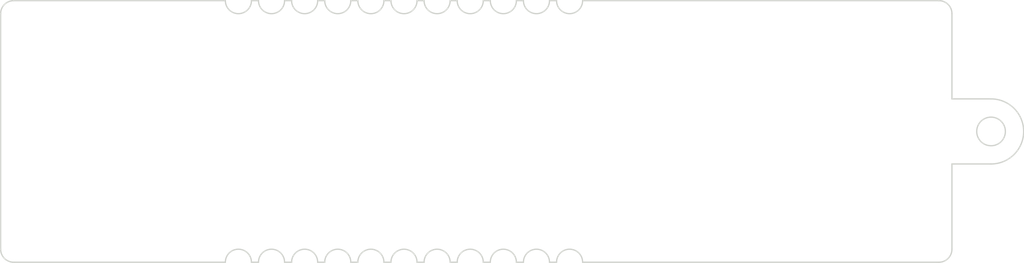
<source format=kicad_pcb>
(kicad_pcb (version 20211014) (generator pcbnew)

  (general
    (thickness 1.6)
  )

  (paper "A4")
  (layers
    (0 "F.Cu" signal)
    (31 "B.Cu" signal)
    (32 "B.Adhes" user "B.Adhesive")
    (33 "F.Adhes" user "F.Adhesive")
    (34 "B.Paste" user)
    (35 "F.Paste" user)
    (36 "B.SilkS" user "B.Silkscreen")
    (37 "F.SilkS" user "F.Silkscreen")
    (38 "B.Mask" user)
    (39 "F.Mask" user)
    (40 "Dwgs.User" user "User.Drawings")
    (41 "Cmts.User" user "User.Comments")
    (42 "Eco1.User" user "User.Eco1")
    (43 "Eco2.User" user "User.Eco2")
    (44 "Edge.Cuts" user)
    (45 "Margin" user)
    (46 "B.CrtYd" user "B.Courtyard")
    (47 "F.CrtYd" user "F.Courtyard")
    (48 "B.Fab" user)
    (49 "F.Fab" user)
    (50 "User.1" user)
    (51 "User.2" user)
    (52 "User.3" user)
    (53 "User.4" user)
    (54 "User.5" user)
    (55 "User.6" user)
    (56 "User.7" user)
    (57 "User.8" user)
    (58 "User.9" user)
  )

  (setup
    (pad_to_mask_clearance 0)
    (pcbplotparams
      (layerselection 0x00010fc_ffffffff)
      (disableapertmacros false)
      (usegerberextensions false)
      (usegerberattributes true)
      (usegerberadvancedattributes true)
      (creategerberjobfile true)
      (svguseinch false)
      (svgprecision 6)
      (excludeedgelayer true)
      (plotframeref false)
      (viasonmask false)
      (mode 1)
      (useauxorigin false)
      (hpglpennumber 1)
      (hpglpenspeed 20)
      (hpglpendiameter 15.000000)
      (dxfpolygonmode true)
      (dxfimperialunits true)
      (dxfusepcbnewfont true)
      (psnegative false)
      (psa4output false)
      (plotreference true)
      (plotvalue true)
      (plotinvisibletext false)
      (sketchpadsonfab false)
      (subtractmaskfromsilk false)
      (outputformat 1)
      (mirror false)
      (drillshape 1)
      (scaleselection 1)
      (outputdirectory "")
    )
  )

  (net 0 "")

  (gr_line (start 125.01 101.39) (end 124.042988 101.39) (layer "Dwgs.User") (width 0.1) (tstamp 00614f02-5f74-445d-b8a3-482b8dcb3aea))
  (gr_line (start 171.89 108.44) (end 171.89 108.89) (layer "Dwgs.User") (width 0.1) (tstamp 0091242a-bd9b-46a6-8cd0-cc81fa5db24e))
  (gr_line (start 151.99 93.045) (end 151.99 94.635) (layer "Dwgs.User") (width 0.1) (tstamp 029d749e-2289-4769-a0ce-e768bbda0cd0))
  (gr_line (start 173.9625 102.9155) (end 174.5975 102.9155) (layer "Dwgs.User") (width 0.1) (tstamp 02bac189-ce88-4201-a986-e602f9553dc1))
  (gr_line (start 113.18 93.34) (end 113.08 93.34) (layer "Dwgs.User") (width 0.1) (tstamp 02c7928f-d09e-4c42-87ef-b558687617a0))
  (gr_line (start 175.296 103.36) (end 173.264 103.36) (layer "Dwgs.User") (width 0.1) (tstamp 0339f2f9-1d07-4033-b6d0-c95452f524c6))
  (gr_arc (start 124.51 104.99) (mid 124.439289 104.960711) (end 124.41 104.89) (layer "Dwgs.User") (width 0.1) (tstamp 03de85dc-b128-49ac-8b1c-15f0b91dca0a))
  (gr_line (start 165.644 100.82) (end 167.676 100.82) (layer "Dwgs.User") (width 0.1) (tstamp 03f16627-7ce3-4e9a-9706-778678e98c1c))
  (gr_line (start 158.51 96.265) (end 158.96 96.265) (layer "Dwgs.User") (width 0.1) (tstamp 0432af54-cd35-4c3c-88e6-bbc1a7d2c6b4))
  (gr_line (start 178.09 103.36) (end 175.804 103.36) (layer "Dwgs.User") (width 0.1) (tstamp 04f09747-54bd-4ccb-936d-3baa80652154))
  (gr_line (start 135.017353 103.106) (end 134.802647 103.106) (layer "Dwgs.User") (width 0.1) (tstamp 056c9c13-522f-449c-84bd-83c95f6465a1))
  (gr_line (start 158.7225 102.9155) (end 159.3575 102.9155) (layer "Dwgs.User") (width 0.1) (tstamp 056f9cb3-715f-434f-b47c-815c372d9a5b))
  (gr_arc (start 111.5 103.8) (mid 111.558579 103.658579) (end 111.7 103.6) (layer "Dwgs.User") (width 0.1) (tstamp 05a3fd88-c58e-4323-96ff-70847ec682b8))
  (gr_line (start 156.19 94.635) (end 156.19 93.045) (layer "Dwgs.User") (width 0.1) (tstamp 05b39569-aaa4-4273-9b2f-9e1c6ca4bf60))
  (gr_line (start 175.7 91.34) (end 174.8 91.34) (layer "Dwgs.User") (width 0.1) (tstamp 060a9d78-785b-4e95-9f27-c70c9bd79368))
  (gr_line (start 144.8868 96.969) (end 144.8868 98.2136) (layer "Dwgs.User") (width 0.1) (tstamp 066e1992-d763-4a9e-8986-82a289c6f7d3))
  (gr_line (start 113.96 106.25) (end 119.63 106.25) (layer "Dwgs.User") (width 0.1) (tstamp 067b3699-1a46-41cc-9c7c-3cbbde83e2fb))
  (gr_line (start 156.8175 99.4484) (end 156.8175 101.2645) (layer "Dwgs.User") (width 0.1) (tstamp 06bccb0b-2f4b-4092-834b-3871294199da))
  (gr_line (start 167.676 100.82) (end 167.822647 101.074) (layer "Dwgs.User") (width 0.1) (tstamp 07678248-0774-49ca-a377-01b7e220adb6))
  (gr_arc (start 156.09 92.24) (mid 156.115882 92.243407) (end 156.14 92.253397) (layer "Dwgs.User") (width 0.1) (tstamp 07e7e87d-9255-44b7-964c-2876bb9fc44d))
  (gr_line (start 165.54 90.89) (end 165.54 91.34) (layer "Dwgs.User") (width 0.1) (tstamp 07ea9fe0-fccf-4161-ae79-4bb53994d273))
  (gr_line (start 176.07 90.89) (end 175.7 90.89) (layer "Dwgs.User") (width 0.1) (tstamp 0816bee4-5935-4741-bd0f-c370f413b02b))
  (gr_line (start 111.83 93.34) (end 111.33 93.34) (layer "Dwgs.User") (width 0.1) (tstamp 0862a9b0-7459-4a5b-8ff5-5feddf0d18fe))
  (gr_line (start 122.102647 103.106) (end 121.956 103.36) (layer "Dwgs.User") (width 0.1) (tstamp 093c99d2-6e87-428b-a172-e8573afe4705))
  (gr_line (start 175.657353 103.106) (end 175.442647 103.106) (layer "Dwgs.User") (width 0.1) (tstamp 09986a87-49c2-4491-b1b1-87dfad52ab95))
  (gr_line (start 125.01 94.45) (end 124.96 94.45) (layer "Dwgs.User") (width 0.1) (tstamp 0a2b5435-df6f-448f-96cd-9db62b5b9e70))
  (gr_line (start 122.38 93.34) (end 122.68 93.34) (layer "Dwgs.User") (width 0.1) (tstamp 0aed48c5-a79a-4a41-bde0-89e9736637c1))
  (gr_line (start 118.08 93.34) (end 119.08 93.34) (layer "Dwgs.User") (width 0.1) (tstamp 0bedad37-3e3c-4266-b4c1-07c7e3d0463e))
  (gr_line (start 175.442647 103.106) (end 175.296 103.36) (layer "Dwgs.User") (width 0.1) (tstamp 0c190730-a9e0-4c4a-8e33-74ee97fb990f))
  (gr_arc (start 154.11 100.99) (mid 154.36 100.74) (end 154.61 100.99) (layer "Dwgs.User") (width 0.1) (tstamp 0da7e2aa-d9f3-4593-ac1b-d89c546ab178))
  (gr_line (start 153.61 100.99) (end 154.11 100.99) (layer "Dwgs.User") (width 0.1) (tstamp 0daddb18-1491-4767-9ffd-66c8a8ce3cbd))
  (gr_line (start 170.99 108.89) (end 170.99 108.44) (layer "Dwgs.User") (width 0.1) (tstamp 0de56762-ce56-43f6-b2d4-e1179688ff91))
  (gr_line (start 178.09 100.82) (end 178.09 103.36) (layer "Dwgs.User") (width 0.1) (tstamp 0e37a1ae-bf06-4c70-ae4c-e7cee553b0b3))
  (gr_line (start 120.88 93.34) (end 120.43 93.34) (layer "Dwgs.User") (width 0.1) (tstamp 0e4017fd-02b7-4b3e-b764-397cfccac2d2))
  (gr_line (start 124.86 93.34) (end 124.889289 93.34) (layer "Dwgs.User") (width 0.1) (tstamp 0ea92114-4add-4ede-abc4-5938831a4fe1))
  (gr_line (start 152.73 92.24) (end 155.45 92.24) (layer "Dwgs.User") (width 0.1) (tstamp 0ecfe0e1-844f-49ac-b5dc-cd55b19a7c78))
  (gr_line (start 170.577353 103.106) (end 170.362647 103.106) (layer "Dwgs.User") (width 0.1) (tstamp 0f262423-d4d1-4f04-805d-93d3f5b41978))
  (gr_line (start 149.1032 98.2136) (end 149.1032 96.969) (layer "Dwgs.User") (width 0.1) (tstamp 0fa241a2-e684-4224-bccf-feed816795b0))
  (gr_line (start 125.16 100.79) (end 125.16 100.69) (layer "Dwgs.User") (width 0.1) (tstamp 0fe1f74e-4cc8-412d-b8bc-832159a1ad3e))
  (gr_line (start 164.64 90.89) (end 164.27 90.89) (layer "Dwgs.User") (width 0.1) (tstamp 101131db-475d-4275-89d4-ac43ee9a25d5))
  (gr_line (start 163.37 108.44) (end 164.27 108.44) (layer "Dwgs.User") (width 0.1) (tstamp 1087999d-983e-42bf-b325-b81c766947cc))
  (gr_line (start 132.624 103.36) (end 132.477353 103.106) (layer "Dwgs.User") (width 0.1) (tstamp 10d4acf9-eb07-4704-a954-054e4658f650))
  (gr_line (start 170.362647 101.074) (end 170.577353 101.074) (layer "Dwgs.User") (width 0.1) (tstamp 10e85d49-8c1d-4e38-920c-77246389daec))
  (gr_line (start 171.89 90.89) (end 171.89 91.34) (layer "Dwgs.User") (width 0.1) (tstamp 115c2483-0d3d-4658-9c56-55683456b2f9))
  (gr_line (start 113.08 93.34) (end 113.18 93.34) (layer "Dwgs.User") (width 0.1) (tstamp 1292b9fb-45f9-4291-9d3e-a52497cdea91))
  (gr_line (start 158.96 100.075) (end 158.96 100.975) (layer "Dwgs.User") (width 0.1) (tstamp 12fc5fae-2589-481a-9c5c-1325ed3bb3b8))
  (gr_line (start 171.89 91.34) (end 170.99 91.34) (layer "Dwgs.User") (width 0.1) (tstamp 133e4738-5308-4c8f-a278-ff3a4b573a42))
  (gr_arc (start 111.5 104.49) (mid 111.456066 104.596066) (end 111.35 104.64) (layer "Dwgs.User") (width 0.1) (tstamp 134ebdd2-d265-4b1a-8213-3e042a51f566))
  (gr_line (start 167.676 103.36) (end 165.644 103.36) (layer "Dwgs.User") (width 0.1) (tstamp 135dc062-d77d-4089-9b0c-b888ac79f63d))
  (gr_line (start 129.576 100.82) (end 129.722647 101.074) (layer "Dwgs.User") (width 0.1) (tstamp 141d55e7-f9fa-486e-a08c-0c5785aa9581))
  (gr_line (start 118.78 93.34) (end 118.18 93.34) (layer "Dwgs.User") (width 0.1) (tstamp 146b4319-9474-44ef-b1d5-69dbae1dd3b4))
  (gr_line (start 164.27 91.34) (end 163.37 91.34) (layer "Dwgs.User") (width 0.1) (tstamp 15849db9-220e-4afd-b7a0-07e5cbc925e5))
  (gr_line (start 125.16 103.09) (end 125.16 103.19) (layer "Dwgs.User") (width 0.1) (tstamp 15b3207d-6547-4224-a45d-823705a30761))
  (gr_line (start 158.96 97.535) (end 158.96 98.435) (layer "Dwgs.User") (width 0.1) (tstamp 1641185a-e805-403b-b872-eb3450148cc8))
  (gr_line (start 134.802647 101.074) (end 135.017353 101.074) (layer "Dwgs.User") (width 0.1) (tstamp 16e7dd30-8a60-41e6-8325-60db1ff50bda))
  (gr_line (start 145.2932 98.2136) (end 145.2932 96.969) (layer "Dwgs.User") (width 0.1) (tstamp 16fbbcc3-471d-4df7-bd39-383fab759fde))
  (gr_line (start 172.26 90.89) (end 171.89 90.89) (layer "Dwgs.User") (width 0.1) (tstamp 1807c891-5ccf-491b-b7cb-6605d0030f30))
  (gr_line (start 154.86 98.79) (end 154.61 98.79) (layer "Dwgs.User") (width 0.1) (tstamp 180f785b-776f-4bd7-9484-793776580425))
  (gr_line (start 165.282647 101.074) (end 165.497353 101.074) (layer "Dwgs.User") (width 0.1) (tstamp 181135d6-242b-4baf-94b0-054802ef6df0))
  (gr_line (start 132.116 103.36) (end 130.084 103.36) (layer "Dwgs.User") (width 0.1) (tstamp 18282a1a-7012-465b-b257-9994d1176f23))
  (gr_arc (start 119.526447 105.576447) (mid 119.418063 105.414235) (end 119.38 105.222893) (layer "Dwgs.User") (width 0.1) (tstamp 199f157d-6f84-41da-be4c-6e21ffdc4f00))
  (gr_line (start 125.16 94.45) (end 125.16 99.5) (layer "Dwgs.User") (width 0.1) (tstamp 19b27451-36d1-4db8-a770-a2f4704d803b))
  (gr_line (start 118.18 93.34) (end 118.78 93.34) (layer "Dwgs.User") (width 0.1) (tstamp 1a15fd52-148b-4d62-9349-832a33a996d2))
  (gr_line (start 119.416 100.82) (end 119.562647 101.074) (layer "Dwgs.User") (width 0.1) (tstamp 1a65f33c-7c56-44cc-9cf1-6ac54f672e8b))
  (gr_line (start 168.45 108.44) (end 169.35 108.44) (layer "Dwgs.User") (width 0.1) (tstamp 1ba339fd-3eed-4093-adef-1f8b6939e3c2))
  (gr_line (start 168.08 108.89) (end 168.45 108.89) (layer "Dwgs.User") (width 0.1) (tstamp 1cdb9155-c146-40d9-bead-b709bf7a6467))
  (gr_line (start 158.51 101.345) (end 158.96 101.345) (layer "Dwgs.User") (width 0.1) (tstamp 1d052412-811d-4384-b62d-b10970534fb5))
  (gr_line (start 124.930711 93.34) (end 124.96 93.34) (layer "Dwgs.User") (width 0.1) (tstamp 1d4ec9d6-b4f1-4935-a655-c469bc01feb9))
  (gr_line (start 155.337353 101.074) (end 155.484 100.82) (layer "Dwgs.User") (width 0.1) (tstamp 1d5c7df0-522c-4a10-9a69-07abea9a1183))
  (gr_line (start 144.0232 102.811) (end 144.0232 101.5664) (layer "Dwgs.User") (width 0.1) (tstamp 1dc423f3-1741-4cb4-aa3d-a702d125d769))
  (gr_line (start 121.49 104.4) (end 121.49 104.634214) (layer "Dwgs.User") (width 0.1) (tstamp 1e153892-978d-4400-8801-39c4a5561d8b))
  (gr_line (start 129.937353 103.106) (end 129.722647 103.106) (layer "Dwgs.User") (width 0.1) (tstamp 1e9dcbc0-ed04-41e3-9512-fbb37cd7d179))
  (gr_line (start 152.09 92.24) (end 152.73 92.24) (layer "Dwgs.User") (width 0.1) (tstamp 1eea39a5-2762-4e3a-8c74-b0e5bc37cc89))
  (gr_line (start 122.08 93.34) (end 121.98 93.34) (layer "Dwgs.User") (width 0.1) (tstamp 206ace7c-6dae-4c64-b30f-758119e57387))
  (gr_line (start 130.7825 99.4484) (end 131.4175 99.4484) (layer "Dwgs.User") (width 0.1) (tstamp 2097c02a-9419-426d-a010-cdecd44e7e36))
  (gr_line (start 120.98 106.4) (end 121.08 106.4) (layer "Dwgs.User") (width 0.1) (tstamp 20a43104-38cb-4a67-8590-5917234169dc))
  (gr_line (start 164.4375 102.9155) (end 164.4375 104.7316) (layer "Dwgs.User") (width 0.1) (tstamp 2103272c-7211-4351-8c30-d9ee75c2fa7e))
  (gr_line (start 157.662647 101.074) (end 157.877353 101.074) (layer "Dwgs.User") (width 0.1) (tstamp 211ba5f5-6627-4b10-b9d4-2b719a124b05))
  (gr_line (start 162.742647 101.074) (end 162.957353 101.074) (layer "Dwgs.User") (width 0.1) (tstamp 2143a25a-25e8-4e2e-9312-ce2f7400ce5a))
  (gr_line (start 156.09 107.54) (end 155.45 107.54) (layer "Dwgs.User") (width 0.1) (tstamp 218239a9-f46b-4a60-abfb-8e61afe4c024))
  (gr_line (start 126.3375 101.2645) (end 125.7025 101.2645) (layer "Dwgs.User") (width 0.1) (tstamp 21846961-2a78-4e46-8242-5b4de77ca82d))
  (gr_line (start 158.96 106.055) (end 158.51 106.055) (layer "Dwgs.User") (width 0.1) (tstamp 21de29f1-55e6-491f-9b72-2d0cf15d30d9))
  (gr_line (start 118.88 93.34) (end 118.78 93.34) (layer "Dwgs.User") (width 0.1) (tstamp 21fe1bc1-d1c8-4902-93fe-7cb124f6bf69))
  (gr_line (start 125.16 104.99) (end 125.16 103.19) (layer "Dwgs.User") (width 0.1) (tstamp 2223eeb5-aa83-44a0-a53a-f71aacabab9c))
  (gr_line (start 174.5975 102.9155) (end 174.5975 104.7316) (layer "Dwgs.User") (width 0.1) (tstamp 226e6848-5ca6-48e1-bb24-ee9637a3e720))
  (gr_line (start 159.3575 102.9155) (end 159.3575 104.7316) (layer "Dwgs.User") (width 0.1) (tstamp 22785b00-396f-44a8-8e08-62628c54033a))
  (gr_line (start 173.16 108.44) (end 173.16 108.89) (layer "Dwgs.User") (width 0.1) (tstamp 22e92cb2-fddd-4edc-a5bc-370417db5793))
  (gr_line (start 132.624 100.82) (end 134.656 100.82) (layer "Dwgs.User") (width 0.1) (tstamp 22f315f8-0151-4d27-8242-3486735e4932))
  (gr_line (start 118.78 93.34) (end 118.88 93.34) (layer "Dwgs.User") (width 0.1) (tstamp 231482ff-1119-4860-be3c-5d6a4f33d8bb))
  (gr_line (start 122.68 93.34) (end 122.38 93.34) (layer "Dwgs.User") (width 0.1) (tstamp 2367e08a-8f8d-4bc0-b6ce-e2a4cddd902f))
  (gr_line (start 124.642647 101.074) (end 124.857353 101.074) (layer "Dwgs.User") (width 0.1) (tstamp 23714fc1-59db-4500-9d38-af86ea69fe3f))
  (gr_line (start 118.08 93.34) (end 117.98 93.34) (layer "Dwgs.User") (width 0.1) (tstamp 239e2fad-43c2-4c5d-b01d-958b74c9d73b))
  (gr_line (start 177.1375 101.2645) (end 176.5025 101.2645) (layer "Dwgs.User") (width 0.1) (tstamp 23b2684a-2e45-4486-8777-c94a6d847baf))
  (gr_line (start 166.9775 99.4484) (end 166.9775 101.2645) (layer "Dwgs.User") (width 0.1) (tstamp 2415f537-fa6d-4c04-bd97-00b9f7ab939d))
  (gr_line (start 124.496 103.36) (end 122.464 103.36) (layer "Dwgs.User") (width 0.1) (tstamp 245afab8-87c2-4797-af78-aa00d5229c94))
  (gr_line (start 125.16 103.09) (end 125.16 102.99) (layer "Dwgs.User") (width 0.1) (tstamp 2498638f-f5bc-47e0-a9d3-49191018a41a))
  (gr_arc (start 156.14 92.253397) (mid 156.176603 92.29) (end 156.19 92.34) (layer "Dwgs.User") (width 0.1) (tstamp 24b42847-745f-4b13-9d2d-3ca8b56bc9de))
  (gr_arc (start 120.48 105.31) (mid 120.338579 105.251421) (end 120.28 105.11) (layer "Dwgs.User") (width 0.1) (tstamp 25f3023a-0b40-4b57-b672-1aea8836d4eb))
  (gr_line (start 174.8 90.89) (end 174.43 90.89) (layer "Dwgs.User") (width 0.1) (tstamp 260c26af-1e30-4624-94a4-7cbfebc53f93))
  (gr_line (start 125.01 105.29) (end 125.01 104.99) (layer "Dwgs.User") (width 0.1) (tstamp 2621aeaa-9788-4950-9c8a-57743e174960))
  (gr_arc (start 124.96 105.54) (mid 124.889289 105.510711) (end 124.86 105.44) (layer "Dwgs.User") (width 0.1) (tstamp 26c50088-80ff-43fa-a13b-801600e7555b))
  (gr_line (start 155.122647 103.106) (end 154.976 103.36) (layer "Dwgs.User") (width 0.1) (tstamp 26cd24ad-dc7e-4f22-8cf0-d09179b0d265))
  (gr_line (start 149.1032 102.811) (end 149.1032 101.5664) (layer "Dwgs.User") (width 0.1) (tstamp 27101d2b-1f80-4d40-be5b-78bdcb31c291))
  (gr_line (start 161.73 91.34) (end 160.83 91.34) (layer "Dwgs.User") (width 0.1) (tstamp 2733a655-db42-498b-a705-184e4fe256a3))
  (gr_line (start 115.08 106.4) (end 116.48 106.4) (layer "Dwgs.User") (width 0.1) (tstamp 279cd597-6735-4af4-af86-33cfd2693447))
  (gr_line (start 160.202647 103.106) (end 160.056 103.36) (layer "Dwgs.User") (width 0.1) (tstamp 27fc8656-6226-4381-8e8c-fcbb6b9cbbc0))
  (gr_line (start 165.497353 103.106) (end 165.282647 103.106) (layer "Dwgs.User") (width 0.1) (tstamp 2904c703-ae82-4d76-85d3-cfc7aa518669))
  (gr_line (start 120.58 106.4) (end 120.88 106.4) (layer "Dwgs.User") (width 0.1) (tstamp 29af8fa6-318a-4068-993d-88e7a24f7791))
  (gr_line (start 129.722647 103.106) (end 129.576 103.36) (layer "Dwgs.User") (width 0.1) (tstamp 29ba223f-0062-42d7-819b-390aa3bcacc3))
  (gr_line (start 158.51 90.89) (end 158.51 93.725) (layer "Dwgs.User") (width 0.1) (tstamp 29ec1054-96e5-4371-8fe7-f31c027b27f9))
  (gr_arc (start 152.09 107.54) (mid 152.019289 107.510711) (end 151.99 107.44) (layer "Dwgs.User") (width 0.1) (tstamp 2aa21e55-25c6-4cf4-bd8a-94f164963f6d))
  (gr_line (start 151.99 107.295) (end 151.99 107.44) (layer "Dwgs.User") (width 0.1) (tstamp 2adf9a42-71f2-422d-9815-628bfa0df6ad))
  (gr_line (start 158.96 98.805) (end 158.96 99.705) (layer "Dwgs.User") (width 0.1) (tstamp 2b3b0810-cd1d-48a1-a104-fe015cf2af3c))
  (gr_line (start 174.8 91.34) (end 174.8 90.89) (layer "Dwgs.User") (width 0.1) (tstamp 2b5ef57e-9829-4c8c-a772-0c450fa178e8))
  (gr_line (start 120.38 106.4) (end 120.48 106.4) (layer "Dwgs.User") (width 0.1) (tstamp 2bf286a9-8d8a-4f20-af25-6a1b3ef01eaf))
  (gr_arc (start 156.14 107.526603) (mid 156.115882 107.536593) (end 156.09 107.54) (layer "Dwgs.User") (width 0.1) (tstamp 2c6fedfa-d124-4a32-aaf9-1170178a9e41))
  (gr_line (start 111.33 93.34) (end 111.13 93.34) (layer "Dwgs.User") (width 0.1) (tstamp 2c73e00f-5d35-4d88-becf-fdafa0c411c7))
  (gr_line (start 176.07 91.34) (end 176.07 90.89) (layer "Dwgs.User") (width 0.1) (tstamp 2ca7d35c-f03b-45eb-bc5e-72292d02981d))
  (gr_line (start 156.09 104.34) (end 152.09 104.34) (layer "Dwgs.User") (width 0.1) (tstamp 2d54211d-88b2-466c-9078-d1f5c442f872))
  (gr_line (start 125.16 96.6) (end 125.16 94.75) (layer "Dwgs.User") (width 0.1) (tstamp 2d950027-8eed-46d2-abb8-2762744219c2))
  (gr_line (start 173.53 90.89) (end 173.16 90.89) (layer "Dwgs.User") (width 0.1) (tstamp 2d9bce5f-b18b-47a2-9654-99086bc7c8ca))
  (gr_line (start 119.63 106.25) (end 119.63 106.155416) (layer "Dwgs.User") (width 0.1) (tstamp 2dd2edde-b79d-4ec7-87aa-5955ab5302f8))
  (gr_line (start 145.2932 101.5664) (end 144.8868 101.5664) (layer "Dwgs.User") (width 0.1) (tstamp 2dd9a5be-3aa9-4cf6-850b-b3df04cedb00))
  (gr_line (start 148.6968 102.811) (end 149.1032 102.811) (layer "Dwgs.User") (width 0.1) (tstamp 2e7f3dd4-50ff-427a-80eb-8563e69a085c))
  (gr_line (start 114.98 106.4) (end 115.08 106.4) (layer "Dwgs.User") (width 0.1) (tstamp 2e955124-6939-410c-81be-086896fd0cd7))
  (gr_line (start 153.6425 104.7316) (end 153.6425 102.9155) (layer "Dwgs.User") (width 0.1) (tstamp 2eb44e1a-4042-4ea6-aca2-4836a6ec84e9))
  (gr_line (start 125.16 103.19) (end 125.16 103.09) (layer "Dwgs.User") (width 0.1) (tstamp 2f1a67f5-44b6-4eb7-b122-776c3e081dbc))
  (gr_line (start 154.2775 102.9155) (end 154.2775 104.7316) (layer "Dwgs.User") (width 0.1) (tstamp 2f21cb60-1df5-4469-8858-6fe21b88fa8a))
  (gr_line (start 143.6168 102.811) (end 144.0232 102.811) (layer "Dwgs.User") (width 0.1) (tstamp 2f389684-fc2a-46a1-b11d-5ff1e4efe356))
  (gr_line (start 173.53 108.89) (end 173.53 108.44) (layer "Dwgs.User") (width 0.1) (tstamp 2f51df0b-67e2-48cd-baf9-810701c16be9))
  (gr_line (start 137.45 103.36) (end 135.164 103.36) (layer "Dwgs.User") (width 0.1) (tstamp 2f5f8e07-82d7-4697-8ac1-989270a8e323))
  (gr_line (start 151.99 104.44) (end 151.99 104.585) (layer "Dwgs.User") (width 0.1) (tstamp 2fb7c72d-0d63-4df2-879e-15ff023fd1c7))
  (gr_line (start 157.877353 101.074) (end 158.024 100.82) (layer "Dwgs.User") (width 0.1) (tstamp 306245f6-c9a6-4171-8c7a-27ad4c131cc8))
  (gr_line (start 156.19 104.44) (end 156.19 107.44) (layer "Dwgs.User") (width 0.1) (tstamp 3097fea7-46a7-47a9-9cae-e148c8b5c995))
  (gr_line (start 125.16 101.39) (end 125.16 103.09) (layer "Dwgs.User") (width 0.1) (tstamp 314fcc6b-e3a4-4081-8c91-6170b707f3b4))
  (gr_line (start 120.78 93.34) (end 120.88 93.34) (layer "Dwgs.User") (width 0.1) (tstamp 31e8e591-b069-4d14-81fb-1e93e03fe645))
  (gr_line (start 170.99 108.44) (end 171.89 108.44) (layer "Dwgs.User") (width 0.1) (tstamp 31f320f8-9fca-458c-80c9-a63045dda05e))
  (gr_line (start 163.37 90.89) (end 163 90.89) (layer "Dwgs.User") (width 0.1) (tstamp 31fb150b-1634-44a3-bbf0-4f27407886b5))
  (gr_line (start 167.18 90.89) (end 166.81 90.89) (layer "Dwgs.User") (width 0.1) (tstamp 32152384-5f30-4790-a5a7-40a77da6c53b))
  (gr_line (start 177.1375 99.4484) (end 177.1375 101.2645) (layer "Dwgs.User") (width 0.1) (tstamp 32a2f93b-16df-4770-bc80-527fdb2ae15f))
  (gr_line (start 111.28 105.67) (end 111.78 105.67) (layer "Dwgs.User") (width 0.1) (tstamp 32f61989-73fd-4834-bc42-216f4a71d9ad))
  (gr_line (start 122.43 106.25) (end 124.86 106.25) (layer "Dwgs.User") (width 0.1) (tstamp 33112a1f-3ef4-4453-945b-eafb5950befb))
  (gr_line (start 158.96 103.885) (end 158.96 104.785) (layer "Dwgs.User") (width 0.1) (tstamp 331e4b06-587c-447e-bea7-ab3ccd3f7d67))
  (gr_line (start 120.88 106.4) (end 120.98 106.4) (layer "Dwgs.User") (width 0.1) (tstamp 3334571c-c306-4b79-9192-949abe8085c3))
  (gr_line (start 151.99 104.585) (end 151.99 105.145) (layer "Dwgs.User") (width 0.1) (tstamp 346289f5-7fed-42d0-915e-ef27086b0782))
  (gr_line (start 170.99 90.89) (end 170.62 90.89) (layer "Dwgs.User") (width 0.1) (tstamp 3472ac51-2496-4774-b525-ca48b4eac389))
  (gr_line (start 121.88 93.34) (end 120.88 93.34) (layer "Dwgs.User") (width 0.1) (tstamp 34937f78-0cd7-450b-8935-ad6822032278))
  (gr_line (start 165.54 91.34) (end 164.64 91.34) (layer "Dwgs.User") (width 0.1) (tstamp 34f494d3-f727-4e92-b04b-bb02d398ea06))
  (gr_line (start 123.945711 101.313175) (end 123.543096 99.623175) (layer "Dwgs.User") (width 0.1) (tstamp 35318ab5-9d7c-4bdd-a72a-c62185738587))
  (gr_line (start 176.97 108.89) (end 184.01 108.89) (layer "Dwgs.User") (width 0.1) (tstamp 3585a139-cfc6-4b57-99ce-0163d84caa4b))
  (gr_line (start 160.564 103.36) (end 160.417353 103.106) (layer "Dwgs.User") (width 0.1) (tstamp 35fc5917-85ed-430a-af29-e1aaa9fddb54))
  (gr_line (start 152.73 95.44) (end 152.09 95.44) (layer "Dwgs.User") (width 0.1) (tstamp 36e55dc7-b8dd-4b75-aa11-1a977430e4af))
  (gr_line (start 156.19 93.045) (end 156.19 92.485) (layer "Dwgs.User") (width 0.1) (tstamp 379db743-d2de-4c85-9575-f43ed26c5e74))
  (gr_line (start 162.1 108.44) (end 163 108.44) (layer "Dwgs.User") (width 0.1) (tstamp 37a423bc-f22b-4f78-8391-c64cc41bfdd6))
  (gr_line (start 130.7825 101.2645) (end 130.7825 99.4484) (layer "Dwgs.User") (width 0.1) (tstamp 38559462-8913-458e-9fcc-77f1adc4f527))
  (gr_line (start 127.397353 103.106) (end 127.182647 103.106) (layer "Dwgs.User") (width 0.1) (tstamp 388986aa-d9a5-485c-b2a5-20f9608e57de))
  (gr_line (start 118.08 93.34) (end 118.18 93.34) (layer "Dwgs.User") (width 0.1) (tstamp 38cc4717-2b78-451d-a8e8-c30858d9cd68))
  (gr_line (start 173.16 108.89) (end 173.53 108.89) (layer "Dwgs.User") (width 0.1) (tstamp 38de0c27-43f9-4d0c-b62d-48e6b8ab2200))
  (gr_line (start 118.78 106.4) (end 117.68 106.4) (layer "Dwgs.User") (width 0.1) (tstamp 38f1f681-d503-49fe-ab87-4225bebb7b32))
  (gr_line (start 165.91 108.89) (end 165.91 108.44) (layer "Dwgs.User") (width 0.1) (tstamp 3915f1cf-e224-42a7-8e50-b5aa000e1dd3))
  (gr_line (start 159.56 90.89) (end 158.51 90.89) (layer "Dwgs.User") (width 0.1) (tstamp 393f0e56-c2d5-4ea4-8463-50265bc94d2d))
  (gr_line (start 170.724 103.36) (end 170.577353 103.106) (layer "Dwgs.User") (width 0.1) (tstamp 39527c7c-05aa-4994-8d55-39b3fd9e47ff))
  (gr_arc (start 124.042988 101.39) (mid 123.981016 101.368473) (end 123.945711 101.313175) (layer "Dwgs.User") (width 0.1) (tstamp 39d4d534-3997-4fb4-b0b6-d0e644ff29b2))
  (gr_line (start 118.18 93.34) (end 118.08 93.34) (layer "Dwgs.User") (width 0.1) (tstamp 39e0f00a-b805-421f-8ed9-5c24ef6aaebe))
  (gr_line (start 125.16 102.69) (end 125.16 101.79) (layer "Dwgs.User") (width 0.1) (tstamp 3a04ac0e-2ee8-4210-b45b-490cd2425450))
  (gr_line (start 158.51 103.515) (end 158.51 103.885) (layer "Dwgs.User") (width 0.1) (tstamp 3a07246e-3a61-43dd-8b09-0bdf03c3e6f3))
  (gr_line (start 168.08 91.34) (end 167.18 91.34) (layer "Dwgs.User") (width 0.1) (tstamp 3a43f2ef-4839-435a-bede-c90252339a51))
  (gr_line (start 117.163856 106.4) (end 117.23 106.4) (layer "Dwgs.User") (width 0.1) (tstamp 3a9c4d0d-b8e3-4e3b-8868-df708ade9fd9))
  (gr_line (start 143.6168 96.969) (end 143.6168 98.2136) (layer "Dwgs.User") (width 0.1) (tstamp 3ae98a70-72b8-4d72-8f0c-ecef7b1ca6d6))
  (gr_line (start 127.544 103.36) (end 127.397353 103.106) (layer "Dwgs.User") (width 0.1) (tstamp 3aed5f29-363b-4eca-a21e-756b68fe8f23))
  (gr_line (start 119.777353 101.074) (end 119.924 100.82) (layer "Dwgs.User") (width 0.1) (tstamp 3b0df787-46aa-47b2-a11b-96df99f09a2e))
  (gr_line (start 160.83 90.89) (end 160.46 90.89) (layer "Dwgs.User") (width 0.1) (tstamp 3b6b0ef8-cb49-4806-a385-9d93130ffdc0))
  (gr_line (start 119.362288 106.4) (end 120.38 106.4) (layer "Dwgs.User") (width 0.1) (tstamp 3b8985d9-c9ce-4e5c-9b0f-dabde5c52713))
  (gr_line (start 160.202647 101.074) (end 160.417353 101.074) (layer "Dwgs.User") (width 0.1) (tstamp 3be5bd27-9454-4a5f-b633-97d435ecd4be))
  (gr_line (start 135.164 100.82) (end 137.45 100.82) (layer "Dwgs.User") (width 0.1) (tstamp 3c6ce34b-07ed-4efb-887e-8dcc88f1612e))
  (gr_line (start 122.102647 101.074) (end 122.317353 101.074) (layer "Dwgs.User") (width 0.1) (tstamp 3d219812-261f-4741-b119-3a36b9052a99))
  (gr_line (start 115.08 93.34) (end 116.48 93.34) (layer "Dwgs.User") (width 0.1) (tstamp 3db2b854-567f-4631-b764-bc8442698c9a))
  (gr_line (start 158.51 97.165) (end 158.51 97.535) (layer "Dwgs.User") (width 0.1) (tstamp 3e63fcaa-261d-4d3c-a5b9-9e80616e71a6))
  (gr_line (start 167.18 108.44) (end 168.08 108.44) (layer "Dwgs.User") (width 0.1) (tstamp 3e93cc50-fa1e-445b-8e48-b92594ec9006))
  (gr_line (start 128.8775 102.9155) (end 128.8775 104.7316) (layer "Dwgs.User") (width 0.1) (tstamp 3f2f1aeb-24f2-4597-bbb9-54b12c752d6f))
  (gr_line (start 154.976 103.36) (end 152.69 103.36) (layer "Dwgs.User") (width 0.1) (tstamp 3f473a8d-2328-4446-9e36-aaf72c0dfceb))
  (gr_line (start 156.1825 99.4484) (end 156.8175 99.4484) (layer "Dwgs.User") (width 0.1) (tstamp 3f787304-0f09-428f-9615-a178d53b5ed2))
  (gr_line (start 164.64 108.44) (end 165.54 108.44) (layer "Dwgs.User") (width 0.1) (tstamp 4055fe96-6cd0-4098-a3eb-28bdaf898065))
  (gr_line (start 121.88 93.34) (end 121.08 93.34) (layer "Dwgs.User") (width 0.1) (tstamp 407396c7-a5e2-4ecf-b616-5f9c7dafa52b))
  (gr_line (start 121.956 103.36) (end 119.924 103.36) (layer "Dwgs.User") (width 0.1) (tstamp 40f2d922-dc77-4165-a4ba-77aa54d0f1fa))
  (gr_line (start 158.51 100.075) (end 158.96 100.075) (layer "Dwgs.User") (width 0.1) (tstamp 41456f29-a703-4d12-85d0-c21ea7c0a452))
  (gr_line (start 124.642647 103.106) (end 124.496 103.36) (layer "Dwgs.User") (width 0.1) (tstamp 435960f9-5f02-4a62-b70b-90c1310d341d))
  (gr_line (start 124.86 94.35) (end 124.86 94.3) (layer "Dwgs.User") (width 0.1) (tstamp 4373547b-d3a9-4735-9a12-7e388d4b1d9d))
  (gr_line (start 113.78 93.34) (end 113.18 93.34) (layer "Dwgs.User") (width 0.1) (tstamp 4373f5d0-1e9d-489b-aa26-9288beeb8cb3))
  (gr_line (start 174.5975 104.7316) (end 173.9625 104.7316) (layer "Dwgs.User") (width 0.1) (tstamp 43d030b0-c46c-4448-bc9e-987f12c7559d))
  (gr_line (start 125.16 97.2) (end 125.16 96.8) (layer "Dwgs.User") (width 0.1) (tstamp 43d1f199-f4ee-4683-993f-3ccce3985416))
  (gr_line (start 158.51 104.785) (end 158.51 105.155) (layer "Dwgs.User") (width 0.1) (tstamp 441f9c55-be25-4fae-8b9b-6a71ad3b0b86))
  (gr_line (start 170.724 100.82) (end 172.756 100.82) (layer "Dwgs.User") (width 0.1) (tstamp 45005e12-36a9-4853-a83d-a87ffad800b4))
  (gr_line (start 119.08 93.34) (end 119.18 93.34) (layer "Dwgs.User") (width 0.1) (tstamp 45108c5b-3874-4f53-b99e-7b06655c64f6))
  (gr_line (start 122.43 105.31) (end 120.48 105.31) (layer "Dwgs.User") (width 0.1) (tstamp 453a77ad-fac0-4cd4-9fca-6e04f8cfa3e5))
  (gr_line (start 155.337353 103.106) (end 155.122647 103.106) (layer "Dwgs.User") (width 0.1) (tstamp 45580b2c-f853-4bae-b48d-8b2b7a8c9649))
  (gr_line (start 132.477353 103.106) (end 132.262647 103.106) (layer "Dwgs.User") (width 0.1) (tstamp 4572eec0-5fb0-46c6-89b0-d3341f37f9b8))
  (gr_line (start 124.889289 106.4) (end 124.86 106.4) (layer "Dwgs.User") (width 0.1) (tstamp 45d251bd-4b8c-43e0-a1a3-865b3e4a5a83))
  (gr_line (start 152.86 100.99) (end 153.11 100.99) (layer "Dwgs.User") (width 0.1) (tstamp 465b9a35-7fb3-44cf-baad-d436034be791))
  (gr_line (start 152.09 104.34) (end 152.73 104.34) (layer "Dwgs.User") (width 0.1) (tstamp 4660c6bf-e69d-4a4d-bdfe-d125b039e05b))
  (gr_line (start 117.163856 93.34) (end 117.097712 93.34) (layer "Dwgs.User") (width 0.1) (tstamp 4669b17e-5fae-4b5d-94be-7208bcd71fb5))
  (gr_line (start 111.35 104.64) (end 111.28 104.64) (layer "Dwgs.User") (width 0.1) (tstamp 46988679-cc79-4024-bbc1-b1f167609765))
  (gr_line (start 157.662647 103.106) (end 157.516 103.36) (layer "Dwgs.User") (width 0.1) (tstamp 47d22e24-7c7f-4617-a22e-884660a7a8ff))
  (gr_line (start 113.18 93.34) (end 113.78 93.34) (layer "Dwgs.User") (width 0.1) (tstamp 485ee4d3-27de-4a80-88eb-91e13dbef2a5))
  (gr_line (start 111.5 103.8) (end 111.5 104.49) (layer "Dwgs.User") (width 0.1) (tstamp 48c77641-1046-44b0-bae8-52da953ea633))
  (gr_line (start 117.68 106.4) (end 117.58 106.4) (layer "Dwgs.User") (width 0.1) (tstamp 494350ab-d17d-4de3-8b96-f15451154d6a))
  (gr_line (start 132.262647 103.106) (end 132.116 103.36) (layer "Dwgs.User") (width 0.1) (tstamp 497283dc-5316-4045-8e79-68a8bb50f4f5))
  (gr_line (start 117.48 93.59) (end 115.08 93.59) (layer "Dwgs.User") (width 0.1) (tstamp 49bc590d-585a-47df-bda3-e46f7daa6990))
  (gr_line (start 169.72 108.89) (end 169.72 108.44) (layer "Dwgs.User") (width 0.1) (tstamp 4a333138-062a-4541-87e1-d6ef03b1e3dd))
  (gr_line (start 119.23 106.4) (end 119.296144 106.4) (layer "Dwgs.User") (width 0.1) (tstamp 4b325ae5-e73e-4571-bbb6-af750e7a58b8))
  (gr_line (start 151.99 95.195) (end 151.99 95.34) (layer "Dwgs.User") (width 0.1) (tstamp 4b64ce61-cd9f-4068-855a-a918a6209675))
  (gr_line (start 173.53 108.44) (end 174.43 108.44) (layer "Dwgs.User") (width 0.1) (tstamp 4ccb0e93-36f7-4d7b-baba-2457a90267b7))
  (gr_line (start 124.889289 93.34) (end 124.930711 93.34) (layer "Dwgs.User") (width 0.1) (tstamp 4cfa277c-b6f4-4575-8b74-ea83242e8813))
  (gr_line (start 124.86 106.4) (end 122.43 106.4) (layer "Dwgs.User") (width 0.1) (tstamp 4d8a27f3-5994-4c02-859b-09c0a8d34a6d))
  (gr_line (start 132.116 100.82) (end 132.262647 101.074) (layer "Dwgs.User") (width 0.1) (tstamp 4dee428b-9873-45f7-9e00-b3849b95bf1c))
  (gr_line (start 111.23 93.49) (end 111.23 93.7) (layer "Dwgs.User") (width 0.1) (tstamp 4e3d105c-3308-491c-a0aa-594e6247a479))
  (gr_line (start 125.16 95.93) (end 125.16 96.03) (layer "Dwgs.User") (width 0.1) (tstamp 4e647fa9-4baf-493a-891e-373b7bb90db1))
  (gr_line (start 147.8332 96.969) (end 147.4268 96.969) (layer "Dwgs.User") (width 0.1) (tstamp 4e9a87a3-418a-43a4-a902-c2e3103424a6))
  (gr_line (start 125.16 96.03) (end 125.16 95.93) (layer "Dwgs.User") (width 0.1) (tstamp 4ea989fb-9cda-4210-89d1-fe153727e40c))
  (gr_line (start 143.185 101.6045) (end 149.535 101.6045) (layer "Dwgs.User") (width 0.1) (tstamp 4f5c185a-e11b-4d82-a8bc-b9689c9c633b))
  (gr_line (start 160.83 91.34) (end 160.83 90.89) (layer "Dwgs.User") (width 0.1) (tstamp 5006a2d1-be56-41dc-888f-67fb86bea03b))
  (gr_line (start 158.51 98.805) (end 158.96 98.805) (layer "Dwgs.User") (width 0.1) (tstamp 50e82998-94a9-4b38-a960-5b276fe8586e))
  (gr_line (start 117.58 106.4) (end 117.68 106.4) (layer "Dwgs.User") (width 0.1) (tstamp 51153875-01b9-46f2-8b14-6306c8586588))
  (gr_line (start 124.51 103.09) (end 125.01 103.09) (layer "Dwgs.User") (width 0.1) (tstamp 51854738-fa9c-4052-b2b8-d2dde367270a))
  (gr_line (start 125.16 102.99) (end 125.16 100.79) (layer "Dwgs.User") (width 0.1) (tstamp 5199ad7b-ab84-4971-9df3-53270a0a37ba))
  (gr_line (start 176.5025 99.4484) (end 177.1375 99.4484) (layer "Dwgs.User") (width 0.1) (tstamp 51aef7ea-783f-44d5-8cab-9faf10da9064))
  (gr_line (start 158.51 106.055) (end 158.51 108.89) (layer "Dwgs.User") (width 0.1) (tstamp 51c3e3cc-739b-4bac-a271-7f779051de39))
  (gr_line (start 134.802647 103.106) (end 134.656 103.36) (layer "Dwgs.User") (width 0.1) (tstamp 51e38831-b6fe-409b-99e0-ea87fc114c30))
  (gr_line (start 143.6168 101.5664) (end 143.6168 102.811) (layer "Dwgs.User") (width 0.1) (tstamp 525775d5-0e6e-4c76-b5ab-199b2e54ac41))
  (gr_line (start 165.91 108.44) (end 166.81 108.44) (layer "Dwgs.User") (width 0.1) (tstamp 5289bc61-7716-4d1c-91dd-03b886b4760f))
  (gr_line (start 120.43 93.34) (end 120.33 93.34) (layer "Dwgs.User") (width 0.1) (tstamp 52ee041e-391d-486f-9b84-abdb5d15db1c))
  (gr_line (start 125.004 103.36) (end 124.857353 103.106) (layer "Dwgs.User") (width 0.1) (tstamp 53450cca-0496-4005-a7ef-5b1ae88fa402))
  (gr_line (start 119.924 103.36) (end 119.777353 103.106) (layer "Dwgs.User") (width 0.1) (tstamp 53ca97d4-db85-46f1-866a-72ac5fba2bbf))
  (gr_line (start 125.7025 101.2645) (end 125.7025 99.4484) (layer "Dwgs.User") (width 0.1) (tstamp 5404664b-083c-4ae7-9324-834241f1df76))
  (gr_arc (start 124.96 94.45) (mid 124.889289 94.420711) (end 124.86 94.35) (layer "Dwgs.User") (width 0.1) (tstamp 55b6b040-a746-4424-a5b4-1f45a1d15120))
  (gr_line (start 151.99 105.145) (end 151.99 106.735) (layer "Dwgs.User") (width 0.1) (tstamp 55baceed-f7d9-4d73-84e4-b06c780623b7))
  (gr_line (start 120.88 93.34) (end 121.88 93.34) (layer "Dwgs.User") (width 0.1) (tstamp 564f1f04-6ff3-46a0-97e8-50ef7acc139d))
  (gr_line (start 146.5632 96.969) (end 146.1568 96.969) (layer "Dwgs.User") (width 0.1) (tstamp 56ff2288-13d4-4098-a5c7-84a24b2613d1))
  (gr_line (start 125.16 97.85) (end 125.16 97.75) (layer "Dwgs.User") (width 0.1) (tstamp 578b9c3f-045a-4830-a037-9fe8cd94bc66))
  (gr_line (start 165.54 108.89) (end 165.91 108.89) (layer "Dwgs.User") (width 0.1) (tstamp 57a35f7e-1eec-4bce-82d8-651d3f20ac22))
  (gr_line (start 118.0825 102.9155) (end 118.7175 102.9155) (layer "Dwgs.User") (width 0.1) (tstamp 57be4481-578e-480a-b137-dcb8fd95babf))
  (gr_arc (start 119.023934 105.693934) (mid 118.991429 105.645269) (end 118.98 105.587868) (layer "Dwgs.User") (width 0.1) (tstamp 57f6b820-62fa-4d98-887a-d2a380a76964))
  (gr_line (start 122.23 106.4) (end 124.96 106.4) (layer "Dwgs.User") (width 0.1) (tstamp 5821604d-5ceb-420a-b7e4-ba8f3233a4b7))
  (gr_line (start 146.5632 101.5664) (end 146.1568 101.5664) (layer "Dwgs.User") (width 0.1) (tstamp 582bf52d-f931-4c83-b941-f1087e1fcfee))
  (gr_line (start 169.35 91.34) (end 168.45 91.34) (layer "Dwgs.User") (width 0.1) (tstamp 584970dc-5538-419b-b998-8d8d4ada798f))
  (gr_line (start 119.28 104.15) (end 120.39 104.15) (layer "Dwgs.User") (width 0.1) (tstamp 5879090f-e6ed-48e6-a17d-670ffa2c5461))
  (gr_line (start 120.98 93.34) (end 120.88 93.34) (layer "Dwgs.User") (width 0.1) (tstamp 58b8f6af-04ea-4eb0-addd-d814725f2fe4))
  (gr_line (start 176.5025 101.2645) (end 176.5025 99.4484) (layer "Dwgs.User") (width 0.1) (tstamp 58d7fa4b-9912-4b07-bc12-5c063b15dc64))
  (gr_line (start 121.88 93.34) (end 121.98 93.34) (layer "Dwgs.User") (width 0.1) (tstamp 5939629d-2bb5-4863-83b9-27abfaf3eac4))
  (gr_line (start 154.86 100.99) (end 154.86 98.79) (layer "Dwgs.User") (width 0.1) (tstamp 5985ca3b-83e7-485c-a804-db4e4c6c7fcd))
  (gr_line (start 171.89 108.89) (end 172.26 108.89) (layer "Dwgs.User") (width 0.1) (tstamp 59e71b82-fd2c-4d50-9aac-2d0df67acc80))
  (gr_line (start 164.27 108.44) (end 164.27 108.89) (layer "Dwgs.User") (width 0.1) (tstamp 5a43f40c-f75b-4db3-8642-220e4b806437))
  (gr_line (start 114.479499 93.34) (end 114.379499 93.34) (layer "Dwgs.User") (width 0.1) (tstamp 5a8f98be-3861-4e9a-bd06-b6217ad585d8))
  (gr_line (start 170.216 103.36) (end 168.184 103.36) (layer "Dwgs.User") (width 0.1) (tstamp 5add257c-7316-4000-a2a3-e6a8c316ab9c))
  (gr_line (start 124.41 104.89) (end 124.41 103.19) (layer "Dwgs.User") (width 0.1) (tstamp 5af0907a-cc5c-4a2d-827a-e091ca759470))
  (gr_line (start 159.56 108.44) (end 160.46 108.44) (layer "Dwgs.User") (width 0.1) (tstamp 5b3893c6-e4cc-4fa9-be23-63d62d12d2ee))
  (gr_line (start 144.0232 96.969) (end 143.6168 96.969) (layer "Dwgs.User") (width 0.1) (tstamp 5b77bfad-fdd5-4e7d-86ed-ad21fd1ee4e0))
  (gr_line (start 129.937353 101.074) (end 130.084 100.82) (layer "Dwgs.User") (width 0.1) (tstamp 5c6b1739-bddf-40c7-873c-328e9672302a))
  (gr_line (start 173.16 90.89) (end 173.16 91.34) (layer "Dwgs.User") (width 0.1) (tstamp 5cfef867-dff5-4abc-9cf1-6fa8f45eaef2))
  (gr_line (start 161.73 108.44) (end 161.73 108.89) (layer "Dwgs.User") (width 0.1) (tstamp 5cff2459-d275-4803-8fa2-8289cb689a75))
  (gr_line (start 122.43 105.11) (end 122.43 105.31) (layer "Dwgs.User") (width 0.1) (tstamp 5d0be09d-133e-4cac-b0d8-fd336835cc6c))
  (gr_line (start 158.51 103.885) (end 158.96 103.885) (layer "Dwgs.User") (width 0.1) (tstamp 5d580eb5-0e83-488b-a0fd-a803c630f551))
  (gr_line (start 145.2932 96.969) (end 144.8868 96.969) (layer "Dwgs.User") (width 0.1) (tstamp 5d82a0b1-5c8e-42d0-8222-7c4b7e42e518))
  (gr_line (start 116.48 106.4) (end 115.08 106.4) (layer "Dwgs.User") (width 0.1) (tstamp 5daca09e-60a3-4181-a1f0-19c5300b582a))
  (gr_arc (start 111.53 94) (mid 111.317868 93.912132) (end 111.23 93.7) (layer "Dwgs.User") (width 0.1) (tstamp 5e066231-f8d2-43bf-bff3-80c6fb0c9c86))
  (gr_line (start 174.43 108.44) (end 174.43 108.89) (layer "Dwgs.User") (width 0.1) (tstamp 5e182438-6e6f-45ba-bef5-6be708805673))
  (gr_line (start 124.86 93.5) (end 124.86 93.49) (layer "Dwgs.User") (width 0.1) (tstamp 5e3ca9e8-0260-4e6b-9246-fb1c6934f35f))
  (gr_line (start 152.73 104.34) (end 155.45 104.34) (layer "Dwgs.User") (width 0.1) (tstamp 5e40bd00-596e-4595-8afb-832031e7cd39))
  (gr_line (start 168.184 100.82) (end 170.216 100.82) (layer "Dwgs.User") (width 0.1) (tstamp 5e5cd445-0654-433f-a688-b9a23b9e5558))
  (gr_line (start 121.2575 101.2645) (end 120.6225 101.2645) (layer "Dwgs.User") (width 0.1) (tstamp 5ed661fa-d25a-413c-8f9b-894484c176c8))
  (gr_line (start 174.43 108.89) (end 174.8 108.89) (layer "Dwgs.User") (width 0.1) (tstamp 5ed8deae-e8d8-451d-b355-245f684ec0f6))
  (gr_line (start 122.317353 103.106) (end 122.102647 103.106) (layer "Dwgs.User") (width 0.1) (tstamp 5ee97714-8ad8-47a4-bd70-3ebc8406c7b5))
  (gr_line (start 147.4268 101.5664) (end 147.4268 102.811) (layer "Dwgs.User") (width 0.1) (tstamp 5f10ab2e-0baa-42eb-b877-7c3c9e704ef3))
  (gr_line (start 170.62 108.89) (end 170.99 108.89) (layer "Dwgs.User") (width 0.1) (tstamp 5ff98705-cf67-403d-b0a1-4c57aba0bbdc))
  (gr_line (start 160.417353 101.074) (end 160.564 100.82) (layer "Dwgs.User") (width 0.1) (tstamp 60e6d176-aade-439f-80d8-764c13ba9024))
  (gr_line (start 155.484 103.36) (end 155.337353 103.106) (layer "Dwgs.User") (width 0.1) (tstamp 6109efee-34d5-4820-b2f1-2e5974922f54))
  (gr_line (start 111.53 94) (end 113.98 94) (layer "Dwgs.User") (width 0.1) (tstamp 61dc775a-14c7-4cce-be48-c5d6e8045697))
  (gr_line (start 125.16 99.5) (end 125.16 99.6) (layer "Dwgs.User") (width 0.1) (tstamp 61e76907-90d9-4f86-b582-ad651e60aa0c))
  (gr_line (start 161.73 108.89) (end 162.1 108.89) (layer "Dwgs.User") (width 0.1) (tstamp 620fd31f-1d7e-453a-874c-5731a4bbc505))
  (gr_arc (start 113.439289 105.67) (mid 113.458426 105.673803) (end 113.474645 105.684645) (layer "Dwgs.User") (width 0.1) (tstamp 6228b587-c759-4f5a-aee2-44d44c696a08))
  (gr_line (start 117.68 106.4) (end 118.78 106.4) (layer "Dwgs.User") (width 0.1) (tstamp 622fea85-fc3a-49dd-a4af-3bfd36c6693d))
  (gr_line (start 169.72 108.44) (end 170.62 108.44) (layer "Dwgs.User") (width 0.1) (tstamp 62681247-dfee-4fe9-a797-fef33eb74a7f))
  (gr_line (start 125.01 104.99) (end 124.51 104.99) (layer "Dwgs.User") (width 0.1) (tstamp 62a86672-b56e-46bd-bc25-5c0442dd543c))
  (gr_line (start 124.96 93.34) (end 122.23 93.34) (layer "Dwgs.User") (width 0.1) (tstamp 62faf466-a5e1-4997-954a-e3f3f47e0a99))
  (gr_line (start 120.88 93.34) (end 120.78 93.34) (layer "Dwgs.User") (width 0.1) (tstamp 633a5fce-b259-449f-9fbe-80229fc70017))
  (gr_line (start 163.8025 102.9155) (end 164.4375 102.9155) (layer "Dwgs.User") (width 0.1) (tstamp 6356fe97-06cd-4a4b-b2f2-2e98498da4a1))
  (gr_arc (start 113.945355 106.155355) (mid 113.95619 106.171577) (end 113.96 106.190711) (layer "Dwgs.User") (width 0.1) (tstamp 638492c1-39c4-4e69-a3a1-232b324e5b21))
  (gr_line (start 119.23 93.34) (end 117.23 93.34) (layer "Dwgs.User") (width 0.1) (tstamp 6388b06e-af5c-405f-b16c-ee4225810f35))
  (gr_line (start 121.98 93.34) (end 121.88 93.34) (layer "Dwgs.User") (width 0.1) (tstamp 64272f01-95d4-4c13-ba7c-3f30a36f0035))
  (gr_line (start 120.59 104.42) (end 121.29 104.42) (layer "Dwgs.User") (width 0.1) (tstamp 649e27c1-a08d-4446-a16b-cdabdc592f17))
  (gr_line (start 119.38 104.58) (end 119.38 105.222893) (layer "Dwgs.User") (width 0.1) (tstamp 651c91fd-ec54-4600-b738-56cbf235205c))
  (gr_line (start 160.83 108.89) (end 160.83 108.44) (layer "Dwgs.User") (width 0.1) (tstamp 659d7e05-6d30-4048-9451-144bfa6ef129))
  (gr_line (start 147.4268 102.811) (end 147.8332 102.811) (layer "Dwgs.User") (width 0.1) (tstamp 65fd9534-1b91-42a6-8ecd-7a42d8ae4ade))
  (gr_line (start 121.49 104.634214) (end 121.965786 105.11) (layer "Dwgs.User") (width 0.1) (tstamp 660190eb-2890-4958-8da2-d63590e8e03c))
  (gr_arc (start 114.28 102.8) (mid 114.223117 102.975768) (end 114.074038 103.08488) (layer "Dwgs.User") (width 0.1) (tstamp 6640c556-30bc-4fc7-a797-35ec65cf0f77))
  (gr_line (start 161.2625 99.4484) (end 161.8975 99.4484) (layer "Dwgs.User") (width 0.1) (tstamp 665ff082-de8d-4434-bdea-5354e7d0b15e))
  (gr_line (start 155.45 95.44) (end 152.73 95.44) (layer "Dwgs.User") (width 0.1) (tstamp 66615e91-3e7a-41a3-a5de-d8915c5cd486))
  (gr_line (start 146.1568 102.811) (end 146.5632 102.811) (layer "Dwgs.User") (width 0.1) (tstamp 66cddf54-c141-4b9d-b300-069491227c2d))
  (gr_line (start 176.97 91.34) (end 176.07 91.34) (layer "Dwgs.User") (width 0.1) (tstamp 6792a032-9256-487f-aa0b-8c689e242f4e))
  (gr_line (start 168.8825 102.9155) (end 169.5175 102.9155) (layer "Dwgs.User") (width 0.1) (tstamp 67ab6325-5225-42ee-86cc-5aee5e01efce))
  (gr_line (start 156.19 95.195) (end 156.19 94.635) (layer "Dwgs.User") (width 0.1) (tstamp 67cd1818-ab6d-4ba5-a3d8-70afbf35fabc))
  (gr_line (start 125.004 100.82) (end 127.036 100.82) (layer "Dwgs.User") (width 0.1) (tstamp 684dd321-c877-439a-a4d1-bec26f55cf89))
  (gr_line (start 128.2425 104.7316) (end 128.2425 102.9155) (layer "Dwgs.User") (width 0.1) (tstamp 68617ba5-42bf-490f-8799-0863bd897117))
  (gr_line (start 158.024 100.82) (end 160.056 100.82) (layer "Dwgs.User") (width 0.1) (tstamp 6884c1b4-ba74-400a-b15a-2bf546c04e73))
  (gr_line (start 135.8625 101.2645) (end 135.8625 99.4484) (layer "Dwgs.User") (width 0.1) (tstamp 68d49974-bc49-4d87-a030-93a7fa8ebeb6))
  (gr_line (start 158.51 95.895) (end 158.51 96.265) (layer "Dwgs.User") (width 0.1) (tstamp 6933eb41-d471-4ac8-9862-a876011c4773))
  (gr_line (start 161.2625 101.2645) (end 161.2625 99.4484) (layer "Dwgs.User") (width 0.1) (tstamp 6a787b26-86fe-4c4f-b92f-6381c95ee933))
  (gr_line (start 157.877353 103.106) (end 157.662647 103.106) (layer "Dwgs.User") (width 0.1) (tstamp 6b24a7a2-717b-4448-a40d-7886a2ed3d71))
  (gr_line (start 131.4175 101.2645) (end 130.7825 101.2645) (layer "Dwgs.User") (width 0.1) (tstamp 6b4ca676-3379-4b8d-a1e2-e3fc88dc7cd2))
  (gr_line (start 170.99 91.34) (end 170.99 90.89) (layer "Dwgs.User") (width 0.1) (tstamp 6bcc4470-6fe4-4c8d-ba29-7eeb8005d7fa))
  (gr_line (start 163.104 100.82) (end 165.136 100.82) (layer "Dwgs.User") (width 0.1) (tstamp 6bd7efd5-74f5-4b09-8bb7-5762073a2f78))
  (gr_line (start 111.13 103.82) (end 111.13 105.67) (layer "Dwgs.User") (width 0.1) (tstamp 6c1bd5d9-fec6-47a5-aae3-ae852ddca055))
  (gr_line (start 111.18 93.34) (end 111.23 93.34) (layer "Dwgs.User") (width 0.1) (tstamp 6cd7c58d-b03d-4db3-ab50-a7d7e7c1e928))
  (gr_line (start 143.185 98.1755) (end 143.185 101.6045) (layer "Dwgs.User") (width 0.1) (tstamp 6d259b3b-196b-4e6b-acdf-fc3e09319776))
  (gr_line (start 156.19 107.295) (end 156.19 106.735) (layer "Dwgs.User") (width 0.1) (tstamp 6e4bbe2c-1e2d-4539-b6d8-5d5edc57b4de))
  (gr_line (start 125.16 102.79) (end 125.16 102.69) (layer "Dwgs.User") (width 0.1) (tstamp 6eaf44a5-2bb8-4e84-ae85-e082a57042dd))
  (gr_line (start 160.056 100.82) (end 160.202647 101.074) (layer "Dwgs.User") (width 0.1) (tstamp 6ec69bf0-bd27-4e31-8522-71d586cb9b08))
  (gr_line (start 120.59 104.35) (end 120.59 104.42) (layer "Dwgs.User") (width 0.1) (tstamp 6f172490-e7c3-45a0-aafa-f94d5c12df3c))
  (gr_line (start 158.96 105.155) (end 158.96 106.055) (layer "Dwgs.User") (width 0.1) (tstamp 6f4bbdb8-5bb2-4c5f-b604-50c819181981))
  (gr_line (start 163 91.34) (end 162.1 91.34) (layer "Dwgs.User") (width 0.1) (tstamp 6f9f8538-0b96-4eb3-a978-1c7439c0e8bf))
  (gr_line (start 125.16 97.95) (end 125.16 97.85) (layer "Dwgs.User") (width 0.1) (tstamp 6fc49b93-842f-4814-8ca6-1e11c16fa8fa))
  (gr_arc (start 156.09 104.34) (mid 156.115882 104.343407) (end 156.14 104.353397) (layer "Dwgs.User") (width 0.1) (tstamp 6fe48f1e-4227-4f41-a8f4-0e7ec51a11e0))
  (gr_line (start 162.957353 103.106) (end 162.742647 103.106) (layer "Dwgs.User") (width 0.1) (tstamp 7048b6de-9faa-47a1-99c5-b74e17a09a6e))
  (gr_line (start 160.564 100.82) (end 162.596 100.82) (layer "Dwgs.User") (width 0.1) (tstamp 7056f785-c3a5-4410-b6bb-e5d4b16e698a))
  (gr_line (start 144.8868 102.811) (end 145.2932 102.811) (layer "Dwgs.User") (width 0.1) (tstamp 70852beb-7102-4701-922b-9248dc6321b9))
  (gr_line (start 121.88 106.4) (end 121.98 106.4) (layer "Dwgs.User") (width 0.1) (tstamp 70b4eaa4-61ff-4379-b06d-623ca05164b1))
  (gr_line (start 175.7 108.89) (end 176.07 108.89) (layer "Dwgs.User") (width 0.1) (tstamp 7131ee3d-de36-4b6f-a391-6695d97d81c2))
  (gr_line (start 169.5175 104.7316) (end 168.8825 104.7316) (layer "Dwgs.User") (width 0.1) (tstamp 716698ac-ed16-401e-958b-a147596def51))
  (gr_line (start 163 108.44) (end 163 108.89) (layer "Dwgs.User") (width 0.1) (tstamp 7279a0ce-75b5-4d17-adea-e5e9949407a6))
  (gr_line (start 117.98 93.34) (end 118.08 93.34) (layer "Dwgs.User") (width 0.1) (tstamp 72941de6-4056-41a3-be67-7819992eeaa3))
  (gr_line (start 113.474645 105.684645) (end 113.945355 106.155355) (layer "Dwgs.User") (width 0.1) (tstamp 72f86fac-1de9-4853-b551-bbe9529da2a3))
  (gr_line (start 149.535 98.1755) (end 143.185 98.1755) (layer "Dwgs.User") (width 0.1) (tstamp 73cb09ad-e380-49f3-bc9d-038b1104bc93))
  (gr_line (start 166.3425 99.4484) (end 166.9775 99.4484) (layer "Dwgs.User") (width 0.1) (tstamp 748d63ca-ef14-4e90-85ec-56619f2bea16))
  (gr_line (start 172.902647 103.106) (end 172.756 103.36) (layer "Dwgs.User") (width 0.1) (tstamp 74b09255-300b-41bc-a348-4c1575c49b6b))
  (gr_line (start 135.164 103.36) (end 135.017353 103.106) (layer "Dwgs.User") (width 0.1) (tstamp 74e18c92-61e9-4154-8a7c-dfbd4a946e5e))
  (gr_line (start 116.678997 93.34) (end 117.48 93.34) (layer "Dwgs.User") (width 0.1) (tstamp 75640a86-c7da-4929-8b77-923b3c6bee6b))
  (gr_line (start 161.8975 101.2645) (end 161.2625 101.2645) (layer "Dwgs.User") (width 0.1) (tstamp 7594fd2b-c5d9-4333-9f70-e53128d27c5a))
  (gr_line (start 144.8868 101.5664) (end 144.8868 102.811) (layer "Dwgs.User") (width 0.1) (tstamp 759bd0f6-2646-44e7-94e8-5efbb41acb61))
  (gr_line (start 120.23 93.34) (end 119.362288 93.34) (layer "Dwgs.User") (width 0.1) (tstamp 769ea560-2289-4ed4-9a90-b0dea97e737b))
  (gr_line (start 113.96 106.4) (end 114.06 106.4) (layer "Dwgs.User") (width 0.1) (tstamp 76bf3f12-008a-4a13-b216-e7dae9728db6))
  (gr_line (start 158.51 99.705) (end 158.51 100.075) (layer "Dwgs.User") (width 0.1) (tstamp 774bd91e-6eb9-41ae-a7fd-20b88a031e1c))
  (gr_line (start 148.6968 101.5664) (end 148.6968 102.811) (layer "Dwgs.User") (width 0.1) (tstamp 775b50f1-c021-45e5-b4f4-3da4bfa305be))
  (gr_line (start 164.64 108.89) (end 164.64 108.44) (layer "Dwgs.User") (width 0.1) (tstamp 77697486-3706-446b-b0dc-99c11e5b6fb4))
  (gr_line (start 123.1625 104.7316) (end 123.1625 102.9155) (layer "Dwgs.User") (width 0.1) (tstamp 777a7d71-7105-4515-9e2c-011e98c36c8b))
  (gr_line (start 168.037353 101.074) (end 168.184 100.82) (layer "Dwgs.User") (width 0.1) (tstamp 77a09c2e-107d-4a82-95c7-b222303ba715))
  (gr_arc (start 117.58 93.49) (mid 117.550711 93.560711) (end 117.48 93.59) (layer "Dwgs.User") (width 0.1) (tstamp 77f01482-1a0d-408c-a0b8-f389b6fedc82))
  (gr_line (start 121.29 104.42) (end 121.29 104.4) (layer "Dwgs.User") (width 0.1) (tstamp 783d99f0-9b1b-482f-8119-337c4a520061))
  (gr_arc (start 115.08 93.59) (mid 115.009289 93.560711) (end 114.98 93.49) (layer "Dwgs.User") (width 0.1) (tstamp 78aafe37-8da2-4652-8543-18ebef8d21dc))
  (gr_line (start 125.16 97.4) (end 125.16 97.3) (layer "Dwgs.User") (width 0.1) (tstamp 7915db52-1f07-44c7-b796-c7fc1aca7b67))
  (gr_line (start 122.13 93.34) (end 122.08 93.34) (layer "Dwgs.User") (width 0.1) (tstamp 791f08b2-190f-425b-84e1-3aec99a46611))
  (gr_line (start 124.96 106.4) (end 124.930711 106.4) (layer "Dwgs.User") (width 0.1) (tstamp 7924cdcb-45b3-439a-a58e-4e78f2ff9e7a))
  (gr_arc (start 113.98 94) (mid 114.192132 94.087868) (end 114.28 94.3) (layer "Dwgs.User") (width 0.1) (tstamp 7a6f4622-4213-4c81-84d2-b9b224d2a864))
  (gr_line (start 120.13 104.43) (end 119.53 104.43) (layer "Dwgs.User") (width 0.1) (tstamp 7a961303-0ee0-4514-9c41-71f7612da80d))
  (gr_line (start 122.38 93.34) (end 122.28 93.34) (layer "Dwgs.User") (width 0.1) (tstamp 7ae39c29-5978-4de8-b0d8-d1c366a90b03))
  (gr_line (start 158.96 104.785) (end 158.51 104.785) (layer "Dwgs.User") (width 0.1) (tstamp 7aec2799-4000-4098-a752-1bed4b75fdcf))
  (gr_line (start 162.596 103.36) (end 160.564 103.36) (layer "Dwgs.User") (width 0.1) (tstamp 7af1455e-5ab2-4286-8c74-1c6dee563208))
  (gr_line (start 146.5632 98.2136) (end 146.5632 96.969) (layer "Dwgs.User") (width 0.1) (tstamp 7af171ef-c1a8-4817-ac3c-eb72938c314e))
  (gr_line (start 127.036 100.82) (end 127.182647 101.074) (layer "Dwgs.User") (width 0.1) (tstamp 7af2029e-2b92-4284-9c35-cc656514173c))
  (gr_line (start 122.23 93.34) (end 122.13 93.34) (layer "Dwgs.User") (width 0.1) (tstamp 7afec855-ed33-4dd1-8a74-3d2203c81740))
  (gr_line (start 165.136 103.36) (end 163.104 103.36) (layer "Dwgs.User") (width 0.1) (tstamp 7b08b6d2-d7a0-45d0-95d4-d9dfb9198b27))
  (gr_line (start 111.13 105.67) (end 111.13 104.64) (layer "Dwgs.User") (width 0.1) (tstamp 7b52fe8c-70c2-40ad-a3fc-6605c636d0aa))
  (gr_line (start 119.562647 103.106) (end 119.416 103.36) (layer "Dwgs.User") (width 0.1) (tstamp 7c11a07f-525c-45a7-9ad1-361ea90615cc))
  (gr_line (start 111.13 103.92) (end 111.13 103.82) (layer "Dwgs.User") (width 0.1) (tstamp 7c2084e9-3b2e-4e85-bb04-4d1893a867c2))
  (gr_line (start 116.48 106.4) (end 116.58 106.4) (layer "Dwgs.User") (width 0.1) (tstamp 7c2c7978-0926-492c-8e3d-93ac33c3f226))
  (gr_line (start 119.924 100.82) (end 121.956 100.82) (layer "Dwgs.User") (width 0.1) (tstamp 7d6807f0-5c24-4921-bebf-780c435de47a))
  (gr_line (start 158.024 103.36) (end 157.877353 103.106) (layer "Dwgs.User") (width 0.1) (tstamp 7dc50517-93ab-4193-ac41-8278ba10e249))
  (gr_line (start 122.28 93.34) (end 122.38 93.34) (layer "Dwgs.User") (width 0.1) (tstamp 7ddf1699-d6ad-4845-a07e-3473cde5e6f7))
  (gr_line (start 158.96 99.705) (end 158.51 99.705) (layer "Dwgs.User") (width 0.1) (tstamp 7de935c6-9119-4940-8080-9aaeda4f0cdd))
  (gr_line (start 172.756 103.36) (end 170.724 103.36) (layer "Dwgs.User") (width 0.1) (tstamp 7e60f163-8805-4bc8-82a5-453da20ba1a2))
  (gr_line (start 136.4975 99.4484) (end 136.4975 101.2645) (layer "Dwgs.User") (width 0.1) (tstamp 7e72304a-4161-4a22-8d65-75ee76dcdf69))
  (gr_line (start 120.6225 99.4484) (end 121.2575 99.4484) (layer "Dwgs.User") (width 0.1) (tstamp 7e97b323-0f13-4745-becc-fa60e39b31ab))
  (gr_line (start 149.535 101.6045) (end 149.535 98.1755) (layer "Dwgs.User") (width 0.1) (tstamp 7f093f1d-323b-4b4e-b33a-3f6815b22768))
  (gr_arc (start 113.26101 105.71) (mid 113.278377 105.68127) (end 113.31 105.67) (layer "Dwgs.User") (width 0.1) (tstamp 7f180349-2cf1-4faf-8ede-f82101d0fa01))
  (gr_line (start 158.96 98.435) (end 158.51 98.435) (layer "Dwgs.User") (width 0.1) (tstamp 7f8f1c43-60e8-4996-bc14-4119dfb0064e))
  (gr_line (start 117.48 93.34) (end 117.58 93.34) (layer "Dwgs.User") (width 0.1) (tstamp 7ff53ce7-3b96-4229-89d1-8f8a87153527))
  (gr_line (start 133.3225 102.9155) (end 133.9575 102.9155) (layer "Dwgs.User") (width 0.1) (tstamp 8020425b-e9f3-495c-818a-7f5fd22a8d70))
  (gr_line (start 157.516 100.82) (end 157.662647 101.074) (layer "Dwgs.User") (width 0.1) (tstamp 80215c98-408c-4508-93c7-1e56cf06a8a8))
  (gr_arc (start 112.544069 103.58992) (mid 112.513125 103.59746) (end 112.481376 103.6) (layer "Dwgs.User") (width 0.1) (tstamp 80cb90dd-8449-449f-bec1-5e371021e295))
  (gr_line (start 119.63 106.4) (end 113.96 106.4) (layer "Dwgs.User") (width 0.1) (tstamp 80cc6be9-668a-4344-9b65-0659b9071698))
  (gr_line (start 165.497353 101.074) (end 165.644 100.82) (layer "Dwgs.User") (width 0.1) (tstamp 811d06c8-e35a-4323-8e51-11882cc1e2ee))
  (gr_line (start 121.98 93.34) (end 121.88 93.34) (layer "Dwgs.User") (width 0.1) (tstamp 814df96b-3bb6-4126-aa8c-e8b33dded25a))
  (gr_line (start 122.68 93.34) (end 122.78 93.34) (layer "Dwgs.User") (width 0.1) (tstamp 81b5884f-0b53-4d9c-bd56-68349a70cfdc))
  (gr_line (start 168.45 91.34) (end 168.45 90.89) (layer "Dwgs.User") (width 0.1) (tstamp 825fbe04-7d0f-48c0-b196-0082d6b05859))
  (gr_line (start 148.6968 98.2136) (end 149.1032 98.2136) (layer "Dwgs.User") (width 0.1) (tstamp 836c1b72-6495-4f81-a125-58f0f7d787c2))
  (gr_line (start 160.46 90.89) (end 160.46 91.34) (layer "Dwgs.User") (width 0.1) (tstamp 838ac53b-3ec1-4b97-9af6-c64a64ade18e))
  (gr_line (start 158.51 100.975) (end 158.51 101.345) (layer "Dwgs.User") (width 0.1) (tstamp 84a6c803-a4ac-48df-95fb-6930cca4e25e))
  (gr_line (start 168.184 103.36) (end 168.037353 103.106) (layer "Dwgs.User") (width 0.1) (tstamp 84b3d674-c896-4b45-8754-206b7ffab72a))
  (gr_line (start 156.19 105.145) (end 156.19 104.585) (layer "Dwgs.User") (width 0.1) (tstamp 84f23cc9-9d15-4bf2-9356-88729f7800a5))
  (gr_line (start 166.81 108.44) (end 166.81 108.89) (layer "Dwgs.User") (width 0.1) (tstamp 85322b6b-1523-4ed9-b09b-510e91ab3a2d))
  (gr_line (start 172.26 108.89) (end 172.26 108.44) (layer "Dwgs.User") (width 0.1) (tstamp 857af45d-9795-41a2-9845-b5953516cc70))
  (gr_line (start 169.72 90.89) (end 169.35 90.89) (layer "Dwgs.User") (width 0.1) (tstamp 85ce4d4c-d093-4323-9a04-70d33e2d6c7e))
  (gr_line (start 114.06 106.4) (end 117.097712 106.4) (layer "Dwgs.User") (width 0.1) (tstamp 878a2718-59d9-4c03-a97a-b08c3d833cb9))
  (gr_line (start 113.78 93.34) (end 113.88 93.34) (layer "Dwgs.User") (width 0.1) (tstamp 88070912-713c-4330-af62-557ab402d00d))
  (gr_line (start 151.99 106.735) (end 151.99 107.295) (layer "Dwgs.User") (width 0.1) (tstamp 88071c39-7478-4d42-a0c9-ea227d61f16f))
  (gr_line (start 160.46 108.89) (end 160.83 108.89) (layer "Dwgs.User") (width 0.1) (tstamp 885fe160-5562-498c-ba18-9f416e1d87d2))
  (gr_line (start 149.1032 101.5664) (end 148.6968 101.5664) (layer "Dwgs.User") (width 0.1) (tstamp 888c6fdf-c198-440a-97af-035b863dc875))
  (gr_line (start 128.8775 104.7316) (end 128.2425 104.7316) (layer "Dwgs.User") (width 0.1) (tstamp 88d47af8-f385-41c3-a158-4c2020d5a72a))
  (gr_line (start 121.29 104.4) (end 121.49 104.4) (layer "Dwgs.User") (width 0.1) (tstamp 8967a184-9ee6-4ceb-8e38-09ca452dd23c))
  (gr_line (start 125.16 104.89) (end 125.16 104.99) (layer "Dwgs.User") (width 0.1) (tstamp 899f4c1a-985b-472e-a9b0-465d356ef34c))
  (gr_line (start 173.264 103.36) (end 173.117353 103.106) (layer "Dwgs.User") (width 0.1) (tstamp 8a68ab9f-49b9-4556-9773-ed86cd9bea27))
  (gr_arc (start 152.04 92.253397) (mid 152.064118 92.243407) (end 152.09 92.24) (layer "Dwgs.User") (width 0.1) (tstamp 8b14e97f-a7f6-455f-85ae-a0954b928855))
  (gr_line (start 121.2575 99.4484) (end 121.2575 101.2645) (layer "Dwgs.User") (width 0.1) (tstamp 8b31a9ad-c09d-47b9-beaa-1384fac3ffb7))
  (gr_line (start 123.1625 102.9155) (end 123.7975 102.9155) (layer "Dwgs.User") (width 0.1) (tstamp 8baf31fa-31f2-4e84-ad86-348df774f617))
  (gr_line (start 156.19 104.585) (end 156.19 104.44) (layer "Dwgs.User") (width 0.1) (tstamp 8bb2ea49-8b54-4a72-9f61-f9dccb873903))
  (gr_line (start 158.96 94.625) (end 158.51 94.625) (layer "Dwgs.User") (width 0.1) (tstamp 8c1a53c3-eda8-4cf7-9683-1f61b02265f4))
  (gr_line (start 125.16 94.93) (end 125.16 95.93) (layer "Dwgs.User") (width 0.1) (tstamp 8cd8d6bd-0601-49fc-9009-a437af9b27c1))
  (gr_line (start 158.51 105.155) (end 158.96 105.155) (layer "Dwgs.User") (width 0.1) (tstamp 8d1c6119-4f8d-41bb-ac26-14b7b55b90f2))
  (gr_line (start 170.62 91.34) (end 169.72 91.34) (layer "Dwgs.User") (width 0.1) (tstamp 8d2043d0-1e2a-47a8-b40c-1d3c6b8242cf))
  (gr_line (start 176.97 90.89) (end 176.97 91.34) (layer "Dwgs.User") (width 0.1) (tstamp 8d6a069f-4023-40e5-b77a-c447eb7c2730))
  (gr_line (start 149.1032 96.969) (end 148.6968 96.969) (layer "Dwgs.User") (width 0.1) (tstamp 8da81810-0dba-4c36-b58c-934ee2c0935b))
  (gr_line (start 123.640374 99.5) (end 125.01 99.5) (layer "Dwgs.User") (width 0.1) (tstamp 8db28752-04fe-4bac-819e-f19842492596))
  (gr_arc (start 124.96 93.6) (mid 124.889289 93.570711) (end 124.86 93.5) (layer "Dwgs.User") (width 0.1) (tstamp 8dd226d8-66bc-4019-937b-c4493e60bf0c))
  (gr_line (start 184.01 108.89) (end 184.01 90.89) (layer "Dwgs.User") (width 0.1) (tstamp 8e2a2f6b-8167-4ac5-b2a6-8fefc2e5007d))
  (gr_line (start 119.526447 105.576447) (end 120.001421 106.051421) (layer "Dwgs.User") (width 0.1) (tstamp 8e865536-7e57-40b8-97a2-c3d4b4b14caf))
  (gr_line (start 125.11 93.6) (end 124.96 93.6) (layer "Dwgs.User") (width 0.1) (tstamp 8e94704d-ee0e-4c50-8651-4c244ec28f0b))
  (gr_line (start 119.18 93.34) (end 119.08 93.34) (layer "Dwgs.User") (width 0.1) (tstamp 8e9472d5-2e62-43cd-b888-fa5c05783852))
  (gr_line (start 119.296144 106.4) (end 119.362288 106.4) (layer "Dwgs.User") (width 0.1) (tstamp 8e99653b-c67d-4ba5-a650-293257580275))
  (gr_line (start 154.976 100.82) (end 155.122647 101.074) (layer "Dwgs.User") (width 0.1) (tstamp 8fe07dfe-267e-4da8-ab2a-a7d656544a34))
  (gr_arc (start 152.09 95.44) (mid 152.019289 95.410711) (end 151.99 95.34) (layer "Dwgs.User") (width 0.1) (tstamp 9110f47f-a990-4603-9888-a44e93a8108c))
  (gr_line (start 135.8625 99.4484) (end 136.4975 99.4484) (layer "Dwgs.User") (width 0.1) (tstamp 917dba0e-1b1e-4fc1-b97b-7105df526305))
  (gr_line (start 118.7175 102.9155) (end 118.7175 104.7316) (layer "Dwgs.User") (width 0.1) (tstamp 9180d7c2-ce82-4cd5-b2d5-d944586fb090))
  (gr_line (start 158.51 98.435) (end 158.51 98.805) (layer "Dwgs.User") (width 0.1) (tstamp 918a6a26-88ff-465a-a552-2e52adce8a03))
  (gr_arc (start 124.86 106.24) (mid 124.889289 106.169289) (end 124.96 106.14) (layer "Dwgs.User") (width 0.1) (tstamp 91c9976e-33f3-4776-850e-36ee5d251977))
  (gr_line (start 176.07 108.89) (end 176.07 108.44) (layer "Dwgs.User") (width 0.1) (tstamp 91d0ac33-7c52-4428-ba83-8720a383522c))
  (gr_line (start 158.51 94.625) (end 158.51 94.995) (layer "Dwgs.User") (width 0.1) (tstamp 91d49aaf-5758-42d3-9e51-e9b2b8cd5c5c))
  (gr_line (start 172.26 108.44) (end 173.16 108.44) (layer "Dwgs.User") (width 0.1) (tstamp 92f9a7fe-12b9-455c-b3cb-646f2e8901ef))
  (gr_line (start 162.1 108.89) (end 162.1 108.44) (layer "Dwgs.User") (width 0.1) (tstamp 932b167d-ddab-4c71-b0d5-3168e84d05b6))
  (gr_line (start 158.51 108.89) (end 159.56 108.89) (layer "Dwgs.User") (width 0.1) (tstamp 93b57547-14ef-426b-8dd7-720b4647ee08))
  (gr_line (start 146.1568 96.969) (end 146.1568 98.2136) (layer "Dwgs.User") (width 0.1) (tstamp 93ef09ab-58f4-40ee-8d2b-6370d66890c0))
  (gr_line (start 117.13 103.36) (end 117.13 100.82) (layer "Dwgs.User") (width 0.1) (tstamp 9569f35a-5d83-4bd3-8b6f-04dd6bf8bb08))
  (gr_arc (start 156.19 95.34) (mid 156.176602 95.39) (end 156.14 95.426603) (layer "Dwgs.User") (width 0.1) (tstamp 95b18c49-20bf-4d9f-b3e3-cebdbf176759))
  (gr_line (start 153.11 98.79) (end 152.86 98.79) (layer "Dwgs.User") (width 0.1) (tstamp 965e9f3d-a63a-4e76-b8e8-1c3bcdc42f90))
  (gr_line (start 124.86 105.44) (end 124.86 105.39) (layer "Dwgs.User") (width 0.1) (tstamp 979784e6-6813-4ec3-b827-3fde402e007b))
  (gr_line (start 124.96 106.14) (end 125.11 106.14) (layer "Dwgs.User") (width 0.1) (tstamp 97c50482-6541-4532-8eba-6810ebff5ba3))
  (gr_line (start 172.0575 101.2645) (end 171.4225 101.2645) (layer "Dwgs.User") (width 0.1) (tstamp 97c58935-8898-41d5-af6f-2caecb03bd8b))
  (gr_line (start 125.16 100.59) (end 125.16 97.95) (layer "Dwgs.User") (width 0.1) (tstamp 97db2584-9d07-47ab-a55c-f2cbce602789))
  (gr_line (start 158.96 103.515) (end 158.51 103.515) (layer "Dwgs.User") (width 0.1) (tstamp 97e1f64a-ea8c-4ff4-8e5c-27686d0544c1))
  (gr_line (start 111.13 104.54) (end 111.13 103.92) (layer "Dwgs.User") (width 0.1) (tstamp 980b19d6-0b6e-4e93-8693-7a08045bf388))
  (gr_line (start 161.8975 99.4484) (end 161.8975 101.2645) (layer "Dwgs.User") (width 0.1) (tstamp 98155800-78e7-48e2-b416-a5948d22b132))
  (gr_line (start 126.3375 99.4484) (end 126.3375 101.2645) (layer "Dwgs.User") (width 0.1) (tstamp 988c23bd-6bf9-4ea3-a1d5-3f5ff466a45e))
  (gr_line (start 160.056 103.36) (end 158.024 103.36) (layer "Dwgs.User") (width 0.1) (tstamp 98e246fc-6637-419f-a1a8-e2b22f10addf))
  (gr_line (start 165.91 91.34) (end 165.91 90.89) (layer "Dwgs.User") (width 0.1) (tstamp 98fdaaa4-ab6c-4567-b372-3bc94fd81e5f))
  (gr_line (start 155.45 92.24) (end 156.09 92.24) (layer "Dwgs.User") (width 0.1) (tstamp 98ff4f6d-a60b-43b0-818a-c3cd573da89f))
  (gr_line (start 160.46 108.44) (end 160.46 108.89) (layer "Dwgs.User") (width 0.1) (tstamp 99f42b58-88eb-419e-9dff-f13059ef50e4))
  (gr_line (start 134.656 100.82) (end 134.802647 101.074) (layer "Dwgs.User") (width 0.1) (tstamp 99fae41c-2f63-4408-bdc3-75a6970f2a0d))
  (gr_line (start 119.416 103.36) (end 117.13 103.36) (layer "Dwgs.User") (width 0.1) (tstamp 9a0f5593-2efd-4f52-bc76-f583ab6c95eb))
  (gr_line (start 184.01 90.89) (end 176.97 90.89) (layer "Dwgs.User") (width 0.1) (tstamp 9aa4051b-5d8e-420b-bd92-028862775303))
  (gr_line (start 155.45 104.34) (end 156.09 104.34) (layer "Dwgs.User") (width 0.1) (tstamp 9b5bbbea-ca45-4da3-962b-10accf46ad7c))
  (gr_line (start 121.956 100.82) (end 122.102647 101.074) (layer "Dwgs.User") (width 0.1) (tstamp 9b9495fa-3f87-4963-9a1b-e0a11c6e50cd))
  (gr_line (start 113.96 106.190711) (end 113.96 106.25) (layer "Dwgs.User") (width 0.1) (tstamp 9bbfc9f6-2a80-4dea-9ff5-2759035e5aa6))
  (gr_line (start 167.822647 103.106) (end 167.676 103.36) (layer "Dwgs.User") (width 0.1) (tstamp 9bf41a0b-ea8e-4983-9913-df79ab0696ea))
  (gr_line (start 119.63 106.155416) (end 119.485416 106.155416) (layer "Dwgs.User") (width 0.1) (tstamp 9bf78976-ad42-44da-b016-b92a04213a48))
  (gr_arc (start 156.19 95.34) (mid 156.160711 95.410711) (end 156.09 95.44) (layer "Dwgs.User") (width 0.1) (tstamp 9c162611-d326-45c2-97a0-d5c1a6e19742))
  (gr_line (start 127.544 100.82) (end 129.576 100.82) (layer "Dwgs.User") (width 0.1) (tstamp 9c476165-300e-4e08-a354-4288b203c377))
  (gr_line (start 168.08 90.89) (end 168.08 91.34) (layer "Dwgs.User") (width 0.1) (tstamp 9c81b9e4-c3e8-4c27-acdb-80b385e836a7))
  (gr_line (start 172.26 91.34) (end 172.26 90.89) (layer "Dwgs.User") (width 0.1) (tstamp 9d460f71-ca89-4f90-b952-20c79bec7158))
  (gr_line (start 124.86 106.25) (end 124.86 106.24) (layer "Dwgs.User") (width 0.1) (tstamp 9d48d597-b34c-4d62-95c8-00458414359f))
  (gr_line (start 147.8332 102.811) (end 147.8332 101.5664) (layer "Dwgs.User") (width 0.1) (tstamp 9dffc0da-762b-42b7-80b1-72a451bb294f))
  (gr_arc (start 111.78 105.67) (mid 111.811623 105.68127) (end 111.82899 105.71) (layer "Dwgs.User") (width 0.1) (tstamp 9e494106-9748-4063-aab8-1d81407059de))
  (gr_line (start 168.45 90.89) (end 168.08 90.89) (layer "Dwgs.User") (width 0.1) (tstamp 9e72b1b6-3005-465f-b29c-9fb2358144c7))
  (gr_line (start 124.496 100.82) (end 124.642647 101.074) (layer "Dwgs.User") (width 0.1) (tstamp 9ea636a1-ff23-411e-b275-b6f4b33edb43))
  (gr_line (start 174.8 108.89) (end 174.8 108.44) (layer "Dwgs.User") (width 0.1) (tstamp 9fa8af66-62ad-41ac-afee-78344131d7e2))
  (gr_line (start 114.074038 103.08488) (end 112.544069 103.58992) (layer "Dwgs.User") (width 0.1) (tstamp a18da1d6-412f-494b-867d-28a1d0ab5318))
  (gr_line (start 127.036 103.36) (end 125.004 103.36) (layer "Dwgs.User") (width 0.1) (tstamp a1df41ee-57e8-4cf8-a863-aa2ac7fada82))
  (gr_line (start 172.756 100.82) (end 172.902647 101.074) (layer "Dwgs.User") (width 0.1) (tstamp a2596afc-a768-4a7c-9191-a7e735f775bd))
  (gr_line (start 173.53 91.34) (end 173.53 90.89) (layer "Dwgs.User") (width 0.1) (tstamp a277cb94-54f4-4201-9b19-13124e8120b4))
  (gr_line (start 158.96 96.265) (end 158.96 97.165) (layer "Dwgs.User") (width 0.1) (tstamp a28887cd-2bdd-4ab6-b51e-99cd821ad1c9))
  (gr_line (start 125.16 101.29) (end 125.16 101.39) (layer "Dwgs.User") (width 0.1) (tstamp a2c9cbc7-7eac-476f-b409-1772289f1cc4))
  (gr_line (start 158.96 102.615) (end 158.96 103.515) (layer "Dwgs.User") (width 0.1) (tstamp a2d16f16-08e6-4947-a6d1-6d787ead02c9))
  (gr_line (start 125.11 94.2) (end 125.11 93.6) (layer "Dwgs.User") (width 0.1) (tstamp a3300d9e-5df3-4330-94ad-c751f1cdcdcb))
  (gr_arc (start 124.86 94.3) (mid 124.889289 94.229289) (end 124.96 94.2) (layer "Dwgs.User") (width 0.1) (tstamp a345cb5a-bcc4-40ab-9689-42a3820311de))
  (gr_line (start 133.9575 102.9155) (end 133.9575 104.7316) (layer "Dwgs.User") (width 0.1) (tstamp a382881d-447e-4c02-8a48-4f80e0b390fe))
  (gr_line (start 152.86 98.79) (end 152.86 100.99) (layer "Dwgs.User") (width 0.1) (tstamp a3ab1103-5095-446b-a5db-e9210387a84b))
  (gr_line (start 127.397353 101.074) (end 127.544 100.82) (layer "Dwgs.User") (width 0.1) (tstamp a3f3a018-6a6b-4914-95d4-b6f25692820f))
  (gr_line (start 168.45 108.89) (end 168.45 108.44) (layer "Dwgs.User") (width 0.1) (tstamp a4d622ec-e75f-4ce0-9338-865fac55dc34))
  (gr_line (start 136.4975 101.2645) (end 135.8625 101.2645) (layer "Dwgs.User") (width 0.1) (tstamp a500369a-3292-46a6-8a64-7c1bf6098bda))
  (gr_line (start 114.23 93.34) (end 111.83 93.34) (layer "Dwgs.User") (width 0.1) (tstamp a593f909-65fb-4700-bd27-abc51f135083))
  (gr_line (start 120.6225 101.2645) (end 120.6225 99.4484) (layer "Dwgs.User") (width 0.1) (tstamp a6d8eddd-c1b7-4ec6-be66-ae5ff2fbee45))
  (gr_line (start 117.097712 93.34) (end 114.579499 93.34) (layer "Dwgs.User") (width 0.1) (tstamp a74d645f-303f-41ae-8029-4f5b19b6a1a3))
  (gr_line (start 159.56 108.89) (end 159.56 108.44) (layer "Dwgs.User") (width 0.1) (tstamp a7f09cc9-2878-4daf-b4fb-2ce63103f4de))
  (gr_line (start 165.91 90.89) (end 165.54 90.89) (layer "Dwgs.User") (width 0.1) (tstamp a86ebb7d-c08b-41a3-932e-4967a39ce5f9))
  (gr_line (start 166.81 108.89) (end 167.18 108.89) (layer "Dwgs.User") (width 0.1) (tstamp a889c295-2d25-4852-8cf9-7f4cc11f3612))
  (gr_line (start 151.99 92.485) (end 151.99 93.045) (layer "Dwgs.User") (width 0.1) (tstamp a899f147-0456-4c4c-a26b-178ed678750a))
  (gr_line (start 133.9575 104.7316) (end 133.3225 104.7316) (layer "Dwgs.User") (width 0.1) (tstamp a8d0f58f-0f06-444b-8a1a-c732d79b81a2))
  (gr_line (start 147.8332 101.5664) (end 147.4268 101.5664) (layer "Dwgs.User") (width 0.1) (tstamp a8e78b6b-5175-49a4-b7f2-c08b88186745))
  (gr_line (start 119.362288 93.34) (end 119.296144 93.34) (layer "Dwgs.User") (width 0.1) (tstamp a9020c88-312f-49d4-af97-70066f9a1449))
  (gr_line (start 117.13 100.82) (end 119.416 100.82) (layer "Dwgs.User") (width 0.1) (tstamp a95d1158-4fd7-4b29-842d-f674925ed1fa))
  (gr_line (start 120.48 106.4) (end 120.58 106.4) (layer "Dwgs.User") (width 0.1) (tstamp a96d0fd6-c2d2-48a1-b455-757422534d73))
  (gr_line (start 122.317353 101.074) (end 122.464 100.82) (layer "Dwgs.User") (width 0.1) (tstamp a991215c-d7f8-4d74-b4fb-3a6d0eed12fe))
  (gr_line (start 122.464 100.82) (end 124.496 100.82) (layer "Dwgs.User") (width 0.1) (tstamp a9d015c2-a71b-46ad-b3a4-6eea7301ee51))
  (gr_arc (start 119.38 104.58) (mid 119.423934 104.473934) (end 119.53 104.43) (layer "Dwgs.User") (width 0.1) (tstamp aa1a0bd5-2e16-4ae4-84c6-ff71de2d0c53))
  (gr_line (start 163.104 103.36) (end 162.957353 103.106) (layer "Dwgs.User") (width 0.1) (tstamp aa4294ff-e846-499a-a8cf-1632eb69d9c0))
  (gr_line (start 154.11 98.79) (end 153.61 98.79) (layer "Dwgs.User") (width 0.1) (tstamp aa939002-c65a-4bc5-8b33-1d5bc4c91f9d))
  (gr_line (start 175.7 108.44) (end 175.7 108.89) (layer "Dwgs.User") (width 0.1) (tstamp aa95d6eb-61a1-46de-9823-1ac851e53563))
  (gr_line (start 122.08 106.4) (end 122.13 106.4) (layer "Dwgs.User") (width 0.1) (tstamp aaf14fa5-bc5e-4b91-b0fb-212df5ce1861))
  (gr_line (start 113.31 105.67) (end 113.439289 105.67) (layer "Dwgs.User") (width 0.1) (tstamp abaf0800-b23b-4bb1-9bdf-6551a3604128))
  (gr_arc (start 120.142843 106.11) (mid 120.066297 106.09479) (end 120.001421 106.051421) (layer "Dwgs.User") (width 0.1) (tstamp acbae352-7edb-481c-9de1-1fbd99403011))
  (gr_line (start 169.35 90.89) (end 169.35 91.34) (layer "Dwgs.User") (width 0.1) (tstamp accfea22-0220-4bfc-bc57-88d0ba04c651))
  (gr_line (start 117.23 93.34) (end 117.163856 93.34) (layer "Dwgs.User") (width 0.1) (tstamp ad1c7d30-fa47-47fd-bb07-e836ca23dcc6))
  (gr_line (start 158.96 100.975) (end 158.51 100.975) (layer "Dwgs.User") (width 0.1) (tstamp adcccd0e-f5ea-4c83-bd8f-8b220d307709))
  (gr_line (start 122.13 106.4) (end 122.23 106.4) (layer "Dwgs.User") (width 0.1) (tstamp adda719e-cc0a-4a85-b429-67f8b39774f5))
  (gr_line (start 118.88 106.4) (end 118.78 106.4) (layer "Dwgs.User") (width 0.1) (tstamp ae113a97-dd90-42bf-96ea-bb92e7431ac6))
  (gr_line (start 119.562647 101.074) (end 119.777353 101.074) (layer "Dwgs.User") (width 0.1) (tstamp aed6fd45-9008-49c0-8589-6686d15e36cc))
  (gr_line (start 111.82899 105.71) (end 113.26101 105.71) (layer "Dwgs.User") (width 0.1) (tstamp af4061e0-2fb3-421c-9efe-82e8563650d9))
  (gr_line (start 118.98 105.587868) (end 118.98 104.45) (layer "Dwgs.User") (width 0.1) (tstamp b04080e5-2876-4809-b8eb-6b6d5549c662))
  (gr_line (start 144.0232 101.5664) (end 143.6168 101.5664) (layer "Dwgs.User") (width 0.1) (tstamp b0c1f62a-b351-48b8-ac88-59c1c4ffa2ff))
  (gr_line (start 171.4225 101.2645) (end 171.4225 99.4484) (layer "Dwgs.User") (width 0.1) (tstamp b10dfd5a-5d78-45f7-bb38-39704568a3b6))
  (gr_line (start 158.96 102.245) (end 158.51 102.245) (layer "Dwgs.User") (width 0.1) (tstamp b11ebd64-c9c7-457c-8a22-c5fed71aadd1))
  (gr_line (start 174.8 108.44) (end 175.7 108.44) (layer "Dwgs.User") (width 0.1) (tstamp b1dad93c-ba77-40bd-9b75-65e2d6f9b5a1))
  (gr_line (start 167.822647 101.074) (end 168.037353 101.074) (layer "Dwgs.User") (width 0.1) (tstamp b1ef00bc-27fd-4f4a-a155-1b738e608b48))
  (gr_line (start 120.28 105.11) (end 120.28 104.58) (layer "Dwgs.User") (width 0.1) (tstamp b217b8c4-9da3-40f9-a62d-8788048abf37))
  (gr_line (start 115.08 106.4) (end 114.98 106.4) (layer "Dwgs.User") (width 0.1) (tstamp b39d7b4a-582f-449b-82fa-4a80df318fb1))
  (gr_line (start 151.99 95.34) (end 151.99 92.34) (layer "Dwgs.User") (width 0.1) (tstamp b3d79b21-e9ec-46a6-9b4b-229c9984a42a))
  (gr_line (start 165.644 103.36) (end 165.497353 103.106) (layer "Dwgs.User") (width 0.1) (tstamp b3f487ff-b47c-4488-ba8c-08e7b412da21))
  (gr_line (start 176.07 108.44) (end 176.97 108.44) (layer "Dwgs.User") (width 0.1) (tstamp b4180bb0-8dc9-48ec-9931-26e9377a82e1))
  (gr_line (start 125.16 99.6) (end 125.16 101.29) (layer "Dwgs.User") (width 0.1) (tstamp b48e1e47-217a-4f46-9867-a25c61e99a99))
  (gr_line (start 125.11 105.54) (end 124.96 105.54) (layer "Dwgs.User") (width 0.1) (tstamp b4d5ac25-a764-4661-8e59-75c6a5d8b7e8))
  (gr_line (start 166.9775 101.2645) (end 166.3425 101.2645) (layer "Dwgs.User") (width 0.1) (tstamp b75ad8c5-9f55-49ef-9af8-7ab1b11ab9d4))
  (gr_line (start 154.61 100.99) (end 154.86 100.99) (layer "Dwgs.User") (width 0.1) (tstamp b7c70258-e563-4ab0-a10c-bab04504f68f))
  (gr_line (start 160.46 91.34) (end 159.56 91.34) (layer "Dwgs.User") (width 0.1) (tstamp b7d17bac-1e38-46d5-a98a-e0926b878e04))
  (gr_line (start 111.23 93.34) (end 114.98 93.34) (layer "Dwgs.User") (width 0.1) (tstamp b7f2850c-f58b-4cf9-8802-41c268c3767e))
  (gr_arc (start 120.13 104.43) (mid 120.236066 104.473934) (end 120.28 104.58) (layer "Dwgs.User") (width 0.1) (tstamp b85d8111-c66c-4649-8ef3-173324d8dc2f))
  (gr_line (start 162.1 90.89) (end 161.73 90.89) (layer "Dwgs.User") (width 0.1) (tstamp b908b981-26a7-43ab-bb19-96137e6f2a5a))
  (gr_line (start 129.722647 101.074) (end 129.937353 101.074) (layer "Dwgs.User") (width 0.1) (tstamp b910f5a9-203b-4617-b055-34ba181d7395))
  (gr_line (start 116.579499 93.34) (end 116.678997 93.34) (layer "Dwgs.User") (width 0.1) (tstamp b92befd8-ceb5-44db-8e92-e20bd1c458d5))
  (gr_line (start 122.78 93.34) (end 122.68 93.34) (layer "Dwgs.User") (width 0.1) (tstamp b92fa812-e3bc-485d-a2c8-52969ffa6bfa))
  (gr_line (start 125.16 102.69) (end 125.16 102.79) (layer "Dwgs.User") (width 0.1) (tstamp b9f78253-7769-4896-9d90-a085649a16bc))
  (gr_line (start 175.804 100.82) (end 178.09 100.82) (layer "Dwgs.User") (width 0.1) (tstamp ba033dd1-a5e2-4136-b71b-d0a1cef6fc1f))
  (gr_line (start 151.99 92.34) (end 151.99 92.485) (layer "Dwgs.User") (width 0.1) (tstamp ba659ad4-f6ac-4fc8-b519-f7116425af73))
  (gr_line (start 163.8025 104.7316) (end 163.8025 102.9155) (layer "Dwgs.User") (width 0.1) (tstamp bace1c82-95a6-4669-a7e7-5bc2416e7e84))
  (gr_line (start 135.017353 101.074) (end 135.164 100.82) (layer "Dwgs.User") (width 0.1) (tstamp bad15ef1-4174-4239-b07e-7b1abace56d9))
  (gr_line (start 144.0232 98.2136) (end 144.0232 96.969) (layer "Dwgs.User") (width 0.1) (tstamp bad86c5b-550c-459d-ae24-5ea963bd342c))
  (gr_line (start 119.08 93.34) (end 118.08 93.34) (layer "Dwgs.User") (width 0.1) (tstamp bb2fdfc9-f8f7-4d99-a460-31e1e9e1906f))
  (gr_line (start 129.576 103.36) (end 127.544 103.36) (layer "Dwgs.User") (width 0.1) (tstamp bc0c4d76-7073-443a-8935-0c1edc20eb60))
  (gr_line (start 158.96 93.725) (end 158.96 94.625) (layer "Dwgs.User") (width 0.1) (tstamp bc234a96-8e81-44f9-b2e6-4514c92af46f))
  (gr_line (start 119.296144 93.34) (end 119.23 93.34) (layer "Dwgs.User") (width 0.1) (tstamp bc35943f-a590-4110-881f-43b94dc3ef60))
  (gr_line (start 154.2775 104.7316) (end 153.6425 104.7316) (layer "Dwgs.User") (width 0.1) (tstamp bdf0e688-b15d-45d8-a79c-81e4aaf38323))
  (gr_line (start 169.35 108.89) (end 169.72 108.89) (layer "Dwgs.User") (width 0.1) (tstamp beb82a37-d3f9-4faf-8a12-3d7cff00e7e0))
  (gr_arc (start 152.04 107.526603) (mid 152.003397 107.49) (end 151.99 107.44) (layer "Dwgs.User") (width 0.1) (tstamp bf14984d-f9cd-45a2-a01c-a06d3ed0e284))
  (gr_line (start 158.51 94.995) (end 158.96 94.995) (layer "Dwgs.User") (width 0.1) (tstamp bf562497-0a71-4eb8-8045-49f675de552e))
  (gr_line (start 120.33 93.34) (end 120.23 93.34) (layer "Dwgs.User") (width 0.1) (tstamp bfb98b57-4773-47e2-9d39-fe5066822d93))
  (gr_line (start 125.7025 99.4484) (end 126.3375 99.4484) (layer "Dwgs.User") (width 0.1) (tstamp c034fa22-c359-4a30-b345-2b159807ba6c))
  (gr_line (start 158.51 102.245) (end 158.51 102.615) (layer "Dwgs.User") (width 0.1) (tstamp c09f8970-d399-4978-b7bf-c426fa2f915a))
  (gr_line (start 163.37 91.34) (end 163.37 90.89) (layer "Dwgs.User") (width 0.1) (tstamp c0cb9ac4-a13f-4ce2-8aea-f334c934d5b3))
  (gr_line (start 125.16 94.93) (end 125.16 94.83) (layer "Dwgs.User") (width 0.1) (tstamp c0eb397c-0f0a-48f2-a4a7-a39c38857565))
  (gr_line (start 113.88 93.34) (end 113.78 93.34) (layer "Dwgs.User") (width 0.1) (tstamp c1081fbd-567b-4a0a-902e-d6bb89cf65dc))
  (gr_line (start 132.477353 101.074) (end 132.624 100.82) (layer "Dwgs.User") (width 0.1) (tstamp c148c1ef-0e9d-4e98-93bb-63ce4325ce1d))
  (gr_line (start 170.216 100.82) (end 170.362647 101.074) (layer "Dwgs.User") (width 0.1) (tstamp c15462ce-d862-47c0-8d02-faaa43912ad5))
  (gr_line (start 167.18 108.89) (end 167.18 108.44) (layer "Dwgs.User") (width 0.1) (tstamp c217d968-abfe-45cc-8ff9-0996be5bc8c7))
  (gr_line (start 125.16 101.69) (end 125.16 101.79) (layer "Dwgs.User") (width 0.1) (tstamp c256589d-83d1-4f06-a2eb-b3eee59a3f04))
  (gr_line (start 116.48 93.34) (end 116.579499 93.34) (layer "Dwgs.User") (width 0.1) (tstamp c2c03574-5377-4324-aee9-f32dc2ee76d8))
  (gr_line (start 164.64 91.34) (end 164.64 90.89) (layer "Dwgs.User") (width 0.1) (tstamp c36e7618-99ac-4188-82ad-148b9401ee0f))
  (gr_line (start 124.857353 103.106) (end 124.642647 103.106) (layer "Dwgs.User") (width 0.1) (tstamp c41835e2-2b20-4f99-a85d-b1859480e6e6))
  (gr_line (start 168.037353 103.106) (end 167.822647 103.106) (layer "Dwgs.User") (width 0.1) (tstamp c4a3c708-c9b1-415d-ade1-45ed1cc0c8de))
  (gr_line (start 158.51 97.535) (end 158.96 97.535) (layer "Dwgs.User") (width 0.1) (tstamp c564e755-48d6-44b3-a4f6-ab960a5df536))
  (gr_line (start 153.6425 102.9155) (end 154.2775 102.9155) (layer "Dwgs.User") (width 0.1) (tstamp c5c59683-c7c2-4b4e-928e-13e0f78a5fa5))
  (gr_line (start 125.16 94.75) (end 125.16 94.45) (layer "Dwgs.User") (width 0.1) (tstamp c6765903-bc36-44e7-9cb8-22f731f64003))
  (gr_line (start 173.16 91.34) (end 172.26 91.34) (layer "Dwgs.User") (width 0.1) (tstamp c6f64293-5e29-4afa-8644-d8f9ea3d34e8))
  (gr_line (start 125.01 103.09) (end 125.01 101.39) (layer "Dwgs.User") (width 0.1) (tstamp c7d063b0-344e-43df-a36a-e52b467e2d0c))
  (gr_arc (start 156.14 95.426603) (mid 156.115882 95.436593) (end 156.09 95.44) (layer "Dwgs.User") (width 0.1) (tstamp c7db6f12-37a4-4f57-ae11-a85dc3d9a3a4))
  (gr_line (start 176.97 108.44) (end 176.97 108.89) (layer "Dwgs.User") (width 0.1) (tstamp c89b3dc0-3882-490a-b628-aad226ceaf7d))
  (gr_line (start 145.2932 102.811) (end 145.2932 101.5664) (layer "Dwgs.User") (width 0.1) (tstamp c8b3bfbd-79b7-4863-9ae7-79b3f077a5ad))
  (gr_line (start 114.379499 93.34) (end 114.33 93.34) (layer "Dwgs.User") (width 0.1) (tstamp c8e996cd-46bc-414d-bd5b-ed4d35049e19))
  (gr_arc (start 120.39 104.15) (mid 120.531421 104.208579) (end 120.59 104.35) (layer "Dwgs.User") (width 0.1) (tstamp c92ed306-89e5-432e-9a6e-eb8c5772ee7a))
  (gr_line (start 132.262647 101.074) (end 132.477353 101.074) (layer "Dwgs.User") (width 0.1) (tstamp c96c3a49-3f05-45b3-9f34-07e1339feb50))
  (gr_line (start 162.957353 101.074) (end 163.104 100.82) (layer "Dwgs.User") (width 0.1) (tstamp c9a3c459-3ae2-4228-8c64-9130d340c1be))
  (gr_arc (start 153.61 98.79) (mid 153.36 99.04) (end 153.11 98.79) (layer "Dwgs.User") (width 0.1) (tstamp c9a96d3d-0de1-42f4-91c4-77ed8c428365))
  (gr_line (start 111.13 104.64) (end 111.13 104.54) (layer "Dwgs.User") (width 0.1) (tstamp ca099dbc-569b-4f41-bf2b-7fd5a230ebfd))
  (gr_line (start 111.13 93.34) (end 111.18 93.34) (layer "Dwgs.User") (width 0.1) (tstamp ca23c7b9-efd5-48e1-a126-b6d8dbdfb631))
  (gr_line (start 120.142843 106.11) (end 122.43 106.11) (layer "Dwgs.User") (width 0.1) (tstamp ca6bed28-5471-4a76-b6aa-41bb1fbae087))
  (gr_line (start 174.43 90.89) (end 174.43 91.34) (layer "Dwgs.User") (width 0.1) (tstamp ca9b4264-1527-4eb9-9c4a-0f8f3219656b))
  (gr_line (start 159.56 91.34) (end 159.56 90.89) (layer "Dwgs.User") (width 0.1) (tstamp caaf1f33-3031-4927-a17d-4cf530ad7fd5))
  (gr_line (start 125.16 97.75) (end 125.16 97.4) (layer "Dwgs.User") (width 0.1) (tstamp cad3b6e3-3bb4-4763-abef-63fde40972bf))
  (gr_arc (start 153.11 100.99) (mid 153.36 100.74) (end 153.61 100.99) (layer "Dwgs.User") (width 0.1) (tstamp cb23e2e7-de0c-4a6a-9419-1c472c13f509))
  (gr_line (start 163 90.89) (end 163 91.34) (layer "Dwgs.User") (width 0.1) (tstamp cb65e3b7-af7c-4e91-bec7-ee202fea2815))
  (gr_line (start 124.930711 106.4) (end 124.889289 106.4) (layer "Dwgs.User") (width 0.1) (tstamp cc268aca-4ea7-4c71-a771-346b177957a8))
  (gr_line (start 156.19 107.44) (end 156.19 107.295) (layer "Dwgs.User") (width 0.1) (tstamp cc4a02a5-f906-413a-8c0e-7a4399db78ee))
  (gr_line (start 173.264 100.82) (end 175.296 100.82) (layer "Dwgs.User") (width 0.1) (tstamp cca964ad-d64e-4c84-a05a-4b48498db544))
  (gr_line (start 168.08 108.44) (end 168.08 108.89) (layer "Dwgs.User") (width 0.1) (tstamp ccdcd4fd-03cc-4196-93ad-841bb5ede2f5))
  (gr_line (start 125.01 99.5) (end 125.01 94.45) (layer "Dwgs.User") (width 0.1) (tstamp ccf8ec35-bf77-4453-a4d1-8a3097a3a3a3))
  (gr_line (start 158.96 94.995) (end 158.96 95.895) (layer "Dwgs.User") (width 0.1) (tstamp cd4406c8-1d31-4759-9e62-d689d76eb5ee))
  (gr_line (start 125.16 104.99) (end 125.16 105.29) (layer "Dwgs.User") (width 0.1) (tstamp ce1420d2-2748-4ed6-89ac-721f9b8252dd))
  (gr_line (start 167.18 91.34) (end 167.18 90.89) (layer "Dwgs.User") (width 0.1) (tstamp ce81dad1-984f-418b-94c3-c50892ce4eaf))
  (gr_arc (start 152.09 107.54) (mid 152.064118 107.536593) (end 152.04 107.526603) (layer "Dwgs.User") (width 0.1) (tstamp cebe7807-269a-438d-9ce8-7474a1e8d4b1))
  (gr_line (start 125.16 101.79) (end 125.16 101.69) (layer "Dwgs.User") (width 0.1) (tstamp cf7be387-da08-4d97-a3e9-4ac4123d2c0a))
  (gr_line (start 157.516 103.36) (end 155.484 103.36) (layer "Dwgs.User") (width 0.1) (tstamp cfc3b2fc-1257-4353-9902-85cb6291fba4))
  (gr_line (start 161.73 90.89) (end 161.73 91.34) (layer "Dwgs.User") (width 0.1) (tstamp d05ca12a-32d4-4c55-95ec-69bfada58ba7))
  (gr_line (start 117.097712 106.4) (end 117.163856 106.4) (layer "Dwgs.User") (width 0.1) (tstamp d0da5fea-7bb8-466a-808d-a285a956d318))
  (gr_line (start 172.902647 101.074) (end 173.117353 101.074) (layer "Dwgs.User") (width 0.1) (tstamp d1cf4093-87af-4b49-8879-3ac410551bfc))
  (gr_line (start 124.857353 101.074) (end 125.004 100.82) (layer "Dwgs.User") (width 0.1) (tstamp d1dfa0d9-6085-48b0-8c67-e7d0c2f5ffb4))
  (gr_line (start 164.27 108.89) (end 164.64 108.89) (layer "Dwgs.User") (width 0.1) (tstamp d253b606-c6d4-4ab5-bb6d-97f4b72f210a))
  (gr_line (start 162.1 91.34) (end 162.1 90.89) (layer "Dwgs.User") (width 0.1) (tstamp d2551b77-8cbc-4e7a-af3b-fc16fb61dc91))
  (gr_line (start 158.96 95.895) (end 158.51 95.895) (layer "Dwgs.User") (width 0.1) (tstamp d2711918-afcc-4a2b-9377-d1e27a7930b4))
  (gr_line (start 125.16 100.69) (end 125.16 100.59) (layer "Dwgs.User") (width 0.1) (tstamp d2d5f057-3d3f-4824-ba53-bea972f61938))
  (gr_line (start 123.7975 102.9155) (end 123.7975 104.7316) (layer "Dwgs.User") (width 0.1) (tstamp d2eb360b-2bc4-4408-a8b3-07959277e262))
  (gr_line (start 147.8332 98.2136) (end 147.8332 96.969) (layer "Dwgs.User") (width 0.1) (tstamp d2f6c7ec-fb14-4c80-b507-e05e76c13bdf))
  (gr_line (start 170.362647 103.106) (end 170.216 103.36) (layer "Dwgs.User") (width 0.1) (tstamp d2f717ee-b5b0-430b-b4ae-27d4ab833fc2))
  (gr_line (start 173.117353 101.074) (end 173.264 100.82) (layer "Dwgs.User") (width 0.1) (tstamp d3262cbf-1f75-4047-bb3d-01b21ddbafa6))
  (gr_line (start 119.777353 103.106) (end 119.562647 103.106) (layer "Dwgs.User") (width 0.1) (tstamp d43221d1-87f4-4ac1-9c13-f0572b2d8d4f))
  (gr_line (start 175.296 100.82) (end 175.442647 101.074) (layer "Dwgs.User") (width 0.1) (tstamp d44cf594-638f-424d-936a-6e9ed7c314ce))
  (gr_line (start 158.51 102.615) (end 158.96 102.615) (layer "Dwgs.User") (width 0.1) (tstamp d4512ec7-3389-4b56-9e8b-bdbd8a828957))
  (gr_line (start 123.7975 104.7316) (end 123.1625 104.7316) (layer "Dwgs.User") (width 0.1) (tstamp d4a14347-f106-4fab-9c3e-cd8a875c683c))
  (gr_line (start 171.4225 99.4484) (end 172.0575 99.4484) (layer "Dwgs.User") (width 0.1) (tstamp d4afa5e8-9757-447e-9a26-66d5df023d71))
  (gr_line (start 144.8868 98.2136) (end 145.2932 98.2136) (layer "Dwgs.User") (width 0.1) (tstamp d4bb1d66-04fd-4536-a2d7-b63f444dbb57))
  (gr_line (start 147.4268 96.969) (end 147.4268 98.2136) (layer "Dwgs.User") (width 0.1) (tstamp d51ba27b-8ed7-4eca-b0be-3ba1363dff58))
  (gr_line (start 127.182647 103.106) (end 127.036 103.36) (layer "Dwgs.User") (width 0.1) (tstamp d62b9747-f33c-4238-945e-0988aa465b71))
  (gr_line (start 118.7175 104.7316) (end 118.0825 104.7316) (layer "Dwgs.User") (width 0.1) (tstamp d6359131-a990-459a-850e-6c100e2b0fca))
  (gr_line (start 156.1825 101.2645) (end 156.1825 99.4484) (layer "Dwgs.User") (width 0.1) (tstamp d6707dd1-1c60-4d7e-8bf8-d81571e173bf))
  (gr_line (start 172.0575 99.4484) (end 172.0575 101.2645) (layer "Dwgs.User") (width 0.1) (tstamp d6ba3164-fde5-407c-b20d-e6bb69620a1b))
  (gr_line (start 130.084 100.82) (end 132.116 100.82) (layer "Dwgs.User") (width 0.1) (tstamp d7208a74-6fe9-46b0-b74b-3a9c1ced3fc4))
  (gr_line (start 162.742647 103.106) (end 162.596 103.36) (layer "Dwgs.User") (width 0.1) (tstamp d7ca4669-23a4-4571-85ab-fbd03c4b29b9))
  (gr_line (start 118.0825 104.7316) (end 118.0825 102.9155) (layer "Dwgs.User") (width 0.1) (tstamp d854e56c-a962-466d-bce7-bfb3c9c54498))
  (gr_line (start 122.43 106.11) (end 122.43 106.25) (layer "Dwgs.User") (width 0.1) (tstamp d8e5be0d-d98f-406a-bb3b-e2b68228703b))
  (gr_line (start 124.86 93.49) (end 117.58 93.49) (layer "Dwgs.User") (width 0.1) (tstamp d8f7259d-0682-4c60-95f0-ad48cc844b79))
  (gr_line (start 169.72 91.34) (end 169.72 90.89) (layer "Dwgs.User") (width 0.1) (tstamp d916b305-a832-4de9-944b-164deaf38300))
  (gr_line (start 156.09 95.44) (end 155.45 95.44) (layer "Dwgs.User") (width 0.1) (tstamp d926cf39-414a-4944-b6d1-f15d112b5842))
  (gr_line (start 125.16 97.3) (end 125.16 97.2) (layer "Dwgs.User") (width 0.1) (tstamp d93d269d-5381-4718-9ad0-eea6c95f2fda))
  (gr_line (start 152.69 100.82) (end 154.976 100.82) (layer "Dwgs.User") (width 0.1) (tstamp d9486185-1c1d-4547-bd7d-6cdded6e4187))
  (gr_line (start 127.182647 101.074) (end 127.397353 101.074) (layer "Dwgs.User") (width 0.1) (tstamp d9995dd7-4a06-4a52-9152-cf099c9e9707))
  (gr_line (start 169.5175 102.9155) (end 169.5175 104.7316) (layer "Dwgs.User") (width 0.1) (tstamp d9c9046c-34c5-4cac-9cb3-760e2219db2a))
  (gr_line (start 156.09 92.24) (end 152.09 92.24) (layer "Dwgs.User") (width 0.1) (tstamp d9e64fec-799c-44df-859d-e1ddb2b2b9a0))
  (gr_line (start 124.96 105.29) (end 125.01 105.29) (layer "Dwgs.User") (width 0.1) (tstamp dad8a6e3-ca6f-4733-9963-045950c983e5))
  (gr_line (start 125.11 106.14) (end 125.11 105.54) (layer "Dwgs.User") (width 0.1) (tstamp db84bba8-3ab8-4ee7-bbef-fc720fdb5fb7))
  (gr_line (start 152.73 107.54) (end 152.09 107.54) (layer "Dwgs.User") (width 0.1) (tstamp dc121f4e-0673-4834-a909-ead2af2c069f))
  (gr_line (start 155.45 107.54) (end 152.73 107.54) (layer "Dwgs.User") (width 0.1) (tstamp dc13dc22-84a0-4f1c-b185-bc18995f27cf))
  (gr_line (start 160.83 108.44) (end 161.73 108.44) (layer "Dwgs.User") (width 0.1) (tstamp dc588c3d-5206-4af5-96df-dc33e470667e))
  (gr_line (start 170.62 108.44) (end 170.62 108.89) (layer "Dwgs.User") (width 0.1) (tstamp dc6a9fd0-8a12-4e12-ba4e-7f59c3508f44))
  (gr_line (start 125.16 96.7) (end 125.16 96.6) (layer "Dwgs.User") (width 0.1) (tstamp dca3b52c-6cfb-46fe-8a89-560fb218906c))
  (gr_line (start 152.09 107.54) (end 156.09 107.54) (layer "Dwgs.User") (width 0.1) (tstamp dca493a0-6eda-488f-a002-b8342b37cfb9))
  (gr_line (start 168.8825 104.7316) (end 168.8825 102.9155) (layer "Dwgs.User") (width 0.1) (tstamp dcc8b3c7-e00a-4c96-92c3-7cf68574fa70))
  (gr_line (start 163 108.89) (end 163.37 108.89) (layer "Dwgs.User") (width 0.1) (tstamp dd1edec3-c7ba-4ffa-8ee5-8e55b6e96e86))
  (gr_line (start 173.117353 103.106) (end 172.902647 103.106) (layer "Dwgs.User") (width 0.1) (tstamp dd5d8675-d91a-46c9-a0f4-ca5bb7941f9f))
  (gr_line (start 152.09 95.44) (end 156.09 95.44) (layer "Dwgs.User") (width 0.1) (tstamp dd70541c-ed72-41a4-b278-03a490cbdaf1))
  (gr_line (start 174.43 91.34) (end 173.53 91.34) (layer "Dwgs.User") (width 0.1) (tstamp dd7274bb-36be-4baa-903e-939c1f1b99f6))
  (gr_line (start 159.3575 104.7316) (end 158.7225 104.7316) (layer "Dwgs.User") (width 0.1) (tstamp dde2f451-a39d-4356-be48-b264625a1f92))
  (gr_line (start 151.99 94.635) (end 151.99 95.195) (layer "Dwgs.User") (width 0.1) (tstamp df5d2842-95e0-4dc7-91e0-af6aa7f859bb))
  (gr_line (start 114.98 93.49) (end 111.23 93.49) (layer "Dwgs.User") (width 0.1) (tstamp e01103b1-667c-4bf0-b447-ad1d0f4d8e00))
  (gr_line (start 130.084 103.36) (end 129.937353 103.106) (layer "Dwgs.User") (width 0.1) (tstamp e02aa7f6-3311-45f9-a392-49d8927cbc6a))
  (gr_line (start 175.7 90.89) (end 175.7 91.34) (layer "Dwgs.User") (width 0.1) (tstamp e06f99ab-70c9-48e0-9786-de35bc5b9bdc))
  (gr_arc (start 152.04 95.426603) (mid 152.003397 95.39) (end 151.99 95.34) (layer "Dwgs.User") (width 0.1) (tstamp e0a5752b-7977-4fe6-89e3-7b0cd68f3242))
  (gr_line (start 134.656 103.36) (end 132.624 103.36) (layer "Dwgs.User") (width 0.1) (tstamp e0c493ec-d4a1-42a2-9d32-6efc5916ca66))
  (gr_line (start 121.98 106.4) (end 122.08 106.4) (layer "Dwgs.User") (width 0.1) (tstamp e1e9dd9e-df2b-4b75-b02e-38146938802b))
  (gr_line (start 125.16 96.8) (end 125.16 96.7) (layer "Dwgs.User") (width 0.1) (tstamp e239469c-9034-4436-88b6-92607b1872a3))
  (gr_arc (start 118.98 104.45) (mid 119.067868 104.237868) (end 119.28 104.15) (layer "Dwgs.User") (width 0.1) (tstamp e23e042d-8f92-4013-8975-7e4b18e4c81f))
  (gr_line (start 164.27 90.89) (end 164.27 91.34) (layer "Dwgs.User") (width 0.1) (tstamp e2438ac6-18fb-4b36-bec6-4ea332ad0f99))
  (gr_line (start 158.96 101.345) (end 158.96 102.245) (layer "Dwgs.User") (width 0.1) (tstamp e294d04e-3720-4cda-b63e-078484e0733c))
  (gr_line (start 131.4175 99.4484) (end 131.4175 101.2645) (layer "Dwgs.User") (width 0.1) (tstamp e3401cc1-8833-4b9f-9419-4adbb09db133))
  (gr_line (start 166.81 90.89) (end 166.81 91.34) (layer "Dwgs.User") (width 0.1) (tstamp e37b0ec1-e6e0-41cc-abe1-ad47cc32e2d2))
  (gr_line (start 166.81 91.34) (end 165.91 91.34) (layer "Dwgs.User") (width 0.1) (tstamp e48d619a-e38f-4825-9d22-87e3b38d9c99))
  (gr_line (start 124.96 94.2) (end 125.11 94.2) (layer "Dwgs.User") (width 0.1) (tstamp e4e5efbf-5f6e-47bb-b454-0f7ee3ed75bc))
  (gr_line (start 158.51 93.725) (end 158.96 93.725) (layer "Dwgs.User") (width 0.1) (tstamp e62f9cc5-f046-442e-9360-e5ca54404aa5))
  (gr_line (start 118.78 106.4) (end 118.88 106.4) (layer "Dwgs.User") (width 0.1) (tstamp e65c2eb9-e95a-44ea-ab2b-9e65a76fb5f9))
  (gr_line (start 156.19 92.34) (end 156.19 95.34) (layer "Dwgs.User") (width 0.1) (tstamp e67cf9e7-1746-4856-8edd-555e3682799f))
  (gr_line (start 166.3425 101.2645) (end 166.3425 99.4484) (layer "Dwgs.User") (width 0.1) (tstamp e701a39e-8bd3-440b-8d4a-26c336209834))
  (gr_arc (start 151.99 92.34) (mid 152.019289 92.269289) (end 152.09 92.24) (layer "Dwgs.User") (width 0.1) (tstamp e710d65f-4900-4930-9990-68422a72b78f))
  (gr_arc (start 156.09 92.24) (mid 156.160711 92.269289) (end 156.19 92.34) (layer "Dwgs.User") (width 0.1) (tstamp e7e186e0-cb0c-4704-816f-05a9b3696b56))
  (gr_line (start 111.28 104.64) (end 111.28 105.67) (layer "Dwgs.User") (width 0.1) (tstamp e8276875-e9c3-4942-8dc8-97d96e3f05f5))
  (gr_line (start 114.98 93.34) (end 115.08 93.34) (layer "Dwgs.User") (width 0.1) (tstamp e8530ead-dfd3-493b-9a95-dadf905bde55))
  (gr_line (start 121.08 93.34) (end 120.98 93.34) (layer "Dwgs.User") (width 0.1) (tstamp e873deca-9d09-405a-95a4-80d6995b5991))
  (gr_line (start 125.16 103.19) (end 125.16 104.89) (layer "Dwgs.User") (width 0.1) (tstamp e8be39d5-6d33-44d1-b22d-658056cfaa92))
  (gr_line (start 175.804 103.36) (end 175.657353 103.106) (layer "Dwgs.User") (width 0.1) (tstamp e8c88107-4c00-44bc-b07f-5c8bcb21af78))
  (gr_line (start 148.6968 96.969) (end 148.6968 98.2136) (layer "Dwgs.User") (width 0.1) (tstamp ea31f51c-3f0e-4e37-9fd4-9e1b1b7d7784))
  (gr_line (start 112.481376 103.6) (end 111.7 103.6) (layer "Dwgs.User") (width 0.1) (tstamp ea399d10-1f30-4eb9-af71-91adeba50151))
  (gr_line (start 125.16 101.79) (end 125.16 102.69) (layer "Dwgs.User") (width 0.1) (tstamp ea6915c8-6017-425c-9a4e-41c153c8dabe))
  (gr_line (start 116.58 106.4) (end 116.48 106.4) (layer "Dwgs.User") (width 0.1) (tstamp ea84d6c1-7995-47e1-9817-9e2e1b9b4529))
  (gr_line (start 165.282647 103.106) (end 165.136 103.36) (layer "Dwgs.User") (width 0.1) (tstamp eaed3b7c-c5dc-4575-9b71-e56338e01b38))
  (gr_line (start 146.5632 102.811) (end 146.5632 101.5664) (layer "Dwgs.User") (width 0.1) (tstamp eb15020f-39fa-457e-8bb2-2cd2948845ca))
  (gr_arc (start 156.19 107.44) (mid 156.160711 107.510711) (end 156.09 107.54) (layer "Dwgs.User") (width 0.1) (tstamp ebb76e06-409d-47e2-b43c-bf014de25a3d))
  (gr_line (start 175.657353 101.074) (end 175.804 100.82) (layer "Dwgs.User") (width 0.1) (tstamp ebcfdf36-110d-4f79-9de0-e4fcd76c1d6e))
  (gr_line (start 165.54 108.44) (end 165.54 108.89) (layer "Dwgs.User") (width 0.1) (tstamp ec4fc551-9561-4ff0-a309-1fd93dc95354))
  (gr_line (start 147.4268 98.2136) (end 147.8332 98.2136) (layer "Dwgs.User") (width 0.1) (tstamp ec620b77-8919-4285-a6c0-f21b0acac14b))
  (gr_line (start 158.96 97.165) (end 158.51 97.165) (layer "Dwgs.User") (width 0.1) (tstamp ed456be0-07b8-43ac-86b3-64162a4bcc9a))
  (gr_arc (start 124.86 105.39) (mid 124.889289 105.319289) (end 124.96 105.29) (layer "Dwgs.User") (width 0.1) (tstamp edaa690e-7366-4177-92ba-daa3f297ce1e))
  (gr_line (start 114.33 93.34) (end 114.23 93.34) (layer "Dwgs.User") (width 0.1) (tstamp edc4c457-3ea2-4523-ae95-caa82d496aba))
  (gr_line (start 155.484 100.82) (end 157.516 100.82) (layer "Dwgs.User") (width 0.1) (tstamp ee19307b-ab88-4d6f-9dfb-4149660b5a08))
  (gr_line (start 122.464 103.36) (end 122.317353 103.106) (layer "Dwgs.User") (width 0.1) (tstamp ee19a334-b72e-4d54-9a8e-a742ee56e7f1))
  (gr_line (start 169.35 108.44) (end 169.35 108.89) (layer "Dwgs.User") (width 0.1) (tstamp ee823590-ecbd-4107-bb1f-1a309e1b21af))
  (gr_line (start 117.23 106.4) (end 119.23 106.4) (layer "Dwgs.User") (width 0.1) (tstamp eec6f1b0-e4aa-49f8-b4a3-e9424cd19e76))
  (gr_arc (start 123.543096 99.623175) (mid 123.561896 99.538014) (end 123.640374 99.5) (layer "Dwgs.User") (width 0.1) (tstamp ef36da6c-b409-4756-be92-54a96426032e))
  (gr_line (start 173.9625 104.7316) (end 173.9625 102.9155) (layer "Dwgs.User") (width 0.1) (tstamp f0305a19-1293-46c9-9810-aa49b8dab8a4))
  (gr_line (start 125.16 94.83) (end 125.16 94.93) (layer "Dwgs.User") (width 0.1) (tstamp f157df02-fcb0-4ae7-85ca-bfc4444eda90))
  (gr_line (start 165.136 100.82) (end 165.282647 101.074) (layer "Dwgs.User") (width 0.1) (tstamp f1926e02-3170-4727-853e-1c4f3bbf137d))
  (gr_line (start 164.4375 104.7316) (end 163.8025 104.7316) (layer "Dwgs.User") (width 0.1) (tstamp f238640e-3401-420a-ac31-a433f268cbfc))
  (gr_arc (start 156.19 107.44) (mid 156.176602 107.49) (end 156.14 107.526603) (layer "Dwgs.User") (width 0.1) (tstamp f263cfd5-7b24-4140-97ba-078a691115b5))
  (gr_arc (start 156.14 104.353397) (mid 156.176603 104.39) (end 156.19 104.44) (layer "Dwgs.User") (width 0.1) (tstamp f3300c0f-bc1d-4506-88a5-7b5425daafbe))
  (gr_line (start 125.16 105.29) (end 125.16 104.99) (layer "Dwgs.User") (width 0.1) (tstamp f35f3ca6-627a-459d-ac6f-93bc55931ba4))
  (gr_line (start 117.58 93.34) (end 124.86 93.34) (layer "Dwgs.User") (width 0.1) (tstamp f3dab665-64fc-433e-8a62-3743b891ab83))
  (gr_line (start 163.37 108.89) (end 163.37 108.44) (layer "Dwgs.User") (width 0.1) (tstamp f48726b8-0a84-4a45-918f-9908a36bbb39))
  (gr_line (start 160.417353 103.106) (end 160.202647 103.106) (layer "Dwgs.User") (width 0.1) (tstamp f50237bb-f9c4-46da-b66f-024d10bb7b7e))
  (gr_line (start 119.485416 106.155416) (end 119.023934 105.693934) (layer "Dwgs.User") (width 0.1) (tstamp f5496577-1f0e-43c4-b7b1-d474695074a1))
  (gr_line (start 156.8175 101.2645) (end 156.1825 101.2645) (layer "Dwgs.User") (width 0.1) (tstamp f603df29-ba7f-4366-8b24-7592d4086934))
  (gr_line (start 125.16 95.93) (end 125.16 94.93) (layer "Dwgs.User") (width 0.1) (tstamp f64aa569-ea55-4736-9c96-3bfc2b30ccbd))
  (gr_arc (start 152.09 95.44) (mid 152.064118 95.436593) (end 152.04 95.426603) (layer "Dwgs.User") (width 0.1) (tstamp f64ffca7-3c88-48d2-8d78-4bd7ec67bd1b))
  (gr_line (start 170.62 90.89) (end 170.62 91.34) (layer "Dwgs.User") (width 0.1) (tstamp f69e205d-71f1-4bed-8e46-d37fa1b7672f))
  (gr_line (start 133.3225 104.7316) (end 133.3225 102.9155) (layer "Dwgs.User") (width 0.1) (tstamp f75ad864-f096-4907-b31d-1a5733db4331))
  (gr_line (start 146.1568 101.5664) (end 146.1568 102.811) (layer "Dwgs.User") (width 0.1) (tstamp f7aa75c5-0bfb-4814-b8eb-5f8a9a128aa9))
  (gr_line (start 137.45 100.82) (end 137.45 103.36) (layer "Dwgs.User") (width 0.1) (tstamp f8371471-4211-4368-9dd3-157e5ded70c0))
  (gr_line (start 114.28 94.3) (end 114.28 102.8) (layer "Dwgs.User") (width 0.1) (tstamp f86cba30-221c-4482-a722-9565a7604bea))
  (gr_arc (start 151.99 92.34) (mid 152.003398 92.29) (end 152.04 92.253397) (layer "Dwgs.User") (width 0.1) (tstamp f8dfbcec-1704-46b0-8ba3-862aa1011c94))
  (gr_line (start 175.442647 101.074) (end 175.657353 101.074) (layer "Dwgs.User") (width 0.1) (tstamp f90672d0-2ca8-4eaf-98ba-17042306fced))
  (gr_line (start 143.6168 98.2136) (end 144.0232 98.2136) (layer "Dwgs.User") (width 0.1) (tstamp f930fa91-6adf-4e04-b42b-e0932fc06543))
  (gr_line (start 121.08 106.4) (end 121.88 106.4) (layer "Dwgs.User") (width 0.1) (tstamp fa18dae7-2fb1-4387-a3c1-308ca16c5c1d))
  (gr_line (start 114.579499 93.34) (end 114.479499 93.34) (layer "Dwgs.User") (width 0.1) (tstamp fa2a5346-d622-407d-8ea5-af43140584bc))
  (gr_line (start 156.19 106.735) (end 156.19 105.145) (layer "Dwgs.User") (width 0.1) (tstamp fa5d9c89-54e0-49e6-a404-29eddf2326d4))
  (gr_line (start 158.7225 104.7316) (end 158.7225 102.9155) (layer "Dwgs.User") (width 0.1) (tstamp fa7a662e-0f2e-4762-a1b6-993570cda4cb))
  (gr_line (start 162.596 100.82) (end 162.742647 101.074) (layer "Dwgs.User") (width 0.1) (tstamp fa93048a-0287-417c-a157-84428f11f7dd))
  (gr_line (start 128.2425 102.9155) (end 128.8775 102.9155) (layer "Dwgs.User") (width 0.1) (tstamp fad34361-5673-4b6b-8616-ccc33cd00c24))
  (gr_line (start 122.43 106.4) (end 119.63 106.4) (layer "Dwgs.User") (width 0.1) (tstamp fb070305-7327-4d47-aaa2-52c1d26471d3))
  (gr_line (start 146.1568 98.2136) (end 146.5632 98.2136) (layer "Dwgs.User") (width 0.1) (tstamp fb07492c-d4ca-4a78-b92a-c3b14ed44b3f))
  (gr_line (start 151.99 107.44) (end 151.99 104.44) (layer "Dwgs.User") (width 0.1) (tstamp fb9b0b15-c800-4199-a9df-1e999ba6a70c))
  (gr_line (start 155.122647 101.074) (end 155.337353 101.074) (layer "Dwgs.User") (width 0.1) (tstamp fd04ef58-75d9-44e8-b553-d9bff716e067))
  (gr_arc (start 156.09 104.34) (mid 156.160711 104.369289) (end 156.19 104.44) (layer "Dwgs.User") (width 0.1) (tstamp fd087f5c-4502-4ee7-8af3-5178468c0f00))
  (gr_line (start 152.69 103.36) (end 152.69 100.82) (layer "Dwgs.User") (width 0.1) (tstamp fd41e0a0-0c45-4beb-acb0-15535c603bb5))
  (gr_arc (start 154.61 98.79) (mid 154.36 99.04) (end 154.11 98.79) (layer "Dwgs.User") (width 0.1) (tstamp fe3862ad-c819-4b65-9e75-6bbc512422a7))
  (gr_arc (start 124.41 103.19) (mid 124.439289 103.119289) (end 124.51 103.09) (layer "Dwgs.User") (width 0.1) (tstamp fed927fe-eafb-4471-ac5d-756725ea174d))
  (gr_line (start 156.19 92.485) (end 156.19 92.34) (layer "Dwgs.User") (width 0.1) (tstamp feea9af2-e998-45d6-8a1e-4e08486a5acb))
  (gr_line (start 156.19 95.34) (end 156.19 95.195) (layer "Dwgs.User") (width 0.1) (tstamp ff3e9ca9-6dc0-4496-aebe-20f4a6d61445))
  (gr_line (start 121.965786 105.11) (end 122.43 105.11) (layer "Dwgs.User") (width 0.1) (tstamp ff5ead9b-37b8-4bc9-9ac4-39775f57c6cf))
  (gr_line (start 170.577353 101.074) (end 170.724 100.82) (layer "Dwgs.User") (width 0.1) (tstamp ffadf13e-d327-4e72-a129-20b1a691d829))
  (gr_arc (start 112.13 109.94) (mid 111.422893 109.647107) (end 111.13 108.94) (layer "Edge.Cuts") (width 0.1) (tstamp 0a3cbae7-b160-4bf5-bc29-b843867e2bbd))
  (gr_arc (start 153.225 89.84) (mid 152.225 90.84) (end 151.225 89.84) (layer "Edge.Cuts") (width 0.1) (tstamp 0f6ca36b-4e91-4d2e-9f6d-1a233014754f))
  (gr_line (start 132.905 109.94) (end 133.445 109.94) (layer "Edge.Cuts") (width 0.1) (tstamp 116dcb13-d6f5-40e1-b835-53753121c5b4))
  (gr_line (start 130.905 89.84) (end 130.365 89.84) (layer "Edge.Cuts") (width 0.1) (tstamp 162f154d-2c07-4117-86f4-e015b02985f7))
  (gr_line (start 184.09 108.94) (end 184.09 102.39) (layer "Edge.Cuts") (width 0.1) (tstamp 1947ea8e-3ea5-493b-ab1c-4e8c5a675398))
  (gr_arc (start 130.905 109.94) (mid 131.905 108.94) (end 132.905 109.94) (layer "Edge.Cuts") (width 0.1) (tstamp 27907456-675f-4372-8456-3255fdd1a95d))
  (gr_arc (start 153.765 109.94) (mid 154.765 108.94) (end 155.765 109.94) (layer "Edge.Cuts") (width 0.1) (tstamp 291cc86e-d7a1-4f14-983b-0e47c854bfea))
  (gr_arc (start 148.685 109.94) (mid 149.685 108.94) (end 150.685 109.94) (layer "Edge.Cuts") (width 0.1) (tstamp 29d94e71-4a82-4acd-a9a6-3ce8158eea40))
  (gr_line (start 148.145 109.94) (end 148.685 109.94) (layer "Edge.Cuts") (width 0.1) (tstamp 2b3e8080-6e59-452f-841b-e804bf3dea49))
  (gr_line (start 184.09 97.39) (end 184.09 90.84) (layer "Edge.Cuts") (width 0.1) (tstamp 42460404-dc50-4148-9d5f-cac0b90af438))
  (gr_line (start 128.365 89.84) (end 112.13 89.84) (layer "Edge.Cuts") (width 0.1) (tstamp 48afede4-072d-4812-9a6d-de4cc719bbfc))
  (gr_line (start 145.605 109.94) (end 146.145 109.94) (layer "Edge.Cuts") (width 0.1) (tstamp 4c181c82-3856-46b2-8d6b-7ada0b0e0dbd))
  (gr_line (start 141.065 89.84) (end 140.525 89.84) (layer "Edge.Cuts") (width 0.1) (tstamp 4f483546-5fe1-407e-aca5-4726d4b59bdf))
  (gr_arc (start 184.09 108.94) (mid 183.797107 109.647107) (end 183.09 109.94) (layer "Edge.Cuts") (width 0.1) (tstamp 5356313d-c6c9-4e43-8779-7f5954c39660))
  (gr_line (start 183.09 89.84) (end 155.765 89.84) (layer "Edge.Cuts") (width 0.1) (tstamp 552d2777-af2b-41ec-a31e-cd43b7c8490e))
  (gr_arc (start 151.225 109.94) (mid 152.225 108.94) (end 153.225 109.94) (layer "Edge.Cuts") (width 0.1) (tstamp 55682d2e-622c-420d-9c4c-b25e379c0cee))
  (gr_arc (start 111.13 90.84) (mid 111.422893 90.132893) (end 112.13 89.84) (layer "Edge.Cuts") (width 0.1) (tstamp 67f80db7-ac30-4dde-8bf8-915428d171ed))
  (gr_circle (center 187.09 99.89) (end 188.19 99.89) (layer "Edge.Cuts") (width 0.1) (fill none) (tstamp 692dffb0-eeb3-460d-80d8-8bd9541d6d51))
  (gr_arc (start 146.145 109.94) (mid 147.145 108.94) (end 148.145 109.94) (layer "Edge.Cuts") (width 0.1) (tstamp 6a680daf-5077-4fe1-a6fb-381b32e17c20))
  (gr_line (start 133.445 89.84) (end 132.905 89.84) (layer "Edge.Cuts") (width 0.1) (tstamp 6d5bf990-e87a-4829-a61f-8ea7b3162465))
  (gr_line (start 151.225 89.84) (end 150.685 89.84) (layer "Edge.Cuts") (width 0.1) (tstamp 702bcc4a-1260-4306-a7ef-df0173640909))
  (gr_line (start 111.13 90.84) (end 111.13 108.94) (layer "Edge.Cuts") (width 0.1) (tstamp 7055685d-2e9b-46e1-bc20-a497c53cfccc))
  (gr_line (start 146.145 89.84) (end 145.605 89.84) (layer "Edge.Cuts") (width 0.1) (tstamp 7075a498-5749-4f19-ba7d-9b8161486d1a))
  (gr_line (start 153.225 109.94) (end 153.765 109.94) (layer "Edge.Cuts") (width 0.1) (tstamp 708c8a34-f258-4554-8b50-7818f1e46fec))
  (gr_arc (start 187.09 97.39) (mid 189.59 99.89) (end 187.09 102.39) (layer "Edge.Cuts") (width 0.1) (tstamp 7b2e7361-0d1f-4a92-a4d0-dd4722c9bc0c))
  (gr_line (start 140.525 109.94) (end 141.065 109.94) (layer "Edge.Cuts") (width 0.1) (tstamp 7e469a82-52a7-4eb1-be03-bc9c0642b27e))
  (gr_arc (start 143.065 89.84) (mid 142.065 90.84) (end 141.065 89.84) (layer "Edge.Cuts") (width 0.1) (tstamp 8106e159-fb99-406c-bc50-06500718779d))
  (gr_arc (start 183.09 89.84) (mid 183.797107 90.132893) (end 184.09 90.84) (layer "Edge.Cuts") (width 0.1) (tstamp 8af22483-6986-4db8-a478-e3da735ace71))
  (gr_arc (start 155.765 89.84) (mid 154.765 90.84) (end 153.765 89.84) (layer "Edge.Cuts") (width 0.1) (tstamp 8ce025a1-9853-4cfa-8a57-0f90476397e9))
  (gr_line (start 135.445 109.94) (end 135.985 109.94) (layer "Edge.Cuts") (width 0.1) (tstamp 9397f066-146e-4896-a893-48ef11276451))
  (gr_arc (start 143.605 109.94) (mid 144.605 108.94) (end 145.605 109.94) (layer "Edge.Cuts") (width 0.1) (tstamp 95b7f2da-98e3-4cce-ac19-d396a7cb212b))
  (gr_arc (start 137.985 89.84) (mid 136.985 90.84) (end 135.985 89.84) (layer "Edge.Cuts") (width 0.1) (tstamp 9e70a67e-a0cb-4ed7-a04f-451f35eb0aa2))
  (gr_line (start 143.065 109.94) (end 143.605 109.94) (layer "Edge.Cuts") (width 0.1) (tstamp a39b3356-a010-429a-a766-68905309a2a8))
  (gr_arc (start 133.445 109.94) (mid 134.445 108.94) (end 135.445 109.94) (layer "Edge.Cuts") (width 0.1) (tstamp a49b3da8-6010-4095-aa91-6b927d37e1a9))
  (gr_arc (start 130.365 89.84) (mid 129.365 90.84) (end 128.365 89.84) (layer "Edge.Cuts") (width 0.1) (tstamp a7d728a2-9639-442c-9b0f-3544c5006fbb))
  (gr_arc (start 140.525 89.84) (mid 139.525 90.84) (end 138.525 89.84) (layer "Edge.Cuts") (width 0.1) (tstamp adad9755-afe1-4118-bfb8-41d502969aa3))
  (gr_arc (start 135.985 109.94) (mid 136.985 108.94) (end 137.985 109.94) (layer "Edge.Cuts") (width 0.1) (tstamp aff84b5c-8e56-466e-b662-9df2e66e5713))
  (gr_arc (start 128.365 109.94) (mid 129.365 108.94) (end 130.365 109.94) (layer "Edge.Cuts") (width 0.1) (tstamp b85d2401-b9b9-4c27-b2e2-c9d9ab116d00))
  (gr_line (start 184.09 102.39) (end 187.09 102.39) (layer "Edge.Cuts") (width 0.1) (tstamp be9bd86b-4cd5-4bd2-a31b-b062107d2a54))
  (gr_arc (start 132.905 89.84) (mid 131.905 90.84) (end 130.905 89.84) (layer "Edge.Cuts") (width 0.1) (tstamp c5500aa7-533e-4660-a458-6bb3014c7d4e))
  (gr_line (start 143.605 89.84) (end 143.065 89.84) (layer "Edge.Cuts") (width 0.1) (tstamp c815f8c2-60a3-41e6-9457-b1a6b30692c1))
  (gr_arc (start 145.605 89.84) (mid 144.605 90.84) (end 143.605 89.84) (layer "Edge.Cuts") (width 0.1) (tstamp cd5e5396-17e0-450e-8b9a-002266132cf2))
  (gr_line (start 137.985 109.94) (end 138.525 109.94) (layer "Edge.Cuts") (width 0.1) (tstamp d22db607-bea2-4c52-8eb6-eb70b4714d8e))
  (gr_line (start 130.365 109.94) (end 130.905 109.94) (layer "Edge.Cuts") (width 0.1) (tstamp d50411b2-0b2f-41b7-bf8d-fb8f1d6295a1))
  (gr_arc (start 148.145 89.84) (mid 147.145 90.84) (end 146.145 89.84) (layer "Edge.Cuts") (width 0.1) (tstamp d6487266-4010-40c8-82a0-ce8d241c85c6))
  (gr_arc (start 135.445 89.84) (mid 134.445 90.84) (end 133.445 89.84) (layer "Edge.Cuts") (width 0.1) (tstamp d6d675b8-f9ac-4030-acc8-a357acd0a266))
  (gr_arc (start 138.525 109.94) (mid 139.525 108.94) (end 140.525 109.94) (layer "Edge.Cuts") (width 0.1) (tstamp d8ac61b3-a533-4f15-9856-f7b341d352a1))
  (gr_line (start 148.685 89.84) (end 148.145 89.84) (layer "Edge.Cuts") (width 0.1) (tstamp dcff4fe4-a296-4fc0-a12d-bb6b3501faf2))
  (gr_line (start 153.765 89.84) (end 153.225 89.84) (layer "Edge.Cuts") (width 0.1) (tstamp e13a898a-5de8-4d94-a80e-b064cdd01fc8))
  (gr_line (start 138.525 89.84) (end 137.985 89.84) (layer "Edge.Cuts") (width 0.1) (tstamp e29ecb3b-bdd4-4ff6-80c6-b91117ba47bf))
  (gr_arc (start 141.065 109.94) (mid 142.065 108.94) (end 143.065 109.94) (layer "Edge.Cuts") (width 0.1) (tstamp e50812bf-0199-4ce8-96e2-2acd9a19f7c3))
  (gr_line (start 155.765 109.94) (end 183.09 109.94) (layer "Edge.Cuts") (width 0.1) (tstamp efd7d119-139b-46c7-a740-b97f28a1acd9))
  (gr_arc (start 150.685 89.84) (mid 149.685 90.84) (end 148.685 89.84) (layer "Edge.Cuts") (width 0.1) (tstamp f081c5ee-2d7c-454a-ae5e-f89b6ddc1d26))
  (gr_line (start 135.985 89.84) (end 135.445 89.84) (layer "Edge.Cuts") (width 0.1) (tstamp f52f1267-ef72-4576-80d0-5917f82db729))
  (gr_line (start 187.09 97.39) (end 184.09 97.39) (layer "Edge.Cuts") (width 0.1) (tstamp f9bc0e2e-b866-4474-96af-9520a16e439e))
  (gr_line (start 112.13 109.94) (end 128.365 109.94) (layer "Edge.Cuts") (width 0.1) (tstamp fdc927f3-9ea5-4abb-b957-1dbde7dca836))
  (gr_line (start 150.685 109.94) (end 151.225 109.94) (layer "Edge.Cuts") (width 0.1) (tstamp fe776f0b-ee51-486d-9e06-f8f16374a646))

  (group "" (id 97973004-ab59-4480-8ec1-1121dd7cf977)
    (members
      00614f02-5f74-445d-b8a3-482b8dcb3aea
      0091242a-bd9b-46a6-8cd0-cc81fa5db24e
      029d749e-2289-4769-a0ce-e768bbda0cd0
      02bac189-ce88-4201-a986-e602f9553dc1
      02c7928f-d09e-4c42-87ef-b558687617a0
      0339f2f9-1d07-4033-b6d0-c95452f524c6
      03de85dc-b128-49ac-8b1c-15f0b91dca0a
      03f16627-7ce3-4e9a-9706-778678e98c1c
      0432af54-cd35-4c3c-88e6-bbc1a7d2c6b4
      04f09747-54bd-4ccb-936d-3baa80652154
      056c9c13-522f-449c-84bd-83c95f6465a1
      056f9cb3-715f-434f-b47c-815c372d9a5b
      05a3fd88-c58e-4323-96ff-70847ec682b8
      05b39569-aaa4-4273-9b2f-9e1c6ca4bf60
      060a9d78-785b-4e95-9f27-c70c9bd79368
      066e1992-d763-4a9e-8986-82a289c6f7d3
      067b3699-1a46-41cc-9c7c-3cbbde83e2fb
      06bccb0b-2f4b-4092-834b-3871294199da
      07678248-0774-49ca-a377-01b7e220adb6
      07e7e87d-9255-44b7-964c-2876bb9fc44d
      07ea9fe0-fccf-4161-ae79-4bb53994d273
      0816bee4-5935-4741-bd0f-c370f413b02b
      0862a9b0-7459-4a5b-8ff5-5feddf0d18fe
      093c99d2-6e87-428b-a172-e8573afe4705
      09986a87-49c2-4491-b1b1-87dfad52ab95
      0a2b5435-df6f-448f-96cd-9db62b5b9e70
      0a3cbae7-b160-4bf5-bc29-b843867e2bbd
      0aed48c5-a79a-4a41-bde0-89e9736637c1
      0bedad37-3e3c-4266-b4c1-07c7e3d0463e
      0c190730-a9e0-4c4a-8e33-74ee97fb990f
      0da7e2aa-d9f3-4593-ac1b-d89c546ab178
      0daddb18-1491-4767-9ffd-66c8a8ce3cbd
      0de56762-ce56-43f6-b2d4-e1179688ff91
      0e37a1ae-bf06-4c70-ae4c-e7cee553b0b3
      0e4017fd-02b7-4b3e-b764-397cfccac2d2
      0ea92114-4add-4ede-abc4-5938831a4fe1
      0ecfe0e1-844f-49ac-b5dc-cd55b19a7c78
      0f262423-d4d1-4f04-805d-93d3f5b41978
      0f6ca36b-4e91-4d2e-9f6d-1a233014754f
      0fa241a2-e684-4224-bccf-feed816795b0
      0fe1f74e-4cc8-412d-b8bc-832159a1ad3e
      101131db-475d-4275-89d4-ac43ee9a25d5
      1087999d-983e-42bf-b325-b81c766947cc
      10d4acf9-eb07-4704-a954-054e4658f650
      10e85d49-8c1d-4e38-920c-77246389daec
      115c2483-0d3d-4658-9c56-55683456b2f9
      116dcb13-d6f5-40e1-b835-53753121c5b4
      1292b9fb-45f9-4291-9d3e-a52497cdea91
      12fc5fae-2589-481a-9c5c-1325ed3bb3b8
      133e4738-5308-4c8f-a278-ff3a4b573a42
      134ebdd2-d265-4b1a-8213-3e042a51f566
      135dc062-d77d-4089-9b0c-b888ac79f63d
      141d55e7-f9fa-486e-a08c-0c5785aa9581
      146b4319-9474-44ef-b1d5-69dbae1dd3b4
      15849db9-220e-4afd-b7a0-07e5cbc925e5
      15b3207d-6547-4224-a45d-823705a30761
      162f154d-2c07-4117-86f4-e015b02985f7
      1641185a-e805-403b-b872-eb3450148cc8
      16e7dd30-8a60-41e6-8325-60db1ff50bda
      16fbbcc3-471d-4df7-bd39-383fab759fde
      1807c891-5ccf-491b-b7cb-6605d0030f30
      180f785b-776f-4bd7-9484-793776580425
      181135d6-242b-4baf-94b0-054802ef6df0
      18282a1a-7012-465b-b257-9994d1176f23
      1947ea8e-3ea5-493b-ab1c-4e8c5a675398
      199f157d-6f84-41da-be4c-6e21ffdc4f00
      19b27451-36d1-4db8-a770-a2f4704d803b
      1a15fd52-148b-4d62-9349-832a33a996d2
      1a65f33c-7c56-44cc-9cf1-6ac54f672e8b
      1ba339fd-3eed-4093-adef-1f8b6939e3c2
      1cdb9155-c146-40d9-bead-b709bf7a6467
      1d052412-811d-4384-b62d-b10970534fb5
      1d4ec9d6-b4f1-4935-a655-c469bc01feb9
      1d5c7df0-522c-4a10-9a69-07abea9a1183
      1dc423f3-1741-4cb4-aa3d-a702d125d769
      1e153892-978d-4400-8801-39c4a5561d8b
      1e9dcbc0-ed04-41e3-9512-fbb37cd7d179
      1eea39a5-2762-4e3a-8c74-b0e5bc37cc89
      206ace7c-6dae-4c64-b30f-758119e57387
      2097c02a-9419-426d-a010-cdecd44e7e36
      20a43104-38cb-4a67-8590-5917234169dc
      2103272c-7211-4351-8c30-d9ee75c2fa7e
      211ba5f5-6627-4b10-b9d4-2b719a124b05
      2143a25a-25e8-4e2e-9312-ce2f7400ce5a
      218239a9-f46b-4a60-abfb-8e61afe4c024
      21846961-2a78-4e46-8242-5b4de77ca82d
      21de29f1-55e6-491f-9b72-2d0cf15d30d9
      21fe1bc1-d1c8-4902-93fe-7cb124f6bf69
      2223eeb5-aa83-44a0-a53a-f71aacabab9c
      226e6848-5ca6-48e1-bb24-ee9637a3e720
      22785b00-396f-44a8-8e08-62628c54033a
      22e92cb2-fddd-4edc-a5bc-370417db5793
      22f315f8-0151-4d27-8242-3486735e4932
      231482ff-1119-4860-be3c-5d6a4f33d8bb
      2367e08a-8f8d-4bc0-b6ce-e2a4cddd902f
      23714fc1-59db-4500-9d38-af86ea69fe3f
      239e2fad-43c2-4c5d-b01d-958b74c9d73b
      23b2684a-2e45-4486-8777-c94a6d847baf
      2415f537-fa6d-4c04-bd97-00b9f7ab939d
      245afab8-87c2-4797-af78-aa00d5229c94
      2498638f-f5bc-47e0-a9d3-49191018a41a
      24b42847-745f-4b13-9d2d-3ca8b56bc9de
      25f3023a-0b40-4b57-b672-1aea8836d4eb
      260c26af-1e30-4624-94a4-7cbfebc53f93
      2621aeaa-9788-4950-9c8a-57743e174960
      26c50088-80ff-43fa-a13b-801600e7555b
      26cd24ad-dc7e-4f22-8cf0-d09179b0d265
      27101d2b-1f80-4d40-be5b-78bdcb31c291
      2733a655-db42-498b-a705-184e4fe256a3
      27907456-675f-4372-8456-3255fdd1a95d
      279cd597-6735-4af4-af86-33cfd2693447
      27fc8656-6226-4381-8e8c-fcbb6b9cbbc0
      2904c703-ae82-4d76-85d3-cfc7aa518669
      291cc86e-d7a1-4f14-983b-0e47c854bfea
      29af8fa6-318a-4068-993d-88e7a24f7791
      29ba223f-0062-42d7-819b-390aa3bcacc3
      29d94e71-4a82-4acd-a9a6-3ce8158eea40
      29ec1054-96e5-4371-8fe7-f31c027b27f9
      2aa21e55-25c6-4cf4-bd8a-94f164963f6d
      2adf9a42-71f2-422d-9815-628bfa0df6ad
      2b3b0810-cd1d-48a1-a104-fe015cf2af3c
      2b3e8080-6e59-452f-841b-e804bf3dea49
      2b5ef57e-9829-4c8c-a772-0c450fa178e8
      2bf286a9-8d8a-4f20-af25-6a1b3ef01eaf
      2c6fedfa-d124-4a32-aaf9-1170178a9e41
      2c73e00f-5d35-4d88-becf-fdafa0c411c7
      2ca7d35c-f03b-45eb-bc5e-72292d02981d
      2d54211d-88b2-466c-9078-d1f5c442f872
      2d950027-8eed-46d2-abb8-2762744219c2
      2d9bce5f-b18b-47a2-9654-99086bc7c8ca
      2dd2edde-b79d-4ec7-87aa-5955ab5302f8
      2dd9a5be-3aa9-4cf6-850b-b3df04cedb00
      2e7f3dd4-50ff-427a-80eb-8563e69a085c
      2e955124-6939-410c-81be-086896fd0cd7
      2eb44e1a-4042-4ea6-aca2-4836a6ec84e9
      2f1a67f5-44b6-4eb7-b122-776c3e081dbc
      2f21cb60-1df5-4469-8858-6fe21b88fa8a
      2f389684-fc2a-46a1-b11d-5ff1e4efe356
      2f51df0b-67e2-48cd-baf9-810701c16be9
      2f5f8e07-82d7-4697-8ac1-989270a8e323
      2fb7c72d-0d63-4df2-879e-15ff023fd1c7
      306245f6-c9a6-4171-8c7a-27ad4c131cc8
      3097fea7-46a7-47a9-9cae-e148c8b5c995
      314fcc6b-e3a4-4081-8c91-6170b707f3b4
      31e8e591-b069-4d14-81fb-1e93e03fe645
      31f320f8-9fca-458c-80c9-a63045dda05e
      31fb150b-1634-44a3-bbf0-4f27407886b5
      32152384-5f30-4790-a5a7-40a77da6c53b
      32a2f93b-16df-4770-bc80-527fdb2ae15f
      32f61989-73fd-4834-bc42-216f4a71d9ad
      33112a1f-3ef4-4453-945b-eafb5950befb
      331e4b06-587c-447e-bea7-ab3ccd3f7d67
      3334571c-c306-4b79-9192-949abe8085c3
      346289f5-7fed-42d0-915e-ef27086b0782
      3472ac51-2496-4774-b525-ca48b4eac389
      34937f78-0cd7-450b-8935-ad6822032278
      34f494d3-f727-4e92-b04b-bb02d398ea06
      35318ab5-9d7c-4bdd-a72a-c62185738587
      3585a139-cfc6-4b57-99ce-0163d84caa4b
      35fc5917-85ed-430a-af29-e1aaa9fddb54
      36e55dc7-b8dd-4b75-aa11-1a977430e4af
      379db743-d2de-4c85-9575-f43ed26c5e74
      37a423bc-f22b-4f78-8391-c64cc41bfdd6
      38559462-8913-458e-9fcc-77f1adc4f527
      388986aa-d9a5-485c-b2a5-20f9608e57de
      38cc4717-2b78-451d-a8e8-c30858d9cd68
      38de0c27-43f9-4d0c-b62d-48e6b8ab2200
      38f1f681-d503-49fe-ab87-4225bebb7b32
      3915f1cf-e224-42a7-8e50-b5aa000e1dd3
      393f0e56-c2d5-4ea4-8463-50265bc94d2d
      39527c7c-05aa-4994-8d55-39b3fd9e47ff
      39d4d534-3997-4fb4-b0b6-d0e644ff29b2
      39e0f00a-b805-421f-8ed9-5c24ef6aaebe
      3a04ac0e-2ee8-4210-b45b-490cd2425450
      3a07246e-3a61-43dd-8b09-0bdf03c3e6f3
      3a43f2ef-4839-435a-bede-c90252339a51
      3a9c4d0d-b8e3-4e3b-8868-df708ade9fd9
      3ae98a70-72b8-4d72-8f0c-ecef7b1ca6d6
      3aed5f29-363b-4eca-a21e-756b68fe8f23
      3b0df787-46aa-47b2-a11b-96df99f09a2e
      3b6b0ef8-cb49-4806-a385-9d93130ffdc0
      3b8985d9-c9ce-4e5c-9b0f-dabde5c52713
      3be5bd27-9454-4a5f-b633-97d435ecd4be
      3c6ce34b-07ed-4efb-887e-8dcc88f1612e
      3d219812-261f-4741-b119-3a36b9052a99
      3db2b854-567f-4631-b764-bc8442698c9a
      3e63fcaa-261d-4d3c-a5b9-9e80616e71a6
      3e93cc50-fa1e-445b-8e48-b92594ec9006
      3f2f1aeb-24f2-4597-bbb9-54b12c752d6f
      3f473a8d-2328-4446-9e36-aaf72c0dfceb
      3f787304-0f09-428f-9615-a178d53b5ed2
      4055fe96-6cd0-4098-a3eb-28bdaf898065
      407396c7-a5e2-4ecf-b616-5f9c7dafa52b
      40f2d922-dc77-4165-a4ba-77aa54d0f1fa
      41456f29-a703-4d12-85d0-c21ea7c0a452
      42460404-dc50-4148-9d5f-cac0b90af438
      435960f9-5f02-4a62-b70b-90c1310d341d
      4373547b-d3a9-4735-9a12-7e388d4b1d9d
      4373f5d0-1e9d-489b-aa26-9288beeb8cb3
      43d030b0-c46c-4448-bc9e-987f12c7559d
      43d1f199-f4ee-4683-993f-3ccce3985416
      441f9c55-be25-4fae-8b9b-6a71ad3b0b86
      45005e12-36a9-4853-a83d-a87ffad800b4
      45108c5b-3874-4f53-b99e-7b06655c64f6
      453a77ad-fac0-4cd4-9fca-6e04f8cfa3e5
      45580b2c-f853-4bae-b48d-8b2b7a8c9649
      4572eec0-5fb0-46c6-89b0-d3341f37f9b8
      45d251bd-4b8c-43e0-a1a3-865b3e4a5a83
      465b9a35-7fb3-44cf-baad-d436034be791
      4660c6bf-e69d-4a4d-bdfe-d125b039e05b
      4669b17e-5fae-4b5d-94be-7208bcd71fb5
      46988679-cc79-4024-bbc1-b1f167609765
      47d22e24-7c7f-4617-a22e-884660a7a8ff
      485ee4d3-27de-4a80-88eb-91e13dbef2a5
      48afede4-072d-4812-9a6d-de4cc719bbfc
      48c77641-1046-44b0-bae8-52da953ea633
      494350ab-d17d-4de3-8b96-f15451154d6a
      497283dc-5316-4045-8e79-68a8bb50f4f5
      49bc590d-585a-47df-bda3-e46f7daa6990
      4a333138-062a-4541-87e1-d6ef03b1e3dd
      4b325ae5-e73e-4571-bbb6-af750e7a58b8
      4b64ce61-cd9f-4068-855a-a918a6209675
      4c181c82-3856-46b2-8d6b-7ada0b0e0dbd
      4ccb0e93-36f7-4d7b-baba-2457a90267b7
      4cfa277c-b6f4-4575-8b74-ea83242e8813
      4d8a27f3-5994-4c02-859b-09c0a8d34a6d
      4dee428b-9873-45f7-9e00-b3849b95bf1c
      4e3d105c-3308-491c-a0aa-594e6247a479
      4e647fa9-4baf-493a-891e-373b7bb90db1
      4e9a87a3-418a-43a4-a902-c2e3103424a6
      4ea989fb-9cda-4210-89d1-fe153727e40c
      4f483546-5fe1-407e-aca5-4726d4b59bdf
      4f5c185a-e11b-4d82-a8bc-b9689c9c633b
      5006a2d1-be56-41dc-888f-67fb86bea03b
      50e82998-94a9-4b38-a960-5b276fe8586e
      51153875-01b9-46f2-8b14-6306c8586588
      51854738-fa9c-4052-b2b8-d2dde367270a
      5199ad7b-ab84-4971-9df3-53270a0a37ba
      51aef7ea-783f-44d5-8cab-9faf10da9064
      51c3e3cc-739b-4bac-a271-7f779051de39
      51e38831-b6fe-409b-99e0-ea87fc114c30
      525775d5-0e6e-4c76-b5ab-199b2e54ac41
      5289bc61-7716-4d1c-91dd-03b886b4760f
      52ee041e-391d-486f-9b84-abdb5d15db1c
      53450cca-0496-4005-a7ef-5b1ae88fa402
      5356313d-c6c9-4e43-8779-7f5954c39660
      53ca97d4-db85-46f1-866a-72ac5fba2bbf
      5404664b-083c-4ae7-9324-834241f1df76
      552d2777-af2b-41ec-a31e-cd43b7c8490e
      55682d2e-622c-420d-9c4c-b25e379c0cee
      55b6b040-a746-4424-a5b4-1f45a1d15120
      55baceed-f7d9-4d73-84e4-b06c780623b7
      564f1f04-6ff3-46a0-97e8-50ef7acc139d
      56ff2288-13d4-4098-a5c7-84a24b2613d1
      578b9c3f-045a-4830-a037-9fe8cd94bc66
      57a35f7e-1eec-4bce-82d8-651d3f20ac22
      57be4481-578e-480a-b137-dcb8fd95babf
      57f6b820-62fa-4d98-887a-d2a380a76964
      5821604d-5ceb-420a-b7e4-ba8f3233a4b7
      582bf52d-f931-4c83-b941-f1087e1fcfee
      584970dc-5538-419b-b998-8d8d4ada798f
      5879090f-e6ed-48e6-a17d-670ffa2c5461
      58b8f6af-04ea-4eb0-addd-d814725f2fe4
      58d7fa4b-9912-4b07-bc12-5c063b15dc64
      5939629d-2bb5-4863-83b9-27abfaf3eac4
      5985ca3b-83e7-485c-a804-db4e4c6c7fcd
      59e71b82-fd2c-4d50-9aac-2d0df67acc80
      5a43f40c-f75b-4db3-8642-220e4b806437
      5a8f98be-3861-4e9a-bd06-b6217ad585d8
      5add257c-7316-4000-a2a3-e6a8c316ab9c
      5af0907a-cc5c-4a2d-827a-e091ca759470
      5b3893c6-e4cc-4fa9-be23-63d62d12d2ee
      5b77bfad-fdd5-4e7d-86ed-ad21fd1ee4e0
      5c6b1739-bddf-40c7-873c-328e9672302a
      5cfef867-dff5-4abc-9cf1-6fa8f45eaef2
      5cff2459-d275-4803-8fa2-8289cb689a75
      5d0be09d-133e-4cac-b0d8-fd336835cc6c
      5d580eb5-0e83-488b-a0fd-a803c630f551
      5d82a0b1-5c8e-42d0-8222-7c4b7e42e518
      5daca09e-60a3-4181-a1f0-19c5300b582a
      5e066231-f8d2-43bf-bff3-80c6fb0c9c86
      5e182438-6e6f-45ba-bef5-6be708805673
      5e3ca9e8-0260-4e6b-9246-fb1c6934f35f
      5e40bd00-596e-4595-8afb-832031e7cd39
      5e5cd445-0654-433f-a688-b9a23b9e5558
      5ed661fa-d25a-413c-8f9b-894484c176c8
      5ed8deae-e8d8-451d-b355-245f684ec0f6
      5ee97714-8ad8-47a4-bd70-3ebc8406c7b5
      5f10ab2e-0baa-42eb-b877-7c3c9e704ef3
      5ff98705-cf67-403d-b0a1-4c57aba0bbdc
      60e6d176-aade-439f-80d8-764c13ba9024
      6109efee-34d5-4820-b2f1-2e5974922f54
      61dc775a-14c7-4cce-be48-c5d6e8045697
      61e76907-90d9-4f86-b582-ad651e60aa0c
      620fd31f-1d7e-453a-874c-5731a4bbc505
      6228b587-c759-4f5a-aee2-44d44c696a08
      622fea85-fc3a-49dd-a4af-3bfd36c6693d
      62681247-dfee-4fe9-a797-fef33eb74a7f
      62a86672-b56e-46bd-bc25-5c0442dd543c
      62faf466-a5e1-4997-954a-e3f3f47e0a99
      633a5fce-b259-449f-9fbe-80229fc70017
      6356fe97-06cd-4a4b-b2f2-2e98498da4a1
      638492c1-39c4-4e69-a3a1-232b324e5b21
      6388b06e-af5c-405f-b16c-ee4225810f35
      64272f01-95d4-4c13-ba7c-3f30a36f0035
      649e27c1-a08d-4446-a16b-cdabdc592f17
      651c91fd-ec54-4600-b738-56cbf235205c
      659d7e05-6d30-4048-9451-144bfa6ef129
      65fd9534-1b91-42a6-8ecd-7a42d8ae4ade
      660190eb-2890-4958-8da2-d63590e8e03c
      6640c556-30bc-4fc7-a797-35ec65cf0f77
      665ff082-de8d-4434-bdea-5354e7d0b15e
      66615e91-3e7a-41a3-a5de-d8915c5cd486
      66cddf54-c141-4b9d-b300-069491227c2d
      6792a032-9256-487f-aa0b-8c689e242f4e
      67ab6325-5225-42ee-86cc-5aee5e01efce
      67cd1818-ab6d-4ba5-a3d8-70afbf35fabc
      67f80db7-ac30-4dde-8bf8-915428d171ed
      684dd321-c877-439a-a4d1-bec26f55cf89
      68617ba5-42bf-490f-8799-0863bd897117
      6884c1b4-ba74-400a-b15a-2bf546c04e73
      68d49974-bc49-4d87-a030-93a7fa8ebeb6
      692dffb0-eeb3-460d-80d8-8bd9541d6d51
      6933eb41-d471-4ac8-9862-a876011c4773
      6a680daf-5077-4fe1-a6fb-381b32e17c20
      6a787b26-86fe-4c4f-b92f-6381c95ee933
      6b24a7a2-717b-4448-a40d-7886a2ed3d71
      6b4ca676-3379-4b8d-a1e2-e3fc88dc7cd2
      6bcc4470-6fe4-4c8d-ba29-7eeb8005d7fa
      6bd7efd5-74f5-4b09-8bb7-5762073a2f78
      6c1bd5d9-fec6-47a5-aae3-ae852ddca055
      6cd7c58d-b03d-4db3-ab50-a7d7e7c1e928
      6d259b3b-196b-4e6b-acdf-fc3e09319776
      6d5bf990-e87a-4829-a61f-8ea7b3162465
      6e4bbe2c-1e2d-4539-b6d8-5d5edc57b4de
      6eaf44a5-2bb8-4e84-ae85-e082a57042dd
      6ec69bf0-bd27-4e31-8522-71d586cb9b08
      6f172490-e7c3-45a0-aafa-f94d5c12df3c
      6f4bbdb8-5bb2-4c5f-b604-50c819181981
      6f9f8538-0b96-4eb3-a978-1c7439c0e8bf
      6fc49b93-842f-4814-8ca6-1e11c16fa8fa
      6fe48f1e-4227-4f41-a8f4-0e7ec51a11e0
      702bcc4a-1260-4306-a7ef-df0173640909
      7048b6de-9faa-47a1-99c5-b74e17a09a6e
      7055685d-2e9b-46e1-bc20-a497c53cfccc
      7056f785-c3a5-4410-b6bb-e5d4b16e698a
      7075a498-5749-4f19-ba7d-9b8161486d1a
      70852beb-7102-4701-922b-9248dc6321b9
      708c8a34-f258-4554-8b50-7818f1e46fec
      70b4eaa4-61ff-4379-b06d-623ca05164b1
      7131ee3d-de36-4b6f-a391-6695d97d81c2
      716698ac-ed16-401e-958b-a147596def51
      7279a0ce-75b5-4d17-adea-e5e9949407a6
      72941de6-4056-41a3-be67-7819992eeaa3
      72f86fac-1de9-4853-b551-bbe9529da2a3
      73cb09ad-e380-49f3-bc9d-038b1104bc93
      748d63ca-ef14-4e90-85ec-56619f2bea16
      74b09255-300b-41bc-a348-4c1575c49b6b
      74e18c92-61e9-4154-8a7c-dfbd4a946e5e
      75640a86-c7da-4929-8b77-923b3c6bee6b
      7594fd2b-c5d9-4333-9f70-e53128d27c5a
      759bd0f6-2646-44e7-94e8-5efbb41acb61
      769ea560-2289-4ed4-9a90-b0dea97e737b
      76bf3f12-008a-4a13-b216-e7dae9728db6
      774bd91e-6eb9-41ae-a7fd-20b88a031e1c
      775b50f1-c021-45e5-b4f4-3da4bfa305be
      77697486-3706-446b-b0dc-99c11e5b6fb4
      777a7d71-7105-4515-9e2c-011e98c36c8b
      77a09c2e-107d-4a82-95c7-b222303ba715
      77f01482-1a0d-408c-a0b8-f389b6fedc82
      783d99f0-9b1b-482f-8119-337c4a520061
      78aafe37-8da2-4652-8543-18ebef8d21dc
      7915db52-1f07-44c7-b796-c7fc1aca7b67
      791f08b2-190f-425b-84e1-3aec99a46611
      7924cdcb-45b3-439a-a58e-4e78f2ff9e7a
      7a6f4622-4213-4c81-84d2-b9b224d2a864
      7a961303-0ee0-4514-9c41-71f7612da80d
      7ae39c29-5978-4de8-b0d8-d1c366a90b03
      7aec2799-4000-4098-a752-1bed4b75fdcf
      7af1455e-5ab2-4286-8c74-1c6dee563208
      7af171ef-c1a8-4817-ac3c-eb72938c314e
      7af2029e-2b92-4284-9c35-cc656514173c
      7afec855-ed33-4dd1-8a74-3d2203c81740
      7b08b6d2-d7a0-45d0-95d4-d9dfb9198b27
      7b2e7361-0d1f-4a92-a4d0-dd4722c9bc0c
      7b52fe8c-70c2-40ad-a3fc-6605c636d0aa
      7c11a07f-525c-45a7-9ad1-361ea90615cc
      7c2084e9-3b2e-4e85-bb04-4d1893a867c2
      7c2c7978-0926-492c-8e3d-93ac33c3f226
      7d6807f0-5c24-4921-bebf-780c435de47a
      7dc50517-93ab-4193-ac41-8278ba10e249
      7ddf1699-d6ad-4845-a07e-3473cde5e6f7
      7de935c6-9119-4940-8080-9aaeda4f0cdd
      7e469a82-52a7-4eb1-be03-bc9c0642b27e
      7e60f163-8805-4bc8-82a5-453da20ba1a2
      7e72304a-4161-4a22-8d65-75ee76dcdf69
      7e97b323-0f13-4745-becc-fa60e39b31ab
      7f093f1d-323b-4b4e-b33a-3f6815b22768
      7f180349-2cf1-4faf-8ede-f82101d0fa01
      7f8f1c43-60e8-4996-bc14-4119dfb0064e
      7ff53ce7-3b96-4229-89d1-8f8a87153527
      8020425b-e9f3-495c-818a-7f5fd22a8d70
      80215c98-408c-4508-93c7-1e56cf06a8a8
      80cb90dd-8449-449f-bec1-5e371021e295
      80cc6be9-668a-4344-9b65-0659b9071698
      8106e159-fb99-406c-bc50-06500718779d
      811d06c8-e35a-4323-8e51-11882cc1e2ee
      814df96b-3bb6-4126-aa8c-e8b33dded25a
      81b5884f-0b53-4d9c-bd56-68349a70cfdc
      825fbe04-7d0f-48c0-b196-0082d6b05859
      836c1b72-6495-4f81-a125-58f0f7d787c2
      838ac53b-3ec1-4b97-9af6-c64a64ade18e
      84a6c803-a4ac-48df-95fb-6930cca4e25e
      84b3d674-c896-4b45-8754-206b7ffab72a
      84f23cc9-9d15-4bf2-9356-88729f7800a5
      85322b6b-1523-4ed9-b09b-510e91ab3a2d
      857af45d-9795-41a2-9845-b5953516cc70
      85ce4d4c-d093-4323-9a04-70d33e2d6c7e
      878a2718-59d9-4c03-a97a-b08c3d833cb9
      88070912-713c-4330-af62-557ab402d00d
      88071c39-7478-4d42-a0c9-ea227d61f16f
      885fe160-5562-498c-ba18-9f416e1d87d2
      888c6fdf-c198-440a-97af-035b863dc875
      88d47af8-f385-41c3-a158-4c2020d5a72a
      8967a184-9ee6-4ceb-8e38-09ca452dd23c
      899f4c1a-985b-472e-a9b0-465d356ef34c
      8a68ab9f-49b9-4556-9773-ed86cd9bea27
      8af22483-6986-4db8-a478-e3da735ace71
      8b14e97f-a7f6-455f-85ae-a0954b928855
      8b31a9ad-c09d-47b9-beaa-1384fac3ffb7
      8baf31fa-31f2-4e84-ad86-348df774f617
      8bb2ea49-8b54-4a72-9f61-f9dccb873903
      8c1a53c3-eda8-4cf7-9683-1f61b02265f4
      8cd8d6bd-0601-49fc-9009-a437af9b27c1
      8ce025a1-9853-4cfa-8a57-0f90476397e9
      8d1c6119-4f8d-41bb-ac26-14b7b55b90f2
      8d2043d0-1e2a-47a8-b40c-1d3c6b8242cf
      8d6a069f-4023-40e5-b77a-c447eb7c2730
      8da81810-0dba-4c36-b58c-934ee2c0935b
      8db28752-04fe-4bac-819e-f19842492596
      8dd226d8-66bc-4019-937b-c4493e60bf0c
      8e2a2f6b-8167-4ac5-b2a6-8fefc2e5007d
      8e865536-7e57-40b8-97a2-c3d4b4b14caf
      8e94704d-ee0e-4c50-8651-4c244ec28f0b
      8e9472d5-2e62-43cd-b888-fa5c05783852
      8e99653b-c67d-4ba5-a650-293257580275
      8fe07dfe-267e-4da8-ab2a-a7d656544a34
      9110f47f-a990-4603-9888-a44e93a8108c
      917dba0e-1b1e-4fc1-b97b-7105df526305
      9180d7c2-ce82-4cd5-b2d5-d944586fb090
      918a6a26-88ff-465a-a552-2e52adce8a03
      91c9976e-33f3-4776-850e-36ee5d251977
      91d0ac33-7c52-4428-ba83-8720a383522c
      91d49aaf-5758-42d3-9e51-e9b2b8cd5c5c
      92f9a7fe-12b9-455c-b3cb-646f2e8901ef
      932b167d-ddab-4c71-b0d5-3168e84d05b6
      9397f066-146e-4896-a893-48ef11276451
      93b57547-14ef-426b-8dd7-720b4647ee08
      93ef09ab-58f4-40ee-8d2b-6370d66890c0
      9569f35a-5d83-4bd3-8b6f-04dd6bf8bb08
      95b18c49-20bf-4d9f-b3e3-cebdbf176759
      95b7f2da-98e3-4cce-ac19-d396a7cb212b
      965e9f3d-a63a-4e76-b8e8-1c3bcdc42f90
      979784e6-6813-4ec3-b827-3fde402e007b
      97c50482-6541-4532-8eba-6810ebff5ba3
      97c58935-8898-41d5-af6f-2caecb03bd8b
      97db2584-9d07-47ab-a55c-f2cbce602789
      97e1f64a-ea8c-4ff4-8e5c-27686d0544c1
      980b19d6-0b6e-4e93-8693-7a08045bf388
      98155800-78e7-48e2-b416-a5948d22b132
      988c23bd-6bf9-4ea3-a1d5-3f5ff466a45e
      98e246fc-6637-419f-a1a8-e2b22f10addf
      98fdaaa4-ab6c-4567-b372-3bc94fd81e5f
      98ff4f6d-a60b-43b0-818a-c3cd573da89f
      99f42b58-88eb-419e-9dff-f13059ef50e4
      99fae41c-2f63-4408-bdc3-75a6970f2a0d
      9a0f5593-2efd-4f52-bc76-f583ab6c95eb
      9aa4051b-5d8e-420b-bd92-028862775303
      9b5bbbea-ca45-4da3-962b-10accf46ad7c
      9b9495fa-3f87-4963-9a1b-e0a11c6e50cd
      9bbfc9f6-2a80-4dea-9ff5-2759035e5aa6
      9bf41a0b-ea8e-4983-9913-df79ab0696ea
      9bf78976-ad42-44da-b016-b92a04213a48
      9c162611-d326-45c2-97a0-d5c1a6e19742
      9c476165-300e-4e08-a354-4288b203c377
      9c81b9e4-c3e8-4c27-acdb-80b385e836a7
      9d460f71-ca89-4f90-b952-20c79bec7158
      9d48d597-b34c-4d62-95c8-00458414359f
      9dffc0da-762b-42b7-80b1-72a451bb294f
      9e494106-9748-4063-aab8-1d81407059de
      9e70a67e-a0cb-4ed7-a04f-451f35eb0aa2
      9e72b1b6-3005-465f-b29c-9fb2358144c7
      9ea636a1-ff23-411e-b275-b6f4b33edb43
      9fa8af66-62ad-41ac-afee-78344131d7e2
      a18da1d6-412f-494b-867d-28a1d0ab5318
      a1df41ee-57e8-4cf8-a863-aa2ac7fada82
      a2596afc-a768-4a7c-9191-a7e735f775bd
      a277cb94-54f4-4201-9b19-13124e8120b4
      a28887cd-2bdd-4ab6-b51e-99cd821ad1c9
      a2c9cbc7-7eac-476f-b409-1772289f1cc4
      a2d16f16-08e6-4947-a6d1-6d787ead02c9
      a3300d9e-5df3-4330-94ad-c751f1cdcdcb
      a345cb5a-bcc4-40ab-9689-42a3820311de
      a382881d-447e-4c02-8a48-4f80e0b390fe
      a39b3356-a010-429a-a766-68905309a2a8
      a3ab1103-5095-446b-a5db-e9210387a84b
      a3f3a018-6a6b-4914-95d4-b6f25692820f
      a49b3da8-6010-4095-aa91-6b927d37e1a9
      a4d622ec-e75f-4ce0-9338-865fac55dc34
      a500369a-3292-46a6-8a64-7c1bf6098bda
      a593f909-65fb-4700-bd27-abc51f135083
      a6d8eddd-c1b7-4ec6-be66-ae5ff2fbee45
      a74d645f-303f-41ae-8029-4f5b19b6a1a3
      a7d728a2-9639-442c-9b0f-3544c5006fbb
      a7f09cc9-2878-4daf-b4fb-2ce63103f4de
      a86ebb7d-c08b-41a3-932e-4967a39ce5f9
      a889c295-2d25-4852-8cf9-7f4cc11f3612
      a899f147-0456-4c4c-a26b-178ed678750a
      a8d0f58f-0f06-444b-8a1a-c732d79b81a2
      a8e78b6b-5175-49a4-b7f2-c08b88186745
      a9020c88-312f-49d4-af97-70066f9a1449
      a95d1158-4fd7-4b29-842d-f674925ed1fa
      a96d0fd6-c2d2-48a1-b455-757422534d73
      a991215c-d7f8-4d74-b4fb-3a6d0eed12fe
      a9d015c2-a71b-46ad-b3a4-6eea7301ee51
      aa1a0bd5-2e16-4ae4-84c6-ff71de2d0c53
      aa4294ff-e846-499a-a8cf-1632eb69d9c0
      aa939002-c65a-4bc5-8b33-1d5bc4c91f9d
      aa95d6eb-61a1-46de-9823-1ac851e53563
      aaf14fa5-bc5e-4b91-b0fb-212df5ce1861
      abaf0800-b23b-4bb1-9bdf-6551a3604128
      acbae352-7edb-481c-9de1-1fbd99403011
      accfea22-0220-4bfc-bc57-88d0ba04c651
      ad1c7d30-fa47-47fd-bb07-e836ca23dcc6
      adad9755-afe1-4118-bfb8-41d502969aa3
      adcccd0e-f5ea-4c83-bd8f-8b220d307709
      adda719e-cc0a-4a85-b429-67f8b39774f5
      ae113a97-dd90-42bf-96ea-bb92e7431ac6
      aed6fd45-9008-49c0-8589-6686d15e36cc
      af4061e0-2fb3-421c-9efe-82e8563650d9
      aff84b5c-8e56-466e-b662-9df2e66e5713
      b04080e5-2876-4809-b8eb-6b6d5549c662
      b0c1f62a-b351-48b8-ac88-59c1c4ffa2ff
      b10dfd5a-5d78-45f7-bb38-39704568a3b6
      b11ebd64-c9c7-457c-8a22-c5fed71aadd1
      b1dad93c-ba77-40bd-9b75-65e2d6f9b5a1
      b1ef00bc-27fd-4f4a-a155-1b738e608b48
      b217b8c4-9da3-40f9-a62d-8788048abf37
      b39d7b4a-582f-449b-82fa-4a80df318fb1
      b3d79b21-e9ec-46a6-9b4b-229c9984a42a
      b3f487ff-b47c-4488-ba8c-08e7b412da21
      b4180bb0-8dc9-48ec-9931-26e9377a82e1
      b48e1e47-217a-4f46-9867-a25c61e99a99
      b4d5ac25-a764-4661-8e59-75c6a5d8b7e8
      b75ad8c5-9f55-49ef-9af8-7ab1b11ab9d4
      b7c70258-e563-4ab0-a10c-bab04504f68f
      b7d17bac-1e38-46d5-a98a-e0926b878e04
      b7f2850c-f58b-4cf9-8802-41c268c3767e
      b85d2401-b9b9-4c27-b2e2-c9d9ab116d00
      b85d8111-c66c-4649-8ef3-173324d8dc2f
      b908b981-26a7-43ab-bb19-96137e6f2a5a
      b910f5a9-203b-4617-b055-34ba181d7395
      b92befd8-ceb5-44db-8e92-e20bd1c458d5
      b92fa812-e3bc-485d-a2c8-52969ffa6bfa
      b9f78253-7769-4896-9d90-a085649a16bc
      ba033dd1-a5e2-4136-b71b-d0a1cef6fc1f
      ba659ad4-f6ac-4fc8-b519-f7116425af73
      bace1c82-95a6-4669-a7e7-5bc2416e7e84
      bad15ef1-4174-4239-b07e-7b1abace56d9
      bad86c5b-550c-459d-ae24-5ea963bd342c
      bb2fdfc9-f8f7-4d99-a460-31e1e9e1906f
      bc0c4d76-7073-443a-8935-0c1edc20eb60
      bc234a96-8e81-44f9-b2e6-4514c92af46f
      bc35943f-a590-4110-881f-43b94dc3ef60
      bdf0e688-b15d-45d8-a79c-81e4aaf38323
      be9bd86b-4cd5-4bd2-a31b-b062107d2a54
      beb82a37-d3f9-4faf-8a12-3d7cff00e7e0
      bf14984d-f9cd-45a2-a01c-a06d3ed0e284
      bf562497-0a71-4eb8-8045-49f675de552e
      bfb98b57-4773-47e2-9d39-fe5066822d93
      c034fa22-c359-4a30-b345-2b159807ba6c
      c09f8970-d399-4978-b7bf-c426fa2f915a
      c0cb9ac4-a13f-4ce2-8aea-f334c934d5b3
      c0eb397c-0f0a-48f2-a4a7-a39c38857565
      c1081fbd-567b-4a0a-902e-d6bb89cf65dc
      c148c1ef-0e9d-4e98-93bb-63ce4325ce1d
      c15462ce-d862-47c0-8d02-faaa43912ad5
      c217d968-abfe-45cc-8ff9-0996be5bc8c7
      c256589d-83d1-4f06-a2eb-b3eee59a3f04
      c2c03574-5377-4324-aee9-f32dc2ee76d8
      c36e7618-99ac-4188-82ad-148b9401ee0f
      c41835e2-2b20-4f99-a85d-b1859480e6e6
      c4a3c708-c9b1-415d-ade1-45ed1cc0c8de
      c5500aa7-533e-4660-a458-6bb3014c7d4e
      c564e755-48d6-44b3-a4f6-ab960a5df536
      c5c59683-c7c2-4b4e-928e-13e0f78a5fa5
      c6765903-bc36-44e7-9cb8-22f731f64003
      c6f64293-5e29-4afa-8644-d8f9ea3d34e8
      c7d063b0-344e-43df-a36a-e52b467e2d0c
      c7db6f12-37a4-4f57-ae11-a85dc3d9a3a4
      c815f8c2-60a3-41e6-9457-b1a6b30692c1
      c89b3dc0-3882-490a-b628-aad226ceaf7d
      c8b3bfbd-79b7-4863-9ae7-79b3f077a5ad
      c8e996cd-46bc-414d-bd5b-ed4d35049e19
      c92ed306-89e5-432e-9a6e-eb8c5772ee7a
      c96c3a49-3f05-45b3-9f34-07e1339feb50
      c9a3c459-3ae2-4228-8c64-9130d340c1be
      c9a96d3d-0de1-42f4-91c4-77ed8c428365
      ca099dbc-569b-4f41-bf2b-7fd5a230ebfd
      ca23c7b9-efd5-48e1-a126-b6d8dbdfb631
      ca6bed28-5471-4a76-b6aa-41bb1fbae087
      ca9b4264-1527-4eb9-9c4a-0f8f3219656b
      caaf1f33-3031-4927-a17d-4cf530ad7fd5
      cad3b6e3-3bb4-4763-abef-63fde40972bf
      cb23e2e7-de0c-4a6a-9419-1c472c13f509
      cb65e3b7-af7c-4e91-bec7-ee202fea2815
      cc268aca-4ea7-4c71-a771-346b177957a8
      cc4a02a5-f906-413a-8c0e-7a4399db78ee
      cca964ad-d64e-4c84-a05a-4b48498db544
      ccdcd4fd-03cc-4196-93ad-841bb5ede2f5
      ccf8ec35-bf77-4453-a4d1-8a3097a3a3a3
      cd4406c8-1d31-4759-9e62-d689d76eb5ee
      cd5e5396-17e0-450e-8b9a-002266132cf2
      ce1420d2-2748-4ed6-89ac-721f9b8252dd
      ce81dad1-984f-418b-94c3-c50892ce4eaf
      cebe7807-269a-438d-9ce8-7474a1e8d4b1
      cf7be387-da08-4d97-a3e9-4ac4123d2c0a
      cfc3b2fc-1257-4353-9902-85cb6291fba4
      d05ca12a-32d4-4c55-95ec-69bfada58ba7
      d0da5fea-7bb8-466a-808d-a285a956d318
      d1cf4093-87af-4b49-8879-3ac410551bfc
      d1dfa0d9-6085-48b0-8c67-e7d0c2f5ffb4
      d22db607-bea2-4c52-8eb6-eb70b4714d8e
      d253b606-c6d4-4ab5-bb6d-97f4b72f210a
      d2551b77-8cbc-4e7a-af3b-fc16fb61dc91
      d2711918-afcc-4a2b-9377-d1e27a7930b4
      d2d5f057-3d3f-4824-ba53-bea972f61938
      d2eb360b-2bc4-4408-a8b3-07959277e262
      d2f6c7ec-fb14-4c80-b507-e05e76c13bdf
      d2f717ee-b5b0-430b-b4ae-27d4ab833fc2
      d3262cbf-1f75-4047-bb3d-01b21ddbafa6
      d43221d1-87f4-4ac1-9c13-f0572b2d8d4f
      d44cf594-638f-424d-936a-6e9ed7c314ce
      d4512ec7-3389-4b56-9e8b-bdbd8a828957
      d4a14347-f106-4fab-9c3e-cd8a875c683c
      d4afa5e8-9757-447e-9a26-66d5df023d71
      d4bb1d66-04fd-4536-a2d7-b63f444dbb57
      d50411b2-0b2f-41b7-bf8d-fb8f1d6295a1
      d51ba27b-8ed7-4eca-b0be-3ba1363dff58
      d62b9747-f33c-4238-945e-0988aa465b71
      d6359131-a990-459a-850e-6c100e2b0fca
      d6487266-4010-40c8-82a0-ce8d241c85c6
      d6707dd1-1c60-4d7e-8bf8-d81571e173bf
      d6ba3164-fde5-407c-b20d-e6bb69620a1b
      d6d675b8-f9ac-4030-acc8-a357acd0a266
      d7208a74-6fe9-46b0-b74b-3a9c1ced3fc4
      d7ca4669-23a4-4571-85ab-fbd03c4b29b9
      d854e56c-a962-466d-bce7-bfb3c9c54498
      d8ac61b3-a533-4f15-9856-f7b341d352a1
      d8e5be0d-d98f-406a-bb3b-e2b68228703b
      d8f7259d-0682-4c60-95f0-ad48cc844b79
      d916b305-a832-4de9-944b-164deaf38300
      d926cf39-414a-4944-b6d1-f15d112b5842
      d93d269d-5381-4718-9ad0-eea6c95f2fda
      d9486185-1c1d-4547-bd7d-6cdded6e4187
      d9995dd7-4a06-4a52-9152-cf099c9e9707
      d9c9046c-34c5-4cac-9cb3-760e2219db2a
      d9e64fec-799c-44df-859d-e1ddb2b2b9a0
      dad8a6e3-ca6f-4733-9963-045950c983e5
      db84bba8-3ab8-4ee7-bbef-fc720fdb5fb7
      dc121f4e-0673-4834-a909-ead2af2c069f
      dc13dc22-84a0-4f1c-b185-bc18995f27cf
      dc588c3d-5206-4af5-96df-dc33e470667e
      dc6a9fd0-8a12-4e12-ba4e-7f59c3508f44
      dca3b52c-6cfb-46fe-8a89-560fb218906c
      dca493a0-6eda-488f-a002-b8342b37cfb9
      dcc8b3c7-e00a-4c96-92c3-7cf68574fa70
      dcff4fe4-a296-4fc0-a12d-bb6b3501faf2
      dd1edec3-c7ba-4ffa-8ee5-8e55b6e96e86
      dd5d8675-d91a-46c9-a0f4-ca5bb7941f9f
      dd70541c-ed72-41a4-b278-03a490cbdaf1
      dd7274bb-36be-4baa-903e-939c1f1b99f6
      dde2f451-a39d-4356-be48-b264625a1f92
      df5d2842-95e0-4dc7-91e0-af6aa7f859bb
      e01103b1-667c-4bf0-b447-ad1d0f4d8e00
      e02aa7f6-3311-45f9-a392-49d8927cbc6a
      e06f99ab-70c9-48e0-9786-de35bc5b9bdc
      e0a5752b-7977-4fe6-89e3-7b0cd68f3242
      e0c493ec-d4a1-42a2-9d32-6efc5916ca66
      e13a898a-5de8-4d94-a80e-b064cdd01fc8
      e1e9dd9e-df2b-4b75-b02e-38146938802b
      e239469c-9034-4436-88b6-92607b1872a3
      e23e042d-8f92-4013-8975-7e4b18e4c81f
      e2438ac6-18fb-4b36-bec6-4ea332ad0f99
      e294d04e-3720-4cda-b63e-078484e0733c
      e29ecb3b-bdd4-4ff6-80c6-b91117ba47bf
      e3401cc1-8833-4b9f-9419-4adbb09db133
      e37b0ec1-e6e0-41cc-abe1-ad47cc32e2d2
      e48d619a-e38f-4825-9d22-87e3b38d9c99
      e4e5efbf-5f6e-47bb-b454-0f7ee3ed75bc
      e50812bf-0199-4ce8-96e2-2acd9a19f7c3
      e62f9cc5-f046-442e-9360-e5ca54404aa5
      e65c2eb9-e95a-44ea-ab2b-9e65a76fb5f9
      e67cf9e7-1746-4856-8edd-555e3682799f
      e701a39e-8bd3-440b-8d4a-26c336209834
      e710d65f-4900-4930-9990-68422a72b78f
      e7e186e0-cb0c-4704-816f-05a9b3696b56
      e8276875-e9c3-4942-8dc8-97d96e3f05f5
      e8530ead-dfd3-493b-9a95-dadf905bde55
      e873deca-9d09-405a-95a4-80d6995b5991
      e8be39d5-6d33-44d1-b22d-658056cfaa92
      e8c88107-4c00-44bc-b07f-5c8bcb21af78
      ea31f51c-3f0e-4e37-9fd4-9e1b1b7d7784
      ea399d10-1f30-4eb9-af71-91adeba50151
      ea6915c8-6017-425c-9a4e-41c153c8dabe
      ea84d6c1-7995-47e1-9817-9e2e1b9b4529
      eaed3b7c-c5dc-4575-9b71-e56338e01b38
      eb15020f-39fa-457e-8bb2-2cd2948845ca
      ebb76e06-409d-47e2-b43c-bf014de25a3d
      ebcfdf36-110d-4f79-9de0-e4fcd76c1d6e
      ec4fc551-9561-4ff0-a309-1fd93dc95354
      ec620b77-8919-4285-a6c0-f21b0acac14b
      ed456be0-07b8-43ac-86b3-64162a4bcc9a
      edaa690e-7366-4177-92ba-daa3f297ce1e
      edc4c457-3ea2-4523-ae95-caa82d496aba
      ee19307b-ab88-4d6f-9dfb-4149660b5a08
      ee19a334-b72e-4d54-9a8e-a742ee56e7f1
      ee823590-ecbd-4107-bb1f-1a309e1b21af
      eec6f1b0-e4aa-49f8-b4a3-e9424cd19e76
      ef36da6c-b409-4756-be92-54a96426032e
      efd7d119-139b-46c7-a740-b97f28a1acd9
      f0305a19-1293-46c9-9810-aa49b8dab8a4
      f081c5ee-2d7c-454a-ae5e-f89b6ddc1d26
      f157df02-fcb0-4ae7-85ca-bfc4444eda90
      f1926e02-3170-4727-853e-1c4f3bbf137d
      f238640e-3401-420a-ac31-a433f268cbfc
      f263cfd5-7b24-4140-97ba-078a691115b5
      f3300c0f-bc1d-4506-88a5-7b5425daafbe
      f35f3ca6-627a-459d-ac6f-93bc55931ba4
      f3dab665-64fc-433e-8a62-3743b891ab83
      f48726b8-0a84-4a45-918f-9908a36bbb39
      f50237bb-f9c4-46da-b66f-024d10bb7b7e
      f52f1267-ef72-4576-80d0-5917f82db729
      f5496577-1f0e-43c4-b7b1-d474695074a1
      f603df29-ba7f-4366-8b24-7592d4086934
      f64aa569-ea55-4736-9c96-3bfc2b30ccbd
      f64ffca7-3c88-48d2-8d78-4bd7ec67bd1b
      f69e205d-71f1-4bed-8e46-d37fa1b7672f
      f75ad864-f096-4907-b31d-1a5733db4331
      f7aa75c5-0bfb-4814-b8eb-5f8a9a128aa9
      f8371471-4211-4368-9dd3-157e5ded70c0
      f86cba30-221c-4482-a722-9565a7604bea
      f8dfbcec-1704-46b0-8ba3-862aa1011c94
      f90672d0-2ca8-4eaf-98ba-17042306fced
      f930fa91-6adf-4e04-b42b-e0932fc06543
      f9bc0e2e-b866-4474-96af-9520a16e439e
      fa18dae7-2fb1-4387-a3c1-308ca16c5c1d
      fa2a5346-d622-407d-8ea5-af43140584bc
      fa5d9c89-54e0-49e6-a404-29eddf2326d4
      fa7a662e-0f2e-4762-a1b6-993570cda4cb
      fa93048a-0287-417c-a157-84428f11f7dd
      fad34361-5673-4b6b-8616-ccc33cd00c24
      fb070305-7327-4d47-aaa2-52c1d26471d3
      fb07492c-d4ca-4a78-b92a-c3b14ed44b3f
      fb9b0b15-c800-4199-a9df-1e999ba6a70c
      fd04ef58-75d9-44e8-b553-d9bff716e067
      fd087f5c-4502-4ee7-8af3-5178468c0f00
      fd41e0a0-0c45-4beb-acb0-15535c603bb5
      fdc927f3-9ea5-4abb-b957-1dbde7dca836
      fe3862ad-c819-4b65-9e75-6bbc512422a7
      fe776f0b-ee51-486d-9e06-f8f16374a646
      fed927fe-eafb-4471-ac5d-756725ea174d
      feea9af2-e998-45d6-8a1e-4e08486a5acb
      ff3e9ca9-6dc0-4496-aebe-20f4a6d61445
      ff5ead9b-37b8-4bc9-9ac4-39775f57c6cf
      ffadf13e-d327-4e72-a129-20b1a691d829
    )
  )
)

</source>
